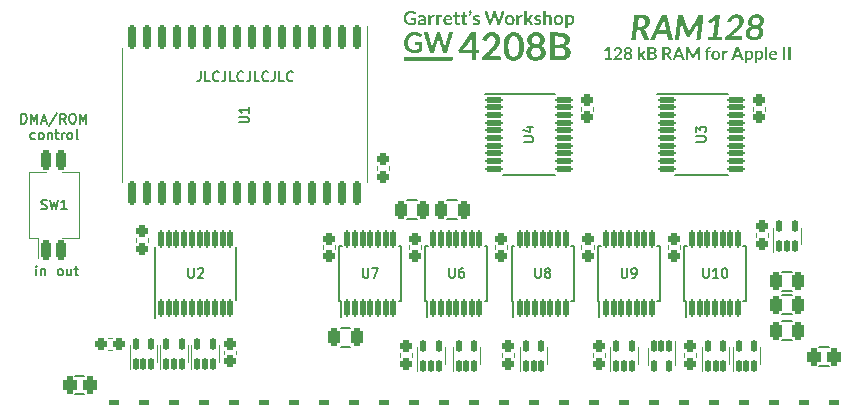
<source format=gto>
G04 #@! TF.GenerationSoftware,KiCad,Pcbnew,7.0.10*
G04 #@! TF.CreationDate,2024-03-03T18:48:53-05:00*
G04 #@! TF.ProjectId,RAM128,52414d31-3238-42e6-9b69-6361645f7063,1.2*
G04 #@! TF.SameCoordinates,Original*
G04 #@! TF.FileFunction,Legend,Top*
G04 #@! TF.FilePolarity,Positive*
%FSLAX46Y46*%
G04 Gerber Fmt 4.6, Leading zero omitted, Abs format (unit mm)*
G04 Created by KiCad (PCBNEW 7.0.10) date 2024-03-03 18:48:53*
%MOMM*%
%LPD*%
G01*
G04 APERTURE LIST*
G04 Aperture macros list*
%AMRoundRect*
0 Rectangle with rounded corners*
0 $1 Rounding radius*
0 $2 $3 $4 $5 $6 $7 $8 $9 X,Y pos of 4 corners*
0 Add a 4 corners polygon primitive as box body*
4,1,4,$2,$3,$4,$5,$6,$7,$8,$9,$2,$3,0*
0 Add four circle primitives for the rounded corners*
1,1,$1+$1,$2,$3*
1,1,$1+$1,$4,$5*
1,1,$1+$1,$6,$7*
1,1,$1+$1,$8,$9*
0 Add four rect primitives between the rounded corners*
20,1,$1+$1,$2,$3,$4,$5,0*
20,1,$1+$1,$4,$5,$6,$7,0*
20,1,$1+$1,$6,$7,$8,$9,0*
20,1,$1+$1,$8,$9,$2,$3,0*%
G04 Aperture macros list end*
%ADD10C,0.203200*%
%ADD11C,0.152400*%
%ADD12C,0.120000*%
%ADD13C,0.150000*%
%ADD14C,0.000000*%
%ADD15RoundRect,0.419100X0.419100X3.327100X-0.419100X3.327100X-0.419100X-3.327100X0.419100X-3.327100X0*%
%ADD16RoundRect,0.287500X0.287500X0.462500X-0.287500X0.462500X-0.287500X-0.462500X0.287500X-0.462500X0*%
%ADD17C,2.000000*%
%ADD18C,1.448000*%
%ADD19RoundRect,0.237500X-0.287500X0.237500X-0.287500X-0.237500X0.287500X-0.237500X0.287500X0.237500X0*%
%ADD20RoundRect,0.237500X0.237500X0.512500X-0.237500X0.512500X-0.237500X-0.512500X0.237500X-0.512500X0*%
%ADD21RoundRect,0.120000X-0.120000X0.420000X-0.120000X-0.420000X0.120000X-0.420000X0.120000X0.420000X0*%
%ADD22RoundRect,0.124500X-0.624500X-0.124500X0.624500X-0.124500X0.624500X0.124500X-0.624500X0.124500X0*%
%ADD23RoundRect,0.120000X0.120000X-0.420000X0.120000X0.420000X-0.120000X0.420000X-0.120000X-0.420000X0*%
%ADD24RoundRect,0.237500X0.237500X0.287500X-0.237500X0.287500X-0.237500X-0.287500X0.237500X-0.287500X0*%
%ADD25RoundRect,0.124500X0.124500X-0.624500X0.124500X0.624500X-0.124500X0.624500X-0.124500X-0.624500X0*%
%ADD26RoundRect,0.175000X-0.175000X0.827500X-0.175000X-0.827500X0.175000X-0.827500X0.175000X0.827500X0*%
%ADD27RoundRect,0.237500X-0.237500X-0.512500X0.237500X-0.512500X0.237500X0.512500X-0.237500X0.512500X0*%
%ADD28RoundRect,0.215000X0.215000X-0.597000X0.215000X0.597000X-0.215000X0.597000X-0.215000X-0.597000X0*%
%ADD29RoundRect,0.237500X0.287500X-0.237500X0.287500X0.237500X-0.287500X0.237500X-0.287500X-0.237500X0*%
G04 APERTURE END LIST*
D10*
X69609304Y-121015449D02*
X69609304Y-120473583D01*
X69609304Y-120202649D02*
X69570600Y-120241354D01*
X69570600Y-120241354D02*
X69609304Y-120280059D01*
X69609304Y-120280059D02*
X69648009Y-120241354D01*
X69648009Y-120241354D02*
X69609304Y-120202649D01*
X69609304Y-120202649D02*
X69609304Y-120280059D01*
X69996352Y-120473583D02*
X69996352Y-121015449D01*
X69996352Y-120550992D02*
X70035057Y-120512287D01*
X70035057Y-120512287D02*
X70112467Y-120473583D01*
X70112467Y-120473583D02*
X70228581Y-120473583D01*
X70228581Y-120473583D02*
X70305990Y-120512287D01*
X70305990Y-120512287D02*
X70344695Y-120589697D01*
X70344695Y-120589697D02*
X70344695Y-121015449D01*
X71605020Y-121015449D02*
X71527610Y-120976745D01*
X71527610Y-120976745D02*
X71488905Y-120938040D01*
X71488905Y-120938040D02*
X71450201Y-120860630D01*
X71450201Y-120860630D02*
X71450201Y-120628402D01*
X71450201Y-120628402D02*
X71488905Y-120550992D01*
X71488905Y-120550992D02*
X71527610Y-120512287D01*
X71527610Y-120512287D02*
X71605020Y-120473583D01*
X71605020Y-120473583D02*
X71721134Y-120473583D01*
X71721134Y-120473583D02*
X71798543Y-120512287D01*
X71798543Y-120512287D02*
X71837248Y-120550992D01*
X71837248Y-120550992D02*
X71875953Y-120628402D01*
X71875953Y-120628402D02*
X71875953Y-120860630D01*
X71875953Y-120860630D02*
X71837248Y-120938040D01*
X71837248Y-120938040D02*
X71798543Y-120976745D01*
X71798543Y-120976745D02*
X71721134Y-121015449D01*
X71721134Y-121015449D02*
X71605020Y-121015449D01*
X72572638Y-120473583D02*
X72572638Y-121015449D01*
X72224295Y-120473583D02*
X72224295Y-120899335D01*
X72224295Y-120899335D02*
X72263000Y-120976745D01*
X72263000Y-120976745D02*
X72340410Y-121015449D01*
X72340410Y-121015449D02*
X72456524Y-121015449D01*
X72456524Y-121015449D02*
X72533933Y-120976745D01*
X72533933Y-120976745D02*
X72572638Y-120938040D01*
X72843571Y-120473583D02*
X73153209Y-120473583D01*
X72959685Y-120202649D02*
X72959685Y-120899335D01*
X72959685Y-120899335D02*
X72998390Y-120976745D01*
X72998390Y-120976745D02*
X73075800Y-121015449D01*
X73075800Y-121015449D02*
X73153209Y-121015449D01*
X83558138Y-103756149D02*
X83558138Y-104336721D01*
X83558138Y-104336721D02*
X83519433Y-104452835D01*
X83519433Y-104452835D02*
X83442024Y-104530245D01*
X83442024Y-104530245D02*
X83325909Y-104568949D01*
X83325909Y-104568949D02*
X83248500Y-104568949D01*
X84332233Y-104568949D02*
X83945185Y-104568949D01*
X83945185Y-104568949D02*
X83945185Y-103756149D01*
X85067623Y-104491540D02*
X85028919Y-104530245D01*
X85028919Y-104530245D02*
X84912804Y-104568949D01*
X84912804Y-104568949D02*
X84835395Y-104568949D01*
X84835395Y-104568949D02*
X84719281Y-104530245D01*
X84719281Y-104530245D02*
X84641871Y-104452835D01*
X84641871Y-104452835D02*
X84603166Y-104375425D01*
X84603166Y-104375425D02*
X84564462Y-104220606D01*
X84564462Y-104220606D02*
X84564462Y-104104492D01*
X84564462Y-104104492D02*
X84603166Y-103949673D01*
X84603166Y-103949673D02*
X84641871Y-103872264D01*
X84641871Y-103872264D02*
X84719281Y-103794854D01*
X84719281Y-103794854D02*
X84835395Y-103756149D01*
X84835395Y-103756149D02*
X84912804Y-103756149D01*
X84912804Y-103756149D02*
X85028919Y-103794854D01*
X85028919Y-103794854D02*
X85067623Y-103833559D01*
X85648195Y-103756149D02*
X85648195Y-104336721D01*
X85648195Y-104336721D02*
X85609490Y-104452835D01*
X85609490Y-104452835D02*
X85532081Y-104530245D01*
X85532081Y-104530245D02*
X85415966Y-104568949D01*
X85415966Y-104568949D02*
X85338557Y-104568949D01*
X86422290Y-104568949D02*
X86035242Y-104568949D01*
X86035242Y-104568949D02*
X86035242Y-103756149D01*
X87157680Y-104491540D02*
X87118976Y-104530245D01*
X87118976Y-104530245D02*
X87002861Y-104568949D01*
X87002861Y-104568949D02*
X86925452Y-104568949D01*
X86925452Y-104568949D02*
X86809338Y-104530245D01*
X86809338Y-104530245D02*
X86731928Y-104452835D01*
X86731928Y-104452835D02*
X86693223Y-104375425D01*
X86693223Y-104375425D02*
X86654519Y-104220606D01*
X86654519Y-104220606D02*
X86654519Y-104104492D01*
X86654519Y-104104492D02*
X86693223Y-103949673D01*
X86693223Y-103949673D02*
X86731928Y-103872264D01*
X86731928Y-103872264D02*
X86809338Y-103794854D01*
X86809338Y-103794854D02*
X86925452Y-103756149D01*
X86925452Y-103756149D02*
X87002861Y-103756149D01*
X87002861Y-103756149D02*
X87118976Y-103794854D01*
X87118976Y-103794854D02*
X87157680Y-103833559D01*
X87738252Y-103756149D02*
X87738252Y-104336721D01*
X87738252Y-104336721D02*
X87699547Y-104452835D01*
X87699547Y-104452835D02*
X87622138Y-104530245D01*
X87622138Y-104530245D02*
X87506023Y-104568949D01*
X87506023Y-104568949D02*
X87428614Y-104568949D01*
X88512347Y-104568949D02*
X88125299Y-104568949D01*
X88125299Y-104568949D02*
X88125299Y-103756149D01*
X89247737Y-104491540D02*
X89209033Y-104530245D01*
X89209033Y-104530245D02*
X89092918Y-104568949D01*
X89092918Y-104568949D02*
X89015509Y-104568949D01*
X89015509Y-104568949D02*
X88899395Y-104530245D01*
X88899395Y-104530245D02*
X88821985Y-104452835D01*
X88821985Y-104452835D02*
X88783280Y-104375425D01*
X88783280Y-104375425D02*
X88744576Y-104220606D01*
X88744576Y-104220606D02*
X88744576Y-104104492D01*
X88744576Y-104104492D02*
X88783280Y-103949673D01*
X88783280Y-103949673D02*
X88821985Y-103872264D01*
X88821985Y-103872264D02*
X88899395Y-103794854D01*
X88899395Y-103794854D02*
X89015509Y-103756149D01*
X89015509Y-103756149D02*
X89092918Y-103756149D01*
X89092918Y-103756149D02*
X89209033Y-103794854D01*
X89209033Y-103794854D02*
X89247737Y-103833559D01*
X89828309Y-103756149D02*
X89828309Y-104336721D01*
X89828309Y-104336721D02*
X89789604Y-104452835D01*
X89789604Y-104452835D02*
X89712195Y-104530245D01*
X89712195Y-104530245D02*
X89596080Y-104568949D01*
X89596080Y-104568949D02*
X89518671Y-104568949D01*
X90602404Y-104568949D02*
X90215356Y-104568949D01*
X90215356Y-104568949D02*
X90215356Y-103756149D01*
X91337794Y-104491540D02*
X91299090Y-104530245D01*
X91299090Y-104530245D02*
X91182975Y-104568949D01*
X91182975Y-104568949D02*
X91105566Y-104568949D01*
X91105566Y-104568949D02*
X90989452Y-104530245D01*
X90989452Y-104530245D02*
X90912042Y-104452835D01*
X90912042Y-104452835D02*
X90873337Y-104375425D01*
X90873337Y-104375425D02*
X90834633Y-104220606D01*
X90834633Y-104220606D02*
X90834633Y-104104492D01*
X90834633Y-104104492D02*
X90873337Y-103949673D01*
X90873337Y-103949673D02*
X90912042Y-103872264D01*
X90912042Y-103872264D02*
X90989452Y-103794854D01*
X90989452Y-103794854D02*
X91105566Y-103756149D01*
X91105566Y-103756149D02*
X91182975Y-103756149D01*
X91182975Y-103756149D02*
X91299090Y-103794854D01*
X91299090Y-103794854D02*
X91337794Y-103833559D01*
X68371961Y-108167296D02*
X68371961Y-107349096D01*
X68371961Y-107349096D02*
X68565485Y-107349096D01*
X68565485Y-107349096D02*
X68681599Y-107388058D01*
X68681599Y-107388058D02*
X68759009Y-107465982D01*
X68759009Y-107465982D02*
X68797714Y-107543906D01*
X68797714Y-107543906D02*
X68836418Y-107699754D01*
X68836418Y-107699754D02*
X68836418Y-107816639D01*
X68836418Y-107816639D02*
X68797714Y-107972487D01*
X68797714Y-107972487D02*
X68759009Y-108050411D01*
X68759009Y-108050411D02*
X68681599Y-108128335D01*
X68681599Y-108128335D02*
X68565485Y-108167296D01*
X68565485Y-108167296D02*
X68371961Y-108167296D01*
X69184761Y-108167296D02*
X69184761Y-107349096D01*
X69184761Y-107349096D02*
X69455695Y-107933525D01*
X69455695Y-107933525D02*
X69726628Y-107349096D01*
X69726628Y-107349096D02*
X69726628Y-108167296D01*
X70074971Y-107933525D02*
X70462018Y-107933525D01*
X69997561Y-108167296D02*
X70268494Y-107349096D01*
X70268494Y-107349096D02*
X70539428Y-108167296D01*
X71390933Y-107310135D02*
X70694247Y-108362106D01*
X72126323Y-108167296D02*
X71855390Y-107777677D01*
X71661866Y-108167296D02*
X71661866Y-107349096D01*
X71661866Y-107349096D02*
X71971504Y-107349096D01*
X71971504Y-107349096D02*
X72048914Y-107388058D01*
X72048914Y-107388058D02*
X72087619Y-107427020D01*
X72087619Y-107427020D02*
X72126323Y-107504944D01*
X72126323Y-107504944D02*
X72126323Y-107621830D01*
X72126323Y-107621830D02*
X72087619Y-107699754D01*
X72087619Y-107699754D02*
X72048914Y-107738715D01*
X72048914Y-107738715D02*
X71971504Y-107777677D01*
X71971504Y-107777677D02*
X71661866Y-107777677D01*
X72629485Y-107349096D02*
X72784304Y-107349096D01*
X72784304Y-107349096D02*
X72861714Y-107388058D01*
X72861714Y-107388058D02*
X72939123Y-107465982D01*
X72939123Y-107465982D02*
X72977828Y-107621830D01*
X72977828Y-107621830D02*
X72977828Y-107894563D01*
X72977828Y-107894563D02*
X72939123Y-108050411D01*
X72939123Y-108050411D02*
X72861714Y-108128335D01*
X72861714Y-108128335D02*
X72784304Y-108167296D01*
X72784304Y-108167296D02*
X72629485Y-108167296D01*
X72629485Y-108167296D02*
X72552076Y-108128335D01*
X72552076Y-108128335D02*
X72474666Y-108050411D01*
X72474666Y-108050411D02*
X72435962Y-107894563D01*
X72435962Y-107894563D02*
X72435962Y-107621830D01*
X72435962Y-107621830D02*
X72474666Y-107465982D01*
X72474666Y-107465982D02*
X72552076Y-107388058D01*
X72552076Y-107388058D02*
X72629485Y-107349096D01*
X73326171Y-108167296D02*
X73326171Y-107349096D01*
X73326171Y-107349096D02*
X73597105Y-107933525D01*
X73597105Y-107933525D02*
X73868038Y-107349096D01*
X73868038Y-107349096D02*
X73868038Y-108167296D01*
X69513753Y-109445637D02*
X69436344Y-109484598D01*
X69436344Y-109484598D02*
X69281525Y-109484598D01*
X69281525Y-109484598D02*
X69204115Y-109445637D01*
X69204115Y-109445637D02*
X69165410Y-109406675D01*
X69165410Y-109406675D02*
X69126706Y-109328751D01*
X69126706Y-109328751D02*
X69126706Y-109094979D01*
X69126706Y-109094979D02*
X69165410Y-109017056D01*
X69165410Y-109017056D02*
X69204115Y-108978094D01*
X69204115Y-108978094D02*
X69281525Y-108939132D01*
X69281525Y-108939132D02*
X69436344Y-108939132D01*
X69436344Y-108939132D02*
X69513753Y-108978094D01*
X69978211Y-109484598D02*
X69900801Y-109445637D01*
X69900801Y-109445637D02*
X69862096Y-109406675D01*
X69862096Y-109406675D02*
X69823392Y-109328751D01*
X69823392Y-109328751D02*
X69823392Y-109094979D01*
X69823392Y-109094979D02*
X69862096Y-109017056D01*
X69862096Y-109017056D02*
X69900801Y-108978094D01*
X69900801Y-108978094D02*
X69978211Y-108939132D01*
X69978211Y-108939132D02*
X70094325Y-108939132D01*
X70094325Y-108939132D02*
X70171734Y-108978094D01*
X70171734Y-108978094D02*
X70210439Y-109017056D01*
X70210439Y-109017056D02*
X70249144Y-109094979D01*
X70249144Y-109094979D02*
X70249144Y-109328751D01*
X70249144Y-109328751D02*
X70210439Y-109406675D01*
X70210439Y-109406675D02*
X70171734Y-109445637D01*
X70171734Y-109445637D02*
X70094325Y-109484598D01*
X70094325Y-109484598D02*
X69978211Y-109484598D01*
X70597486Y-108939132D02*
X70597486Y-109484598D01*
X70597486Y-109017056D02*
X70636191Y-108978094D01*
X70636191Y-108978094D02*
X70713601Y-108939132D01*
X70713601Y-108939132D02*
X70829715Y-108939132D01*
X70829715Y-108939132D02*
X70907124Y-108978094D01*
X70907124Y-108978094D02*
X70945829Y-109056017D01*
X70945829Y-109056017D02*
X70945829Y-109484598D01*
X71216762Y-108939132D02*
X71526400Y-108939132D01*
X71332876Y-108666398D02*
X71332876Y-109367713D01*
X71332876Y-109367713D02*
X71371581Y-109445637D01*
X71371581Y-109445637D02*
X71448991Y-109484598D01*
X71448991Y-109484598D02*
X71526400Y-109484598D01*
X71797333Y-109484598D02*
X71797333Y-108939132D01*
X71797333Y-109094979D02*
X71836038Y-109017056D01*
X71836038Y-109017056D02*
X71874743Y-108978094D01*
X71874743Y-108978094D02*
X71952152Y-108939132D01*
X71952152Y-108939132D02*
X72029562Y-108939132D01*
X72416610Y-109484598D02*
X72339200Y-109445637D01*
X72339200Y-109445637D02*
X72300495Y-109406675D01*
X72300495Y-109406675D02*
X72261791Y-109328751D01*
X72261791Y-109328751D02*
X72261791Y-109094979D01*
X72261791Y-109094979D02*
X72300495Y-109017056D01*
X72300495Y-109017056D02*
X72339200Y-108978094D01*
X72339200Y-108978094D02*
X72416610Y-108939132D01*
X72416610Y-108939132D02*
X72532724Y-108939132D01*
X72532724Y-108939132D02*
X72610133Y-108978094D01*
X72610133Y-108978094D02*
X72648838Y-109017056D01*
X72648838Y-109017056D02*
X72687543Y-109094979D01*
X72687543Y-109094979D02*
X72687543Y-109328751D01*
X72687543Y-109328751D02*
X72648838Y-109406675D01*
X72648838Y-109406675D02*
X72610133Y-109445637D01*
X72610133Y-109445637D02*
X72532724Y-109484598D01*
X72532724Y-109484598D02*
X72416610Y-109484598D01*
X73152000Y-109484598D02*
X73074590Y-109445637D01*
X73074590Y-109445637D02*
X73035885Y-109367713D01*
X73035885Y-109367713D02*
X73035885Y-108666398D01*
X125502649Y-109694276D02*
X126160630Y-109694276D01*
X126160630Y-109694276D02*
X126238040Y-109655571D01*
X126238040Y-109655571D02*
X126276745Y-109616866D01*
X126276745Y-109616866D02*
X126315449Y-109539457D01*
X126315449Y-109539457D02*
X126315449Y-109384638D01*
X126315449Y-109384638D02*
X126276745Y-109307228D01*
X126276745Y-109307228D02*
X126238040Y-109268523D01*
X126238040Y-109268523D02*
X126160630Y-109229819D01*
X126160630Y-109229819D02*
X125502649Y-109229819D01*
X125502649Y-108920180D02*
X125502649Y-108417018D01*
X125502649Y-108417018D02*
X125812287Y-108687952D01*
X125812287Y-108687952D02*
X125812287Y-108571837D01*
X125812287Y-108571837D02*
X125850992Y-108494428D01*
X125850992Y-108494428D02*
X125889697Y-108455723D01*
X125889697Y-108455723D02*
X125967106Y-108417018D01*
X125967106Y-108417018D02*
X126160630Y-108417018D01*
X126160630Y-108417018D02*
X126238040Y-108455723D01*
X126238040Y-108455723D02*
X126276745Y-108494428D01*
X126276745Y-108494428D02*
X126315449Y-108571837D01*
X126315449Y-108571837D02*
X126315449Y-108804066D01*
X126315449Y-108804066D02*
X126276745Y-108881475D01*
X126276745Y-108881475D02*
X126238040Y-108920180D01*
X97280723Y-120402649D02*
X97280723Y-121060630D01*
X97280723Y-121060630D02*
X97319428Y-121138040D01*
X97319428Y-121138040D02*
X97358133Y-121176745D01*
X97358133Y-121176745D02*
X97435542Y-121215449D01*
X97435542Y-121215449D02*
X97590361Y-121215449D01*
X97590361Y-121215449D02*
X97667771Y-121176745D01*
X97667771Y-121176745D02*
X97706476Y-121138040D01*
X97706476Y-121138040D02*
X97745180Y-121060630D01*
X97745180Y-121060630D02*
X97745180Y-120402649D01*
X98054819Y-120402649D02*
X98596685Y-120402649D01*
X98596685Y-120402649D02*
X98248343Y-121215449D01*
X126093676Y-120402649D02*
X126093676Y-121060630D01*
X126093676Y-121060630D02*
X126132381Y-121138040D01*
X126132381Y-121138040D02*
X126171086Y-121176745D01*
X126171086Y-121176745D02*
X126248495Y-121215449D01*
X126248495Y-121215449D02*
X126403314Y-121215449D01*
X126403314Y-121215449D02*
X126480724Y-121176745D01*
X126480724Y-121176745D02*
X126519429Y-121138040D01*
X126519429Y-121138040D02*
X126558133Y-121060630D01*
X126558133Y-121060630D02*
X126558133Y-120402649D01*
X127370934Y-121215449D02*
X126906477Y-121215449D01*
X127138705Y-121215449D02*
X127138705Y-120402649D01*
X127138705Y-120402649D02*
X127061296Y-120518764D01*
X127061296Y-120518764D02*
X126983886Y-120596173D01*
X126983886Y-120596173D02*
X126906477Y-120634878D01*
X127874095Y-120402649D02*
X127951505Y-120402649D01*
X127951505Y-120402649D02*
X128028914Y-120441354D01*
X128028914Y-120441354D02*
X128067619Y-120480059D01*
X128067619Y-120480059D02*
X128106324Y-120557468D01*
X128106324Y-120557468D02*
X128145029Y-120712287D01*
X128145029Y-120712287D02*
X128145029Y-120905811D01*
X128145029Y-120905811D02*
X128106324Y-121060630D01*
X128106324Y-121060630D02*
X128067619Y-121138040D01*
X128067619Y-121138040D02*
X128028914Y-121176745D01*
X128028914Y-121176745D02*
X127951505Y-121215449D01*
X127951505Y-121215449D02*
X127874095Y-121215449D01*
X127874095Y-121215449D02*
X127796686Y-121176745D01*
X127796686Y-121176745D02*
X127757981Y-121138040D01*
X127757981Y-121138040D02*
X127719276Y-121060630D01*
X127719276Y-121060630D02*
X127680572Y-120905811D01*
X127680572Y-120905811D02*
X127680572Y-120712287D01*
X127680572Y-120712287D02*
X127719276Y-120557468D01*
X127719276Y-120557468D02*
X127757981Y-120480059D01*
X127757981Y-120480059D02*
X127796686Y-120441354D01*
X127796686Y-120441354D02*
X127874095Y-120402649D01*
X119180723Y-120402649D02*
X119180723Y-121060630D01*
X119180723Y-121060630D02*
X119219428Y-121138040D01*
X119219428Y-121138040D02*
X119258133Y-121176745D01*
X119258133Y-121176745D02*
X119335542Y-121215449D01*
X119335542Y-121215449D02*
X119490361Y-121215449D01*
X119490361Y-121215449D02*
X119567771Y-121176745D01*
X119567771Y-121176745D02*
X119606476Y-121138040D01*
X119606476Y-121138040D02*
X119645180Y-121060630D01*
X119645180Y-121060630D02*
X119645180Y-120402649D01*
X120070933Y-121215449D02*
X120225752Y-121215449D01*
X120225752Y-121215449D02*
X120303162Y-121176745D01*
X120303162Y-121176745D02*
X120341866Y-121138040D01*
X120341866Y-121138040D02*
X120419276Y-121021925D01*
X120419276Y-121021925D02*
X120457981Y-120867106D01*
X120457981Y-120867106D02*
X120457981Y-120557468D01*
X120457981Y-120557468D02*
X120419276Y-120480059D01*
X120419276Y-120480059D02*
X120380571Y-120441354D01*
X120380571Y-120441354D02*
X120303162Y-120402649D01*
X120303162Y-120402649D02*
X120148343Y-120402649D01*
X120148343Y-120402649D02*
X120070933Y-120441354D01*
X120070933Y-120441354D02*
X120032228Y-120480059D01*
X120032228Y-120480059D02*
X119993524Y-120557468D01*
X119993524Y-120557468D02*
X119993524Y-120750992D01*
X119993524Y-120750992D02*
X120032228Y-120828402D01*
X120032228Y-120828402D02*
X120070933Y-120867106D01*
X120070933Y-120867106D02*
X120148343Y-120905811D01*
X120148343Y-120905811D02*
X120303162Y-120905811D01*
X120303162Y-120905811D02*
X120380571Y-120867106D01*
X120380571Y-120867106D02*
X120419276Y-120828402D01*
X120419276Y-120828402D02*
X120457981Y-120750992D01*
X111880723Y-120402649D02*
X111880723Y-121060630D01*
X111880723Y-121060630D02*
X111919428Y-121138040D01*
X111919428Y-121138040D02*
X111958133Y-121176745D01*
X111958133Y-121176745D02*
X112035542Y-121215449D01*
X112035542Y-121215449D02*
X112190361Y-121215449D01*
X112190361Y-121215449D02*
X112267771Y-121176745D01*
X112267771Y-121176745D02*
X112306476Y-121138040D01*
X112306476Y-121138040D02*
X112345180Y-121060630D01*
X112345180Y-121060630D02*
X112345180Y-120402649D01*
X112848343Y-120750992D02*
X112770933Y-120712287D01*
X112770933Y-120712287D02*
X112732228Y-120673583D01*
X112732228Y-120673583D02*
X112693524Y-120596173D01*
X112693524Y-120596173D02*
X112693524Y-120557468D01*
X112693524Y-120557468D02*
X112732228Y-120480059D01*
X112732228Y-120480059D02*
X112770933Y-120441354D01*
X112770933Y-120441354D02*
X112848343Y-120402649D01*
X112848343Y-120402649D02*
X113003162Y-120402649D01*
X113003162Y-120402649D02*
X113080571Y-120441354D01*
X113080571Y-120441354D02*
X113119276Y-120480059D01*
X113119276Y-120480059D02*
X113157981Y-120557468D01*
X113157981Y-120557468D02*
X113157981Y-120596173D01*
X113157981Y-120596173D02*
X113119276Y-120673583D01*
X113119276Y-120673583D02*
X113080571Y-120712287D01*
X113080571Y-120712287D02*
X113003162Y-120750992D01*
X113003162Y-120750992D02*
X112848343Y-120750992D01*
X112848343Y-120750992D02*
X112770933Y-120789697D01*
X112770933Y-120789697D02*
X112732228Y-120828402D01*
X112732228Y-120828402D02*
X112693524Y-120905811D01*
X112693524Y-120905811D02*
X112693524Y-121060630D01*
X112693524Y-121060630D02*
X112732228Y-121138040D01*
X112732228Y-121138040D02*
X112770933Y-121176745D01*
X112770933Y-121176745D02*
X112848343Y-121215449D01*
X112848343Y-121215449D02*
X113003162Y-121215449D01*
X113003162Y-121215449D02*
X113080571Y-121176745D01*
X113080571Y-121176745D02*
X113119276Y-121138040D01*
X113119276Y-121138040D02*
X113157981Y-121060630D01*
X113157981Y-121060630D02*
X113157981Y-120905811D01*
X113157981Y-120905811D02*
X113119276Y-120828402D01*
X113119276Y-120828402D02*
X113080571Y-120789697D01*
X113080571Y-120789697D02*
X113003162Y-120750992D01*
X104580723Y-120402649D02*
X104580723Y-121060630D01*
X104580723Y-121060630D02*
X104619428Y-121138040D01*
X104619428Y-121138040D02*
X104658133Y-121176745D01*
X104658133Y-121176745D02*
X104735542Y-121215449D01*
X104735542Y-121215449D02*
X104890361Y-121215449D01*
X104890361Y-121215449D02*
X104967771Y-121176745D01*
X104967771Y-121176745D02*
X105006476Y-121138040D01*
X105006476Y-121138040D02*
X105045180Y-121060630D01*
X105045180Y-121060630D02*
X105045180Y-120402649D01*
X105780571Y-120402649D02*
X105625752Y-120402649D01*
X105625752Y-120402649D02*
X105548343Y-120441354D01*
X105548343Y-120441354D02*
X105509638Y-120480059D01*
X105509638Y-120480059D02*
X105432228Y-120596173D01*
X105432228Y-120596173D02*
X105393524Y-120750992D01*
X105393524Y-120750992D02*
X105393524Y-121060630D01*
X105393524Y-121060630D02*
X105432228Y-121138040D01*
X105432228Y-121138040D02*
X105470933Y-121176745D01*
X105470933Y-121176745D02*
X105548343Y-121215449D01*
X105548343Y-121215449D02*
X105703162Y-121215449D01*
X105703162Y-121215449D02*
X105780571Y-121176745D01*
X105780571Y-121176745D02*
X105819276Y-121138040D01*
X105819276Y-121138040D02*
X105857981Y-121060630D01*
X105857981Y-121060630D02*
X105857981Y-120867106D01*
X105857981Y-120867106D02*
X105819276Y-120789697D01*
X105819276Y-120789697D02*
X105780571Y-120750992D01*
X105780571Y-120750992D02*
X105703162Y-120712287D01*
X105703162Y-120712287D02*
X105548343Y-120712287D01*
X105548343Y-120712287D02*
X105470933Y-120750992D01*
X105470933Y-120750992D02*
X105432228Y-120789697D01*
X105432228Y-120789697D02*
X105393524Y-120867106D01*
X86801649Y-108061276D02*
X87459630Y-108061276D01*
X87459630Y-108061276D02*
X87537040Y-108022571D01*
X87537040Y-108022571D02*
X87575745Y-107983866D01*
X87575745Y-107983866D02*
X87614449Y-107906457D01*
X87614449Y-107906457D02*
X87614449Y-107751638D01*
X87614449Y-107751638D02*
X87575745Y-107674228D01*
X87575745Y-107674228D02*
X87537040Y-107635523D01*
X87537040Y-107635523D02*
X87459630Y-107596819D01*
X87459630Y-107596819D02*
X86801649Y-107596819D01*
X87614449Y-106784018D02*
X87614449Y-107248475D01*
X87614449Y-107016247D02*
X86801649Y-107016247D01*
X86801649Y-107016247D02*
X86917764Y-107093656D01*
X86917764Y-107093656D02*
X86995173Y-107171066D01*
X86995173Y-107171066D02*
X87033878Y-107248475D01*
X110902649Y-109694276D02*
X111560630Y-109694276D01*
X111560630Y-109694276D02*
X111638040Y-109655571D01*
X111638040Y-109655571D02*
X111676745Y-109616866D01*
X111676745Y-109616866D02*
X111715449Y-109539457D01*
X111715449Y-109539457D02*
X111715449Y-109384638D01*
X111715449Y-109384638D02*
X111676745Y-109307228D01*
X111676745Y-109307228D02*
X111638040Y-109268523D01*
X111638040Y-109268523D02*
X111560630Y-109229819D01*
X111560630Y-109229819D02*
X110902649Y-109229819D01*
X111173583Y-108494428D02*
X111715449Y-108494428D01*
X110863945Y-108687952D02*
X111444516Y-108881475D01*
X111444516Y-108881475D02*
X111444516Y-108378314D01*
X82505723Y-120402649D02*
X82505723Y-121060630D01*
X82505723Y-121060630D02*
X82544428Y-121138040D01*
X82544428Y-121138040D02*
X82583133Y-121176745D01*
X82583133Y-121176745D02*
X82660542Y-121215449D01*
X82660542Y-121215449D02*
X82815361Y-121215449D01*
X82815361Y-121215449D02*
X82892771Y-121176745D01*
X82892771Y-121176745D02*
X82931476Y-121138040D01*
X82931476Y-121138040D02*
X82970180Y-121060630D01*
X82970180Y-121060630D02*
X82970180Y-120402649D01*
X83318524Y-120480059D02*
X83357228Y-120441354D01*
X83357228Y-120441354D02*
X83434638Y-120402649D01*
X83434638Y-120402649D02*
X83628162Y-120402649D01*
X83628162Y-120402649D02*
X83705571Y-120441354D01*
X83705571Y-120441354D02*
X83744276Y-120480059D01*
X83744276Y-120480059D02*
X83782981Y-120557468D01*
X83782981Y-120557468D02*
X83782981Y-120634878D01*
X83782981Y-120634878D02*
X83744276Y-120750992D01*
X83744276Y-120750992D02*
X83279819Y-121215449D01*
X83279819Y-121215449D02*
X83782981Y-121215449D01*
X70036267Y-115388745D02*
X70152381Y-115427449D01*
X70152381Y-115427449D02*
X70345905Y-115427449D01*
X70345905Y-115427449D02*
X70423314Y-115388745D01*
X70423314Y-115388745D02*
X70462019Y-115350040D01*
X70462019Y-115350040D02*
X70500724Y-115272630D01*
X70500724Y-115272630D02*
X70500724Y-115195221D01*
X70500724Y-115195221D02*
X70462019Y-115117811D01*
X70462019Y-115117811D02*
X70423314Y-115079106D01*
X70423314Y-115079106D02*
X70345905Y-115040402D01*
X70345905Y-115040402D02*
X70191086Y-115001697D01*
X70191086Y-115001697D02*
X70113676Y-114962992D01*
X70113676Y-114962992D02*
X70074971Y-114924287D01*
X70074971Y-114924287D02*
X70036267Y-114846878D01*
X70036267Y-114846878D02*
X70036267Y-114769468D01*
X70036267Y-114769468D02*
X70074971Y-114692059D01*
X70074971Y-114692059D02*
X70113676Y-114653354D01*
X70113676Y-114653354D02*
X70191086Y-114614649D01*
X70191086Y-114614649D02*
X70384609Y-114614649D01*
X70384609Y-114614649D02*
X70500724Y-114653354D01*
X70771657Y-114614649D02*
X70965181Y-115427449D01*
X70965181Y-115427449D02*
X71120000Y-114846878D01*
X71120000Y-114846878D02*
X71274819Y-115427449D01*
X71274819Y-115427449D02*
X71468343Y-114614649D01*
X72203733Y-115427449D02*
X71739276Y-115427449D01*
X71971504Y-115427449D02*
X71971504Y-114614649D01*
X71971504Y-114614649D02*
X71894095Y-114730764D01*
X71894095Y-114730764D02*
X71816685Y-114808173D01*
X71816685Y-114808173D02*
X71739276Y-114846878D01*
D11*
X136716400Y-128689000D02*
X135903600Y-128689000D01*
X136716400Y-127089000D02*
X135903600Y-127089000D01*
D12*
X110110000Y-127587221D02*
X110110000Y-127912779D01*
X109090000Y-127587221D02*
X109090000Y-127912779D01*
D11*
X133606400Y-124300000D02*
X132793600Y-124300000D01*
X133606400Y-122700000D02*
X132793600Y-122700000D01*
D12*
X123710000Y-128580000D02*
X123710000Y-126550000D01*
X121390000Y-127170000D02*
X121390000Y-128580000D01*
D13*
X122200000Y-105625000D02*
X128175000Y-105625000D01*
X123725000Y-112525000D02*
X128175000Y-112525000D01*
D12*
X125990000Y-127120000D02*
X125990000Y-129150000D01*
X128310000Y-128530000D02*
X128310000Y-127120000D01*
X77540000Y-126920000D02*
X77540000Y-128950000D01*
X79860000Y-128330000D02*
X79860000Y-126920000D01*
X117760000Y-127587221D02*
X117760000Y-127912779D01*
X116740000Y-127587221D02*
X116740000Y-127912779D01*
X110590000Y-127120000D02*
X110590000Y-129150000D01*
X112910000Y-128530000D02*
X112910000Y-127120000D01*
X118240000Y-127120000D02*
X118240000Y-129150000D01*
X120560000Y-128530000D02*
X120560000Y-127120000D01*
X76062779Y-127310000D02*
X75737221Y-127310000D01*
X76062779Y-126290000D02*
X75737221Y-126290000D01*
X128590000Y-127120000D02*
X128590000Y-129150000D01*
X130910000Y-128530000D02*
X130910000Y-127120000D01*
D13*
X95275000Y-118525000D02*
X95500000Y-118525000D01*
X95275000Y-123175000D02*
X95275000Y-118525000D01*
X95275000Y-123175000D02*
X95400000Y-123175000D01*
X95400000Y-123175000D02*
X95400000Y-124525000D01*
X100525000Y-118525000D02*
X100300000Y-118525000D01*
X100525000Y-123175000D02*
X100300000Y-123175000D01*
X100525000Y-123175000D02*
X100525000Y-118525000D01*
X124475000Y-118525000D02*
X124700000Y-118525000D01*
X124475000Y-123175000D02*
X124475000Y-118525000D01*
X124475000Y-123175000D02*
X124600000Y-123175000D01*
X124600000Y-123175000D02*
X124600000Y-124525000D01*
X129725000Y-118525000D02*
X129500000Y-118525000D01*
X129725000Y-123175000D02*
X129500000Y-123175000D01*
X129725000Y-123175000D02*
X129725000Y-118525000D01*
D12*
X116810000Y-118487221D02*
X116810000Y-118812779D01*
X115790000Y-118487221D02*
X115790000Y-118812779D01*
D13*
X117175000Y-118525000D02*
X117400000Y-118525000D01*
X117175000Y-123175000D02*
X117175000Y-118525000D01*
X117175000Y-123175000D02*
X117300000Y-123175000D01*
X117300000Y-123175000D02*
X117300000Y-124525000D01*
X122425000Y-118525000D02*
X122200000Y-118525000D01*
X122425000Y-123175000D02*
X122200000Y-123175000D01*
X122425000Y-123175000D02*
X122425000Y-118525000D01*
D12*
X94910000Y-118487221D02*
X94910000Y-118812779D01*
X93890000Y-118487221D02*
X93890000Y-118812779D01*
D13*
X109875000Y-118525000D02*
X110100000Y-118525000D01*
X109875000Y-123175000D02*
X109875000Y-118525000D01*
X109875000Y-123175000D02*
X110000000Y-123175000D01*
X110000000Y-123175000D02*
X110000000Y-124525000D01*
X115125000Y-118525000D02*
X114900000Y-118525000D01*
X115125000Y-123175000D02*
X114900000Y-123175000D01*
X115125000Y-123175000D02*
X115125000Y-118525000D01*
D12*
X102210000Y-118487221D02*
X102210000Y-118812779D01*
X101190000Y-118487221D02*
X101190000Y-118812779D01*
D13*
X102575000Y-118525000D02*
X102800000Y-118525000D01*
X102575000Y-123175000D02*
X102575000Y-118525000D01*
X102575000Y-123175000D02*
X102700000Y-123175000D01*
X102700000Y-123175000D02*
X102700000Y-124525000D01*
X107825000Y-118525000D02*
X107600000Y-118525000D01*
X107825000Y-123175000D02*
X107600000Y-123175000D01*
X107825000Y-123175000D02*
X107825000Y-118525000D01*
D12*
X124110000Y-118487221D02*
X124110000Y-118812779D01*
X123090000Y-118487221D02*
X123090000Y-118812779D01*
X109510000Y-118487221D02*
X109510000Y-118812779D01*
X108490000Y-118487221D02*
X108490000Y-118812779D01*
X125510000Y-127587221D02*
X125510000Y-127912779D01*
X124490000Y-127587221D02*
X124490000Y-127912779D01*
X97606500Y-107442000D02*
X97606500Y-113094500D01*
X97606500Y-107442000D02*
X97606500Y-99867000D01*
X76891500Y-107442000D02*
X76891500Y-113094500D01*
X76891500Y-107442000D02*
X76891500Y-101789500D01*
D11*
X101043600Y-114650000D02*
X101856400Y-114650000D01*
X101043600Y-116250000D02*
X101856400Y-116250000D01*
D13*
X107600000Y-105625000D02*
X113575000Y-105625000D01*
X109125000Y-112525000D02*
X113575000Y-112525000D01*
D12*
X116760000Y-106737221D02*
X116760000Y-107062779D01*
X115740000Y-106737221D02*
X115740000Y-107062779D01*
X131360000Y-106737221D02*
X131360000Y-107062779D01*
X130340000Y-106737221D02*
X130340000Y-107062779D01*
D13*
X79675000Y-124600000D02*
X79675000Y-118625000D01*
X86575000Y-123075000D02*
X86575000Y-118625000D01*
D11*
X73706400Y-131100000D02*
X72893600Y-131100000D01*
X73706400Y-129500000D02*
X72893600Y-129500000D01*
D12*
X80140000Y-126920000D02*
X80140000Y-128950000D01*
X82460000Y-128330000D02*
X82460000Y-126920000D01*
X82740000Y-126920000D02*
X82740000Y-128950000D01*
X85060000Y-128330000D02*
X85060000Y-126920000D01*
X86560000Y-127387221D02*
X86560000Y-127712779D01*
X85540000Y-127387221D02*
X85540000Y-127712779D01*
X79110000Y-117887221D02*
X79110000Y-118212779D01*
X78090000Y-117887221D02*
X78090000Y-118212779D01*
X132040000Y-116970000D02*
X132040000Y-119000000D01*
X134360000Y-118380000D02*
X134360000Y-116970000D01*
X131560000Y-117437221D02*
X131560000Y-117762779D01*
X130540000Y-117437221D02*
X130540000Y-117762779D01*
D11*
X133606400Y-126500000D02*
X132793600Y-126500000D01*
X133606400Y-124900000D02*
X132793600Y-124900000D01*
X105256400Y-116250000D02*
X104443600Y-116250000D01*
X105256400Y-114650000D02*
X104443600Y-114650000D01*
X132793600Y-120700000D02*
X133606400Y-120700000D01*
X132793600Y-122300000D02*
X133606400Y-122300000D01*
D12*
X68989000Y-112302000D02*
X70424000Y-112302000D01*
X68989000Y-117822000D02*
X68989000Y-112302000D01*
X68989000Y-117822000D02*
X69805000Y-117822000D01*
X69805000Y-119508000D02*
X69805000Y-117822000D01*
X71815000Y-112302000D02*
X73250000Y-112302000D01*
X71815000Y-117822000D02*
X73250000Y-117822000D01*
X73250000Y-117822000D02*
X73250000Y-112302000D01*
G36*
X106428617Y-98561455D02*
G01*
X106434106Y-98568143D01*
X106441713Y-98581702D01*
X106450446Y-98599983D01*
X106459315Y-98620833D01*
X106467330Y-98642101D01*
X106471318Y-98654176D01*
X106479635Y-98692947D01*
X106482771Y-98736173D01*
X106480768Y-98780320D01*
X106473668Y-98821857D01*
X106469161Y-98837720D01*
X106450018Y-98883518D01*
X106422781Y-98929368D01*
X106388691Y-98973338D01*
X106367489Y-98996002D01*
X106351648Y-99011549D01*
X106338155Y-99024240D01*
X106328470Y-99032742D01*
X106324096Y-99035722D01*
X106318526Y-99033410D01*
X106307096Y-99027316D01*
X106292076Y-99018660D01*
X106288965Y-99016805D01*
X106272903Y-99006686D01*
X106259618Y-98997447D01*
X106251695Y-98990897D01*
X106251189Y-98990332D01*
X106245405Y-98978378D01*
X106246549Y-98963879D01*
X106254906Y-98945781D01*
X106268485Y-98925997D01*
X106294729Y-98885555D01*
X106311551Y-98845505D01*
X106319019Y-98805227D01*
X106317202Y-98764104D01*
X106306167Y-98721515D01*
X106294162Y-98692917D01*
X106282838Y-98667176D01*
X106276865Y-98647851D01*
X106276061Y-98633582D01*
X106280244Y-98623009D01*
X106284208Y-98618630D01*
X106291780Y-98613944D01*
X106305808Y-98607116D01*
X106324428Y-98598885D01*
X106345777Y-98589987D01*
X106367993Y-98581161D01*
X106389211Y-98573145D01*
X106407568Y-98566675D01*
X106421202Y-98562490D01*
X106428248Y-98561327D01*
X106428617Y-98561455D01*
G37*
G36*
X103273284Y-98956264D02*
G01*
X103307122Y-98962426D01*
X103333601Y-98974146D01*
X103341730Y-98980098D01*
X103354003Y-98990416D01*
X103340840Y-99061992D01*
X103335992Y-99087828D01*
X103331456Y-99111041D01*
X103327628Y-99129672D01*
X103324904Y-99141762D01*
X103324134Y-99144578D01*
X103318653Y-99154225D01*
X103308914Y-99159806D01*
X103293620Y-99161541D01*
X103271479Y-99159652D01*
X103253198Y-99156657D01*
X103229499Y-99152778D01*
X103211259Y-99151194D01*
X103194703Y-99151785D01*
X103177031Y-99154265D01*
X103137950Y-99165097D01*
X103103331Y-99183659D01*
X103072558Y-99210407D01*
X103045013Y-99245797D01*
X103037773Y-99257353D01*
X103020787Y-99285703D01*
X103020787Y-99808770D01*
X102815602Y-99808770D01*
X102815602Y-98973715D01*
X102889878Y-98973715D01*
X102917043Y-98974025D01*
X102940794Y-98974884D01*
X102959349Y-98976188D01*
X102970924Y-98977831D01*
X102973334Y-98978628D01*
X102982468Y-98986228D01*
X102989687Y-98998917D01*
X102995436Y-99017964D01*
X103000161Y-99044642D01*
X103002275Y-99061204D01*
X103004916Y-99081895D01*
X103007491Y-99098535D01*
X103009669Y-99109184D01*
X103010910Y-99112087D01*
X103014717Y-99108378D01*
X103021694Y-99098815D01*
X103027826Y-99089421D01*
X103047690Y-99062508D01*
X103073174Y-99035021D01*
X103101642Y-99009385D01*
X103130456Y-98988029D01*
X103150786Y-98976241D01*
X103170053Y-98967221D01*
X103185864Y-98961534D01*
X103202051Y-98958217D01*
X103222446Y-98956309D01*
X103232431Y-98955735D01*
X103273284Y-98956264D01*
G37*
G36*
X103936556Y-98956264D02*
G01*
X103970394Y-98962426D01*
X103996874Y-98974146D01*
X104005003Y-98980098D01*
X104017275Y-98990416D01*
X104004113Y-99061992D01*
X103999264Y-99087828D01*
X103994728Y-99111041D01*
X103990900Y-99129672D01*
X103988176Y-99141762D01*
X103987407Y-99144578D01*
X103981926Y-99154225D01*
X103972186Y-99159806D01*
X103956893Y-99161541D01*
X103934751Y-99159652D01*
X103916471Y-99156657D01*
X103892772Y-99152778D01*
X103874532Y-99151194D01*
X103857976Y-99151785D01*
X103840303Y-99154265D01*
X103801223Y-99165097D01*
X103766604Y-99183659D01*
X103735830Y-99210407D01*
X103708286Y-99245797D01*
X103701046Y-99257353D01*
X103684060Y-99285703D01*
X103684060Y-99808770D01*
X103478875Y-99808770D01*
X103478875Y-98973715D01*
X103553151Y-98973715D01*
X103580316Y-98974025D01*
X103604067Y-98974884D01*
X103622622Y-98976188D01*
X103634197Y-98977831D01*
X103636607Y-98978628D01*
X103645741Y-98986228D01*
X103652959Y-98998917D01*
X103658708Y-99017964D01*
X103663434Y-99044642D01*
X103665547Y-99061204D01*
X103668189Y-99081895D01*
X103670763Y-99098535D01*
X103672941Y-99109184D01*
X103674183Y-99112087D01*
X103677989Y-99108378D01*
X103684967Y-99098815D01*
X103691098Y-99089421D01*
X103710963Y-99062508D01*
X103736447Y-99035021D01*
X103764914Y-99009385D01*
X103793729Y-98988029D01*
X103814058Y-98976241D01*
X103833325Y-98967221D01*
X103849136Y-98961534D01*
X103865323Y-98958217D01*
X103885718Y-98956309D01*
X103895703Y-98955735D01*
X103936556Y-98956264D01*
G37*
G36*
X110731522Y-98956264D02*
G01*
X110765359Y-98962426D01*
X110791839Y-98974146D01*
X110799968Y-98980098D01*
X110812241Y-98990416D01*
X110799078Y-99061992D01*
X110794230Y-99087828D01*
X110789693Y-99111041D01*
X110785865Y-99129672D01*
X110783142Y-99141762D01*
X110782372Y-99144578D01*
X110776891Y-99154225D01*
X110767151Y-99159806D01*
X110751858Y-99161541D01*
X110729716Y-99159652D01*
X110711436Y-99156657D01*
X110687737Y-99152778D01*
X110669497Y-99151194D01*
X110652941Y-99151785D01*
X110635269Y-99154265D01*
X110596188Y-99165097D01*
X110561569Y-99183659D01*
X110530796Y-99210407D01*
X110503251Y-99245797D01*
X110496011Y-99257353D01*
X110479025Y-99285703D01*
X110479025Y-99808770D01*
X110273840Y-99808770D01*
X110273840Y-98973715D01*
X110348116Y-98973715D01*
X110375281Y-98974025D01*
X110399032Y-98974884D01*
X110417587Y-98976188D01*
X110429162Y-98977831D01*
X110431572Y-98978628D01*
X110440706Y-98986228D01*
X110447925Y-98998917D01*
X110453674Y-99017964D01*
X110458399Y-99044642D01*
X110460513Y-99061204D01*
X110463154Y-99081895D01*
X110465728Y-99098535D01*
X110467906Y-99109184D01*
X110469148Y-99112087D01*
X110472954Y-99108378D01*
X110479932Y-99098815D01*
X110486064Y-99089421D01*
X110505928Y-99062508D01*
X110531412Y-99035021D01*
X110559880Y-99009385D01*
X110588694Y-98988029D01*
X110609024Y-98976241D01*
X110628291Y-98967221D01*
X110644102Y-98961534D01*
X110660289Y-98958217D01*
X110680683Y-98956309D01*
X110690669Y-98955735D01*
X110731522Y-98956264D01*
G37*
G36*
X112756295Y-98825809D02*
G01*
X112757534Y-99054872D01*
X112790936Y-99029802D01*
X112834306Y-99000814D01*
X112876983Y-98980111D01*
X112921267Y-98966916D01*
X112969461Y-98960452D01*
X112999465Y-98959483D01*
X113035856Y-98960517D01*
X113066265Y-98964228D01*
X113094043Y-98971306D01*
X113122544Y-98982443D01*
X113132116Y-98986859D01*
X113171169Y-99010615D01*
X113205391Y-99042244D01*
X113234306Y-99081129D01*
X113257439Y-99126652D01*
X113271598Y-99167923D01*
X113273704Y-99175745D01*
X113275511Y-99183481D01*
X113277046Y-99191912D01*
X113278337Y-99201820D01*
X113279411Y-99213985D01*
X113280297Y-99229191D01*
X113281023Y-99248219D01*
X113281616Y-99271850D01*
X113282104Y-99300867D01*
X113282515Y-99336051D01*
X113282877Y-99378183D01*
X113283218Y-99428047D01*
X113283566Y-99486422D01*
X113283683Y-99506957D01*
X113285391Y-99808770D01*
X113079974Y-99808770D01*
X113078439Y-99516501D01*
X113078112Y-99454608D01*
X113077788Y-99401490D01*
X113077404Y-99356377D01*
X113076897Y-99318499D01*
X113076204Y-99287089D01*
X113075262Y-99261377D01*
X113074006Y-99240594D01*
X113072375Y-99223970D01*
X113070305Y-99210737D01*
X113067732Y-99200126D01*
X113064594Y-99191368D01*
X113060828Y-99183693D01*
X113056369Y-99176333D01*
X113051156Y-99168518D01*
X113049674Y-99166324D01*
X113031756Y-99145333D01*
X113009909Y-99130712D01*
X112982612Y-99121748D01*
X112948346Y-99117725D01*
X112946104Y-99117628D01*
X112908155Y-99118922D01*
X112873093Y-99126461D01*
X112839125Y-99140943D01*
X112804458Y-99163068D01*
X112780199Y-99182301D01*
X112755148Y-99203497D01*
X112755148Y-99808770D01*
X112549963Y-99808770D01*
X112549963Y-98596747D01*
X112755056Y-98596747D01*
X112756295Y-98825809D01*
G37*
G36*
X105273051Y-98983258D02*
G01*
X105492551Y-98983258D01*
X105492551Y-99126411D01*
X105272638Y-99126411D01*
X105274037Y-99366191D01*
X105274367Y-99420290D01*
X105274693Y-99465676D01*
X105275052Y-99503182D01*
X105275478Y-99533637D01*
X105276009Y-99557873D01*
X105276678Y-99576722D01*
X105277521Y-99591014D01*
X105278575Y-99601581D01*
X105279874Y-99609253D01*
X105281455Y-99614862D01*
X105283352Y-99619239D01*
X105284981Y-99622173D01*
X105301862Y-99642794D01*
X105322987Y-99655027D01*
X105347867Y-99658775D01*
X105376009Y-99653937D01*
X105397840Y-99645168D01*
X105413200Y-99637917D01*
X105425341Y-99633678D01*
X105435471Y-99633218D01*
X105444797Y-99637307D01*
X105454527Y-99646712D01*
X105465869Y-99662203D01*
X105480031Y-99684549D01*
X105492845Y-99705634D01*
X105518495Y-99748035D01*
X105502888Y-99761064D01*
X105484845Y-99773576D01*
X105460745Y-99786791D01*
X105433803Y-99799151D01*
X105407231Y-99809096D01*
X105398258Y-99811817D01*
X105377255Y-99816058D01*
X105350274Y-99819145D01*
X105319977Y-99821015D01*
X105289026Y-99821606D01*
X105260083Y-99820855D01*
X105235810Y-99818698D01*
X105221758Y-99815979D01*
X105187281Y-99803618D01*
X105158304Y-99786630D01*
X105132351Y-99764110D01*
X105107630Y-99733463D01*
X105088383Y-99697570D01*
X105077699Y-99665085D01*
X105076625Y-99655541D01*
X105075659Y-99637083D01*
X105074812Y-99610338D01*
X105074095Y-99575935D01*
X105073520Y-99534502D01*
X105073097Y-99486667D01*
X105072837Y-99433059D01*
X105072755Y-99385278D01*
X105072638Y-99126411D01*
X105020149Y-99126411D01*
X104996427Y-99126208D01*
X104980281Y-99125401D01*
X104969750Y-99123698D01*
X104962872Y-99120802D01*
X104958382Y-99117133D01*
X104950928Y-99106319D01*
X104946359Y-99090815D01*
X104944399Y-99069063D01*
X104944724Y-99040542D01*
X104946187Y-99004776D01*
X104979589Y-98999116D01*
X105003222Y-98995165D01*
X105029487Y-98990853D01*
X105046793Y-98988060D01*
X105080595Y-98982664D01*
X105100787Y-98869632D01*
X105106691Y-98837208D01*
X105112351Y-98807283D01*
X105117467Y-98781352D01*
X105121741Y-98760908D01*
X105124872Y-98747445D01*
X105126111Y-98743253D01*
X105131824Y-98732771D01*
X105140606Y-98725258D01*
X105153889Y-98720276D01*
X105173105Y-98717391D01*
X105199688Y-98716167D01*
X105215553Y-98716041D01*
X105273051Y-98716041D01*
X105273051Y-98983258D01*
G37*
G36*
X105902922Y-98983258D02*
G01*
X106122422Y-98983258D01*
X106122422Y-99126411D01*
X105902508Y-99126411D01*
X105903908Y-99366191D01*
X105904237Y-99420290D01*
X105904564Y-99465676D01*
X105904922Y-99503182D01*
X105905349Y-99533637D01*
X105905879Y-99557873D01*
X105906548Y-99576722D01*
X105907392Y-99591014D01*
X105908445Y-99601581D01*
X105909745Y-99609253D01*
X105911325Y-99614862D01*
X105913222Y-99619239D01*
X105914851Y-99622173D01*
X105931732Y-99642794D01*
X105952858Y-99655027D01*
X105977737Y-99658775D01*
X106005879Y-99653937D01*
X106027710Y-99645168D01*
X106043070Y-99637917D01*
X106055211Y-99633678D01*
X106065341Y-99633218D01*
X106074667Y-99637307D01*
X106084398Y-99646712D01*
X106095740Y-99662203D01*
X106109901Y-99684549D01*
X106122716Y-99705634D01*
X106148365Y-99748035D01*
X106132758Y-99761064D01*
X106114716Y-99773576D01*
X106090616Y-99786791D01*
X106063673Y-99799151D01*
X106037102Y-99809096D01*
X106028128Y-99811817D01*
X106007126Y-99816058D01*
X105980145Y-99819145D01*
X105949848Y-99821015D01*
X105918896Y-99821606D01*
X105889953Y-99820855D01*
X105865680Y-99818698D01*
X105851629Y-99815979D01*
X105817151Y-99803618D01*
X105788175Y-99786630D01*
X105762222Y-99764110D01*
X105737500Y-99733463D01*
X105718254Y-99697570D01*
X105707569Y-99665085D01*
X105706495Y-99655541D01*
X105705529Y-99637083D01*
X105704682Y-99610338D01*
X105703965Y-99575935D01*
X105703390Y-99534502D01*
X105702967Y-99486667D01*
X105702708Y-99433059D01*
X105702625Y-99385278D01*
X105702508Y-99126411D01*
X105650019Y-99126411D01*
X105626297Y-99126208D01*
X105610152Y-99125401D01*
X105599621Y-99123698D01*
X105592742Y-99120802D01*
X105588253Y-99117133D01*
X105580798Y-99106319D01*
X105576230Y-99090815D01*
X105574269Y-99069063D01*
X105574595Y-99040542D01*
X105576057Y-99004776D01*
X105609459Y-98999116D01*
X105633093Y-98995165D01*
X105659357Y-98990853D01*
X105676664Y-98988060D01*
X105710466Y-98982664D01*
X105730657Y-98869632D01*
X105736561Y-98837208D01*
X105742221Y-98807283D01*
X105747338Y-98781352D01*
X105751611Y-98760908D01*
X105754742Y-98747445D01*
X105755981Y-98743253D01*
X105761695Y-98732771D01*
X105770477Y-98725258D01*
X105783759Y-98720276D01*
X105802976Y-98717391D01*
X105829558Y-98716167D01*
X105845424Y-98716041D01*
X105902922Y-98716041D01*
X105902922Y-98983258D01*
G37*
G36*
X111151841Y-99294728D02*
G01*
X111183471Y-99292190D01*
X111192574Y-99291483D01*
X111200401Y-99290527D01*
X111207620Y-99288670D01*
X111214901Y-99285259D01*
X111222913Y-99279641D01*
X111232325Y-99271163D01*
X111243808Y-99259174D01*
X111258029Y-99243021D01*
X111275659Y-99222050D01*
X111297367Y-99195609D01*
X111323822Y-99163047D01*
X111353496Y-99126421D01*
X111378821Y-99095425D01*
X111402909Y-99066425D01*
X111424949Y-99040361D01*
X111444132Y-99018172D01*
X111459648Y-99000795D01*
X111470688Y-98989171D01*
X111475833Y-98984590D01*
X111481441Y-98981072D01*
X111487284Y-98978409D01*
X111494708Y-98976479D01*
X111505057Y-98975167D01*
X111519677Y-98974352D01*
X111539912Y-98973918D01*
X111567107Y-98973745D01*
X111599445Y-98973715D01*
X111634045Y-98973751D01*
X111660174Y-98973920D01*
X111678904Y-98974309D01*
X111691309Y-98975010D01*
X111698459Y-98976110D01*
X111701429Y-98977700D01*
X111701289Y-98979869D01*
X111699673Y-98982065D01*
X111695169Y-98987419D01*
X111685229Y-98999305D01*
X111670522Y-99016919D01*
X111651720Y-99039458D01*
X111629492Y-99066119D01*
X111604507Y-99096098D01*
X111577436Y-99128593D01*
X111561370Y-99147884D01*
X111532860Y-99181976D01*
X111505522Y-99214396D01*
X111480111Y-99244267D01*
X111457380Y-99270715D01*
X111438083Y-99292866D01*
X111422976Y-99309844D01*
X111412810Y-99320775D01*
X111409812Y-99323704D01*
X111389387Y-99342056D01*
X111406302Y-99359492D01*
X111412189Y-99366675D01*
X111422914Y-99380935D01*
X111437912Y-99401478D01*
X111456618Y-99427513D01*
X111478468Y-99458247D01*
X111502897Y-99492888D01*
X111529341Y-99530645D01*
X111557236Y-99570724D01*
X111571736Y-99591656D01*
X111720256Y-99806384D01*
X111614509Y-99807670D01*
X111579828Y-99808039D01*
X111553337Y-99808132D01*
X111533682Y-99807855D01*
X111519513Y-99807118D01*
X111509476Y-99805827D01*
X111502219Y-99803892D01*
X111496390Y-99801219D01*
X111493327Y-99799416D01*
X111486677Y-99793281D01*
X111475977Y-99780502D01*
X111461049Y-99760834D01*
X111441714Y-99734030D01*
X111417796Y-99699846D01*
X111389116Y-99658035D01*
X111361662Y-99617503D01*
X111336904Y-99581008D01*
X111313403Y-99546789D01*
X111291768Y-99515704D01*
X111272609Y-99488608D01*
X111256535Y-99466360D01*
X111244156Y-99449816D01*
X111236080Y-99439832D01*
X111233513Y-99437320D01*
X111220515Y-99432284D01*
X111200366Y-99428825D01*
X111186718Y-99427749D01*
X111151841Y-99425988D01*
X111151841Y-99808770D01*
X110946656Y-99808770D01*
X110946656Y-98596747D01*
X111151841Y-98596747D01*
X111151841Y-99294728D01*
G37*
G36*
X102108927Y-102500684D02*
G01*
X102255239Y-102500720D01*
X102410555Y-102500780D01*
X102575031Y-102500863D01*
X102748821Y-102500969D01*
X102835471Y-102501028D01*
X104818913Y-102502421D01*
X104839604Y-102516948D01*
X104854658Y-102530190D01*
X104868226Y-102546445D01*
X104872225Y-102552736D01*
X104876157Y-102560041D01*
X104879114Y-102566999D01*
X104881234Y-102575052D01*
X104882657Y-102585642D01*
X104883522Y-102600214D01*
X104883967Y-102620208D01*
X104884131Y-102647069D01*
X104884154Y-102676589D01*
X104883988Y-102707725D01*
X104883524Y-102736305D01*
X104882813Y-102760709D01*
X104881906Y-102779316D01*
X104880855Y-102790504D01*
X104880506Y-102792217D01*
X104872542Y-102808312D01*
X104858632Y-102825432D01*
X104841500Y-102840610D01*
X104828728Y-102848653D01*
X104827112Y-102849418D01*
X104825164Y-102850139D01*
X104822612Y-102850818D01*
X104819185Y-102851456D01*
X104814608Y-102852055D01*
X104808611Y-102852616D01*
X104800919Y-102853139D01*
X104791262Y-102853628D01*
X104779366Y-102854081D01*
X104764959Y-102854502D01*
X104747769Y-102854890D01*
X104727522Y-102855248D01*
X104703948Y-102855577D01*
X104676772Y-102855877D01*
X104645723Y-102856151D01*
X104610529Y-102856399D01*
X104570916Y-102856622D01*
X104526613Y-102856823D01*
X104477347Y-102857001D01*
X104422845Y-102857159D01*
X104362835Y-102857298D01*
X104297045Y-102857419D01*
X104225202Y-102857522D01*
X104147033Y-102857611D01*
X104062267Y-102857685D01*
X103970631Y-102857746D01*
X103871852Y-102857795D01*
X103765657Y-102857833D01*
X103651775Y-102857863D01*
X103529933Y-102857884D01*
X103399859Y-102857899D01*
X103261280Y-102857908D01*
X103113923Y-102857913D01*
X102957516Y-102857915D01*
X102823701Y-102857916D01*
X100836829Y-102857916D01*
X100815799Y-102846809D01*
X100793746Y-102829908D01*
X100780453Y-102812606D01*
X100766138Y-102789511D01*
X100764674Y-102686730D01*
X100764280Y-102651126D01*
X100764288Y-102623654D01*
X100764771Y-102602909D01*
X100765799Y-102587485D01*
X100767443Y-102575977D01*
X100769776Y-102566979D01*
X100770917Y-102563769D01*
X100782798Y-102543106D01*
X100800657Y-102524201D01*
X100821384Y-102509962D01*
X100833839Y-102504888D01*
X100838496Y-102504418D01*
X100849216Y-102503977D01*
X100866151Y-102503566D01*
X100889458Y-102503183D01*
X100919290Y-102502828D01*
X100955804Y-102502502D01*
X100999153Y-102502204D01*
X101049493Y-102501933D01*
X101106979Y-102501689D01*
X101171766Y-102501472D01*
X101244007Y-102501282D01*
X101323860Y-102501118D01*
X101411477Y-102500981D01*
X101507015Y-102500868D01*
X101610628Y-102500782D01*
X101722470Y-102500720D01*
X101842698Y-102500684D01*
X101971465Y-102500672D01*
X102108927Y-102500684D01*
G37*
G36*
X114900647Y-98956332D02*
G01*
X114942559Y-98962217D01*
X114979952Y-98974261D01*
X115014710Y-98993179D01*
X115048720Y-99019686D01*
X115067606Y-99037576D01*
X115087296Y-99058124D01*
X115101976Y-99075984D01*
X115114045Y-99094485D01*
X115125900Y-99116955D01*
X115128178Y-99121639D01*
X115148463Y-99169992D01*
X115163313Y-99220290D01*
X115173010Y-99274140D01*
X115177834Y-99333150D01*
X115178067Y-99398929D01*
X115177861Y-99405558D01*
X115174593Y-99458624D01*
X115168298Y-99504936D01*
X115158457Y-99546947D01*
X115144550Y-99587114D01*
X115134408Y-99610548D01*
X115105872Y-99662111D01*
X115070996Y-99707660D01*
X115030555Y-99746517D01*
X114985323Y-99778006D01*
X114936074Y-99801449D01*
X114904819Y-99811397D01*
X114881462Y-99815594D01*
X114851943Y-99818115D01*
X114819352Y-99818960D01*
X114786781Y-99818133D01*
X114757321Y-99815633D01*
X114734062Y-99811464D01*
X114733425Y-99811295D01*
X114699780Y-99799339D01*
X114665909Y-99782243D01*
X114636211Y-99762300D01*
X114630662Y-99757746D01*
X114611357Y-99741222D01*
X114611357Y-100080760D01*
X114406172Y-100080760D01*
X114406172Y-99590906D01*
X114611357Y-99590906D01*
X114632792Y-99611445D01*
X114648191Y-99624673D01*
X114664723Y-99636592D01*
X114674014Y-99642078D01*
X114710245Y-99655703D01*
X114750381Y-99662486D01*
X114791520Y-99662275D01*
X114830757Y-99654914D01*
X114842436Y-99651024D01*
X114875202Y-99633722D01*
X114903678Y-99608086D01*
X114927622Y-99574424D01*
X114946789Y-99533044D01*
X114954921Y-99508116D01*
X114961035Y-99479584D01*
X114965428Y-99444414D01*
X114968004Y-99405373D01*
X114968665Y-99365228D01*
X114967316Y-99326745D01*
X114963860Y-99292693D01*
X114962689Y-99285387D01*
X114952262Y-99238878D01*
X114938442Y-99200776D01*
X114920713Y-99170390D01*
X114898561Y-99147027D01*
X114871473Y-99129996D01*
X114838933Y-99118605D01*
X114838623Y-99118528D01*
X114819250Y-99114371D01*
X114803090Y-99112907D01*
X114785524Y-99113977D01*
X114769841Y-99116161D01*
X114736793Y-99123217D01*
X114708385Y-99134059D01*
X114681801Y-99150137D01*
X114654226Y-99172900D01*
X114647709Y-99178984D01*
X114611357Y-99213515D01*
X114611357Y-99590906D01*
X114406172Y-99590906D01*
X114406172Y-98968943D01*
X114477985Y-98968943D01*
X114510749Y-98969216D01*
X114535359Y-98970363D01*
X114553197Y-98972875D01*
X114565644Y-98977245D01*
X114574083Y-98983964D01*
X114579895Y-98993526D01*
X114584463Y-99006422D01*
X114584608Y-99006910D01*
X114589632Y-99026134D01*
X114593848Y-99046121D01*
X114594869Y-99052209D01*
X114597188Y-99065060D01*
X114599351Y-99072849D01*
X114600134Y-99073922D01*
X114604390Y-99071029D01*
X114614197Y-99063251D01*
X114627878Y-99051936D01*
X114637149Y-99044098D01*
X114675884Y-99013514D01*
X114712241Y-98990433D01*
X114748386Y-98973966D01*
X114786486Y-98963224D01*
X114828709Y-98957319D01*
X114852330Y-98955892D01*
X114900647Y-98956332D01*
G37*
G36*
X109773669Y-98966667D02*
G01*
X109832922Y-98977073D01*
X109886841Y-98994801D01*
X109936116Y-99020123D01*
X109981439Y-99053311D01*
X110012767Y-99083015D01*
X110032863Y-99105353D01*
X110048719Y-99126560D01*
X110062987Y-99150467D01*
X110073043Y-99170029D01*
X110089736Y-99206447D01*
X110102021Y-99240017D01*
X110110582Y-99273607D01*
X110116106Y-99310083D01*
X110119279Y-99352314D01*
X110119842Y-99365633D01*
X110120486Y-99414565D01*
X110118298Y-99457130D01*
X110112940Y-99496172D01*
X110104074Y-99534535D01*
X110096980Y-99558254D01*
X110074068Y-99615143D01*
X110043945Y-99665834D01*
X110006836Y-99710105D01*
X109962972Y-99747735D01*
X109912578Y-99778502D01*
X109855885Y-99802186D01*
X109841079Y-99806877D01*
X109823073Y-99811890D01*
X109806478Y-99815478D01*
X109788890Y-99817927D01*
X109767909Y-99819523D01*
X109741132Y-99820553D01*
X109722704Y-99820989D01*
X109694486Y-99821262D01*
X109667622Y-99820965D01*
X109644465Y-99820164D01*
X109627363Y-99818923D01*
X109621985Y-99818189D01*
X109560936Y-99802734D01*
X109505079Y-99779413D01*
X109454800Y-99748605D01*
X109410484Y-99710690D01*
X109372514Y-99666046D01*
X109341276Y-99615052D01*
X109317154Y-99558087D01*
X109302116Y-99503304D01*
X109297253Y-99471664D01*
X109294305Y-99433749D01*
X109293299Y-99393629D01*
X109504025Y-99393629D01*
X109506595Y-99453533D01*
X109514389Y-99505618D01*
X109527536Y-99550133D01*
X109546164Y-99587327D01*
X109570402Y-99617451D01*
X109600379Y-99640753D01*
X109636221Y-99657482D01*
X109640563Y-99658944D01*
X109660403Y-99662892D01*
X109686466Y-99664613D01*
X109715732Y-99664245D01*
X109745179Y-99661926D01*
X109771783Y-99657793D01*
X109792380Y-99652039D01*
X109819289Y-99637361D01*
X109844853Y-99615882D01*
X109866251Y-99590230D01*
X109875654Y-99574454D01*
X109887620Y-99548294D01*
X109896502Y-99522258D01*
X109902675Y-99494306D01*
X109906510Y-99462398D01*
X109908381Y-99424495D01*
X109908722Y-99393629D01*
X109908571Y-99361589D01*
X109907997Y-99337025D01*
X109906814Y-99317870D01*
X109904839Y-99302058D01*
X109901887Y-99287525D01*
X109897944Y-99272793D01*
X109883825Y-99231442D01*
X109867398Y-99198341D01*
X109847828Y-99172310D01*
X109824279Y-99152168D01*
X109804468Y-99140687D01*
X109766668Y-99126480D01*
X109726930Y-99119416D01*
X109686953Y-99119275D01*
X109648433Y-99125836D01*
X109613070Y-99138877D01*
X109582560Y-99158178D01*
X109568432Y-99171417D01*
X109545236Y-99201938D01*
X109527427Y-99237681D01*
X109514782Y-99279420D01*
X109507074Y-99327929D01*
X109504082Y-99383981D01*
X109504025Y-99393629D01*
X109293299Y-99393629D01*
X109293274Y-99392631D01*
X109294160Y-99351386D01*
X109296965Y-99313085D01*
X109301689Y-99280804D01*
X109302038Y-99279107D01*
X109318256Y-99221843D01*
X109341891Y-99167836D01*
X109372069Y-99118776D01*
X109405383Y-99078928D01*
X109448466Y-99040701D01*
X109495792Y-99010340D01*
X109547844Y-98987660D01*
X109605108Y-98972475D01*
X109668069Y-98964601D01*
X109708388Y-98963309D01*
X109773669Y-98966667D01*
G37*
G36*
X113906000Y-98966667D02*
G01*
X113965254Y-98977073D01*
X114019172Y-98994801D01*
X114068447Y-99020123D01*
X114113771Y-99053311D01*
X114145098Y-99083015D01*
X114165195Y-99105353D01*
X114181051Y-99126560D01*
X114195319Y-99150467D01*
X114205374Y-99170029D01*
X114222068Y-99206447D01*
X114234352Y-99240017D01*
X114242913Y-99273607D01*
X114248437Y-99310083D01*
X114251610Y-99352314D01*
X114252173Y-99365633D01*
X114252818Y-99414565D01*
X114250629Y-99457130D01*
X114245271Y-99496172D01*
X114236405Y-99534535D01*
X114229312Y-99558254D01*
X114206400Y-99615143D01*
X114176276Y-99665834D01*
X114139168Y-99710105D01*
X114095303Y-99747735D01*
X114044910Y-99778502D01*
X113988216Y-99802186D01*
X113973410Y-99806877D01*
X113955405Y-99811890D01*
X113938809Y-99815478D01*
X113921221Y-99817927D01*
X113900240Y-99819523D01*
X113873463Y-99820553D01*
X113855035Y-99820989D01*
X113826817Y-99821262D01*
X113799954Y-99820965D01*
X113776796Y-99820164D01*
X113759694Y-99818923D01*
X113754316Y-99818189D01*
X113693267Y-99802734D01*
X113637411Y-99779413D01*
X113587132Y-99748605D01*
X113542815Y-99710690D01*
X113504845Y-99666046D01*
X113473607Y-99615052D01*
X113449485Y-99558087D01*
X113434447Y-99503304D01*
X113429584Y-99471664D01*
X113426637Y-99433749D01*
X113425631Y-99393629D01*
X113636357Y-99393629D01*
X113638926Y-99453533D01*
X113646720Y-99505618D01*
X113659867Y-99550133D01*
X113678496Y-99587327D01*
X113702734Y-99617451D01*
X113732710Y-99640753D01*
X113768553Y-99657482D01*
X113772894Y-99658944D01*
X113792734Y-99662892D01*
X113818798Y-99664613D01*
X113848064Y-99664245D01*
X113877510Y-99661926D01*
X113904115Y-99657793D01*
X113924712Y-99652039D01*
X113951621Y-99637361D01*
X113977184Y-99615882D01*
X113998583Y-99590230D01*
X114007985Y-99574454D01*
X114019951Y-99548294D01*
X114028834Y-99522258D01*
X114035006Y-99494306D01*
X114038841Y-99462398D01*
X114040712Y-99424495D01*
X114041053Y-99393629D01*
X114040903Y-99361589D01*
X114040328Y-99337025D01*
X114039145Y-99317870D01*
X114037170Y-99302058D01*
X114034218Y-99287525D01*
X114030276Y-99272793D01*
X114016157Y-99231442D01*
X113999730Y-99198341D01*
X113980159Y-99172310D01*
X113956611Y-99152168D01*
X113936799Y-99140687D01*
X113898999Y-99126480D01*
X113859262Y-99119416D01*
X113819284Y-99119275D01*
X113780764Y-99125836D01*
X113745401Y-99138877D01*
X113714891Y-99158178D01*
X113700763Y-99171417D01*
X113677567Y-99201938D01*
X113659759Y-99237681D01*
X113647113Y-99279420D01*
X113639406Y-99327929D01*
X113636413Y-99383981D01*
X113636357Y-99393629D01*
X113425631Y-99393629D01*
X113425606Y-99392631D01*
X113426492Y-99351386D01*
X113429296Y-99313085D01*
X113434020Y-99280804D01*
X113434369Y-99279107D01*
X113450588Y-99221843D01*
X113474222Y-99167836D01*
X113504401Y-99118776D01*
X113537714Y-99078928D01*
X113580798Y-99040701D01*
X113628123Y-99010340D01*
X113680176Y-98987660D01*
X113737440Y-98972475D01*
X113800400Y-98964601D01*
X113840720Y-98963309D01*
X113906000Y-98966667D01*
G37*
G36*
X106857271Y-101917882D02*
G01*
X107153544Y-101917882D01*
X107152138Y-102051151D01*
X107151692Y-102090434D01*
X107151216Y-102121327D01*
X107150623Y-102144981D01*
X107149823Y-102162549D01*
X107148726Y-102175183D01*
X107147242Y-102184036D01*
X107145284Y-102190261D01*
X107142760Y-102195010D01*
X107140751Y-102197882D01*
X107129742Y-102209906D01*
X107116273Y-102221189D01*
X107114993Y-102222081D01*
X107109830Y-102225374D01*
X107104391Y-102227914D01*
X107097432Y-102229799D01*
X107087712Y-102231127D01*
X107073988Y-102231994D01*
X107055017Y-102232500D01*
X107029557Y-102232740D01*
X106996365Y-102232813D01*
X106978244Y-102232817D01*
X106857271Y-102232817D01*
X106857271Y-102810198D01*
X106504161Y-102810198D01*
X106504161Y-102232817D01*
X105992392Y-102232712D01*
X105911300Y-102232690D01*
X105839200Y-102232652D01*
X105775541Y-102232589D01*
X105719771Y-102232492D01*
X105671339Y-102232351D01*
X105629694Y-102232157D01*
X105594284Y-102231901D01*
X105564557Y-102231574D01*
X105539962Y-102231165D01*
X105519948Y-102230667D01*
X105503964Y-102230069D01*
X105491457Y-102229362D01*
X105481878Y-102228537D01*
X105474673Y-102227585D01*
X105469292Y-102226496D01*
X105465184Y-102225262D01*
X105461796Y-102223872D01*
X105461535Y-102223751D01*
X105438973Y-102209277D01*
X105419197Y-102189293D01*
X105405462Y-102167121D01*
X105404991Y-102166013D01*
X105401867Y-102156078D01*
X105397529Y-102138992D01*
X105392316Y-102116443D01*
X105386570Y-102090117D01*
X105380631Y-102061702D01*
X105374840Y-102032884D01*
X105369539Y-102005352D01*
X105365066Y-101980792D01*
X105361764Y-101960891D01*
X105359972Y-101947337D01*
X105359827Y-101942335D01*
X105362796Y-101937703D01*
X105371212Y-101925806D01*
X105376942Y-101917882D01*
X105788935Y-101917882D01*
X106504161Y-101917882D01*
X106504161Y-101488685D01*
X106504224Y-101408234D01*
X106504407Y-101333527D01*
X106504708Y-101265006D01*
X106505120Y-101203108D01*
X106505641Y-101148276D01*
X106506264Y-101100949D01*
X106506985Y-101061568D01*
X106507800Y-101030572D01*
X106508704Y-101008401D01*
X106509316Y-100999168D01*
X106511142Y-100976334D01*
X106512431Y-100957255D01*
X106513076Y-100943767D01*
X106512969Y-100937708D01*
X106512895Y-100937562D01*
X106509928Y-100941170D01*
X106501646Y-100952014D01*
X106488386Y-100969641D01*
X106470485Y-100993596D01*
X106448279Y-101023426D01*
X106422105Y-101058675D01*
X106392299Y-101098891D01*
X106359198Y-101143619D01*
X106323138Y-101192404D01*
X106284456Y-101244794D01*
X106243487Y-101300333D01*
X106200570Y-101358568D01*
X106156040Y-101419044D01*
X106150127Y-101427078D01*
X105788935Y-101917882D01*
X105376942Y-101917882D01*
X105384799Y-101907016D01*
X105403282Y-101881707D01*
X105426384Y-101850249D01*
X105453829Y-101813015D01*
X105485342Y-101770378D01*
X105520646Y-101722709D01*
X105559467Y-101670381D01*
X105601526Y-101613766D01*
X105646550Y-101553236D01*
X105694261Y-101489163D01*
X105744384Y-101421920D01*
X105796642Y-101351879D01*
X105850761Y-101279412D01*
X105906463Y-101204892D01*
X105916879Y-101190965D01*
X106472430Y-100448184D01*
X106857271Y-100448184D01*
X106857271Y-101917882D01*
G37*
G36*
X102378271Y-98964263D02*
G01*
X102418157Y-98973226D01*
X102436119Y-98979719D01*
X102483678Y-99004096D01*
X102523854Y-99034180D01*
X102557153Y-99070521D01*
X102584084Y-99113670D01*
X102604483Y-99162199D01*
X102617544Y-99200373D01*
X102618950Y-99506957D01*
X102620356Y-99813542D01*
X102573634Y-99813334D01*
X102538872Y-99812392D01*
X102512376Y-99809770D01*
X102492981Y-99805250D01*
X102479523Y-99798615D01*
X102475102Y-99794889D01*
X102468603Y-99785433D01*
X102460957Y-99769969D01*
X102453699Y-99751649D01*
X102452950Y-99749474D01*
X102441020Y-99714262D01*
X102401226Y-99744264D01*
X102358623Y-99772848D01*
X102314900Y-99795606D01*
X102272298Y-99811443D01*
X102254541Y-99815924D01*
X102233116Y-99819108D01*
X102205766Y-99821239D01*
X102175542Y-99822272D01*
X102145495Y-99822163D01*
X102118675Y-99820868D01*
X102098135Y-99818342D01*
X102097455Y-99818209D01*
X102053350Y-99805012D01*
X102014371Y-99784502D01*
X101981299Y-99757353D01*
X101954919Y-99724242D01*
X101936011Y-99685843D01*
X101932722Y-99676076D01*
X101926606Y-99647786D01*
X101923626Y-99615068D01*
X101923791Y-99589658D01*
X102117670Y-99589658D01*
X102121498Y-99619518D01*
X102132578Y-99643432D01*
X102151210Y-99661751D01*
X102177690Y-99674824D01*
X102194008Y-99679513D01*
X102213608Y-99683072D01*
X102233023Y-99683908D01*
X102255900Y-99682032D01*
X102271623Y-99679796D01*
X102306496Y-99670699D01*
X102342684Y-99654806D01*
X102376960Y-99633716D01*
X102396882Y-99617801D01*
X102424319Y-99593278D01*
X102424319Y-99526706D01*
X102424155Y-99499491D01*
X102423565Y-99480397D01*
X102422402Y-99468007D01*
X102420517Y-99460904D01*
X102417764Y-99457669D01*
X102417109Y-99457366D01*
X102408395Y-99456414D01*
X102392252Y-99456745D01*
X102370675Y-99458154D01*
X102345661Y-99460438D01*
X102319206Y-99463392D01*
X102293307Y-99466812D01*
X102269961Y-99470492D01*
X102251163Y-99474228D01*
X102250129Y-99474472D01*
X102213675Y-99484536D01*
X102184961Y-99495684D01*
X102162186Y-99508703D01*
X102150402Y-99517932D01*
X102131858Y-99537809D01*
X102121401Y-99558929D01*
X102117714Y-99584175D01*
X102117670Y-99589658D01*
X101923791Y-99589658D01*
X101923843Y-99581711D01*
X101927320Y-99551502D01*
X101930486Y-99538128D01*
X101943450Y-99507507D01*
X101963351Y-99476806D01*
X101988070Y-99448959D01*
X102005849Y-99433679D01*
X102053660Y-99403076D01*
X102109154Y-99377837D01*
X102172070Y-99358038D01*
X102242147Y-99343753D01*
X102319124Y-99335058D01*
X102353936Y-99333071D01*
X102424319Y-99330147D01*
X102424225Y-99303434D01*
X102423422Y-99283861D01*
X102421442Y-99260699D01*
X102419376Y-99243834D01*
X102410719Y-99204588D01*
X102396982Y-99173291D01*
X102377720Y-99149550D01*
X102352484Y-99132968D01*
X102320829Y-99123153D01*
X102282307Y-99119709D01*
X102278781Y-99119698D01*
X102255119Y-99120435D01*
X102233974Y-99122943D01*
X102213272Y-99127858D01*
X102190939Y-99135814D01*
X102164902Y-99147448D01*
X102133087Y-99163396D01*
X102128599Y-99165725D01*
X102105300Y-99177638D01*
X102088394Y-99185572D01*
X102075937Y-99190198D01*
X102065989Y-99192188D01*
X102056607Y-99192210D01*
X102052898Y-99191855D01*
X102036391Y-99188451D01*
X102022421Y-99181439D01*
X102009386Y-99169420D01*
X101995683Y-99150999D01*
X101983647Y-99131540D01*
X101960503Y-99092256D01*
X101971718Y-99080255D01*
X101984079Y-99069275D01*
X102002675Y-99055470D01*
X102025224Y-99040316D01*
X102049441Y-99025289D01*
X102073042Y-99011865D01*
X102093157Y-99001784D01*
X102136552Y-98985277D01*
X102184151Y-98972707D01*
X102234037Y-98964198D01*
X102284296Y-98959872D01*
X102333012Y-98959852D01*
X102378271Y-98964263D01*
G37*
G36*
X101433683Y-98624558D02*
G01*
X101485256Y-98631519D01*
X101533714Y-98642762D01*
X101581016Y-98658657D01*
X101629125Y-98679572D01*
X101635159Y-98682492D01*
X101657709Y-98694248D01*
X101681546Y-98707913D01*
X101705211Y-98722506D01*
X101727249Y-98737043D01*
X101746202Y-98750543D01*
X101760613Y-98762022D01*
X101769026Y-98770498D01*
X101770590Y-98773826D01*
X101768002Y-98780315D01*
X101761037Y-98792731D01*
X101750895Y-98809256D01*
X101738773Y-98828071D01*
X101725873Y-98847360D01*
X101713393Y-98865304D01*
X101702531Y-98880085D01*
X101694488Y-98889885D01*
X101693105Y-98891299D01*
X101680406Y-98900757D01*
X101666496Y-98904942D01*
X101649981Y-98903662D01*
X101629469Y-98896725D01*
X101603570Y-98883939D01*
X101591650Y-98877292D01*
X101542898Y-98851838D01*
X101496598Y-98833070D01*
X101449536Y-98819997D01*
X101398495Y-98811626D01*
X101369764Y-98808838D01*
X101318575Y-98808302D01*
X101265943Y-98814121D01*
X101214490Y-98825731D01*
X101166838Y-98842570D01*
X101132519Y-98859836D01*
X101110802Y-98874997D01*
X101086519Y-98895679D01*
X101062089Y-98919469D01*
X101039931Y-98943953D01*
X101022462Y-98966719D01*
X101017348Y-98974770D01*
X100992357Y-99025015D01*
X100971882Y-99082955D01*
X100968004Y-99096625D01*
X100962912Y-99122329D01*
X100959318Y-99154933D01*
X100957246Y-99191910D01*
X100956718Y-99230731D01*
X100957756Y-99268868D01*
X100960383Y-99303793D01*
X100964621Y-99332977D01*
X100965858Y-99338753D01*
X100984488Y-99401728D01*
X101009524Y-99457679D01*
X101040923Y-99506560D01*
X101078641Y-99548325D01*
X101122634Y-99582929D01*
X101172859Y-99610324D01*
X101229272Y-99630466D01*
X101248084Y-99635247D01*
X101271697Y-99639706D01*
X101297550Y-99642385D01*
X101328419Y-99643505D01*
X101350677Y-99643521D01*
X101398325Y-99641716D01*
X101440436Y-99636792D01*
X101480688Y-99628108D01*
X101522758Y-99615027D01*
X101530279Y-99612348D01*
X101570177Y-99597911D01*
X101570177Y-99384085D01*
X101486454Y-99384085D01*
X101456317Y-99384044D01*
X101434219Y-99383800D01*
X101418658Y-99383166D01*
X101408129Y-99381960D01*
X101401130Y-99379995D01*
X101396156Y-99377088D01*
X101391704Y-99373055D01*
X101391020Y-99372373D01*
X101386452Y-99367410D01*
X101383259Y-99362061D01*
X101381193Y-99354627D01*
X101380011Y-99343408D01*
X101379466Y-99326703D01*
X101379313Y-99302814D01*
X101379307Y-99291253D01*
X101379307Y-99221846D01*
X101775362Y-99221846D01*
X101775362Y-99696778D01*
X101734937Y-99722239D01*
X101676884Y-99754565D01*
X101615190Y-99780419D01*
X101548143Y-99800441D01*
X101496215Y-99811493D01*
X101471630Y-99814897D01*
X101440250Y-99817631D01*
X101404166Y-99819662D01*
X101365471Y-99820958D01*
X101326257Y-99821485D01*
X101288616Y-99821212D01*
X101254640Y-99820106D01*
X101226422Y-99818134D01*
X101209610Y-99815949D01*
X101136128Y-99798425D01*
X101067284Y-99772765D01*
X101003501Y-99739397D01*
X100945204Y-99698747D01*
X100892816Y-99651242D01*
X100846761Y-99597309D01*
X100807462Y-99537375D01*
X100775345Y-99471867D01*
X100750831Y-99401213D01*
X100736641Y-99339401D01*
X100732442Y-99307341D01*
X100729850Y-99268812D01*
X100728859Y-99226752D01*
X100729464Y-99184097D01*
X100731660Y-99143786D01*
X100735440Y-99108756D01*
X100737100Y-99098489D01*
X100754715Y-99025054D01*
X100780128Y-98956246D01*
X100812980Y-98892562D01*
X100852909Y-98834498D01*
X100899556Y-98782551D01*
X100952560Y-98737219D01*
X101011561Y-98698998D01*
X101036345Y-98686015D01*
X101081950Y-98665294D01*
X101125609Y-98649296D01*
X101169682Y-98637473D01*
X101216530Y-98629282D01*
X101268511Y-98624176D01*
X101313344Y-98622010D01*
X101377032Y-98621511D01*
X101433683Y-98624558D01*
G37*
G36*
X106957725Y-98962259D02*
G01*
X106989606Y-98964403D01*
X107016173Y-98967819D01*
X107029053Y-98970619D01*
X107055585Y-98979391D01*
X107084008Y-98991330D01*
X107112446Y-99005381D01*
X107139026Y-99020491D01*
X107161872Y-99035606D01*
X107179110Y-99049671D01*
X107187901Y-99059932D01*
X107188926Y-99066314D01*
X107185496Y-99076597D01*
X107177021Y-99092287D01*
X107172039Y-99100492D01*
X107156793Y-99124282D01*
X107144618Y-99140853D01*
X107134156Y-99151439D01*
X107124048Y-99157273D01*
X107112937Y-99159589D01*
X107106736Y-99159813D01*
X107084749Y-99156422D01*
X107061104Y-99147196D01*
X107013100Y-99126422D01*
X106967074Y-99113590D01*
X106923821Y-99108843D01*
X106884137Y-99112322D01*
X106876337Y-99114110D01*
X106844401Y-99125034D01*
X106820956Y-99139523D01*
X106805448Y-99158096D01*
X106797324Y-99181270D01*
X106796252Y-99189114D01*
X106795793Y-99207238D01*
X106798689Y-99223009D01*
X106805724Y-99237022D01*
X106817685Y-99249867D01*
X106835357Y-99262137D01*
X106859527Y-99274425D01*
X106890979Y-99287322D01*
X106930500Y-99301421D01*
X106956941Y-99310223D01*
X107009574Y-99328443D01*
X107053667Y-99346095D01*
X107090151Y-99363774D01*
X107119958Y-99382076D01*
X107144019Y-99401598D01*
X107163266Y-99422935D01*
X107178631Y-99446685D01*
X107182827Y-99454784D01*
X107189115Y-99467912D01*
X107193432Y-99478727D01*
X107196141Y-99489495D01*
X107197603Y-99502481D01*
X107198181Y-99519949D01*
X107198237Y-99544167D01*
X107198214Y-99551039D01*
X107197899Y-99578801D01*
X107197004Y-99599329D01*
X107195251Y-99614929D01*
X107192364Y-99627907D01*
X107188064Y-99640566D01*
X107187161Y-99642883D01*
X107164484Y-99688020D01*
X107134744Y-99726891D01*
X107098200Y-99759350D01*
X107055111Y-99785253D01*
X107005737Y-99804454D01*
X106950336Y-99816809D01*
X106889167Y-99822171D01*
X106866814Y-99822373D01*
X106842803Y-99821983D01*
X106821336Y-99821352D01*
X106804733Y-99820567D01*
X106795316Y-99819714D01*
X106795238Y-99819701D01*
X106758111Y-99811377D01*
X106719200Y-99799438D01*
X106680797Y-99784834D01*
X106645194Y-99768515D01*
X106614683Y-99751432D01*
X106593159Y-99735923D01*
X106574792Y-99720285D01*
X106602371Y-99674385D01*
X106614941Y-99654699D01*
X106627139Y-99637750D01*
X106637418Y-99625577D01*
X106642947Y-99620806D01*
X106661117Y-99613798D01*
X106681309Y-99613693D01*
X106704828Y-99620691D01*
X106732122Y-99634496D01*
X106764384Y-99652013D01*
X106792372Y-99664145D01*
X106819017Y-99671768D01*
X106847251Y-99675755D01*
X106874452Y-99676936D01*
X106896870Y-99677037D01*
X106912779Y-99676260D01*
X106925207Y-99674003D01*
X106937186Y-99669662D01*
X106951744Y-99662633D01*
X106955243Y-99660846D01*
X106980845Y-99644820D01*
X106997784Y-99626779D01*
X107006921Y-99605323D01*
X107009116Y-99579053D01*
X107008841Y-99573709D01*
X107006398Y-99557024D01*
X107000936Y-99542491D01*
X106991570Y-99529508D01*
X106977421Y-99517470D01*
X106957605Y-99505775D01*
X106931242Y-99493820D01*
X106897448Y-99481002D01*
X106855342Y-99466717D01*
X106849681Y-99464874D01*
X106820536Y-99455039D01*
X106791095Y-99444454D01*
X106764082Y-99434139D01*
X106742222Y-99425119D01*
X106734657Y-99421690D01*
X106692134Y-99396990D01*
X106657301Y-99367036D01*
X106630419Y-99332223D01*
X106611750Y-99292944D01*
X106601555Y-99249593D01*
X106599596Y-99218692D01*
X106604011Y-99170032D01*
X106617007Y-99125125D01*
X106638208Y-99084423D01*
X106667242Y-99048379D01*
X106703732Y-99017445D01*
X106747306Y-98992074D01*
X106797589Y-98972719D01*
X106804781Y-98970617D01*
X106826302Y-98966401D01*
X106854818Y-98963458D01*
X106887869Y-98961786D01*
X106922992Y-98961387D01*
X106957725Y-98962259D01*
G37*
G36*
X112149384Y-98962259D02*
G01*
X112181265Y-98964403D01*
X112207832Y-98967819D01*
X112220712Y-98970619D01*
X112247244Y-98979391D01*
X112275667Y-98991330D01*
X112304105Y-99005381D01*
X112330685Y-99020491D01*
X112353531Y-99035606D01*
X112370768Y-99049671D01*
X112379560Y-99059932D01*
X112380585Y-99066314D01*
X112377155Y-99076597D01*
X112368680Y-99092287D01*
X112363698Y-99100492D01*
X112348452Y-99124282D01*
X112336277Y-99140853D01*
X112325815Y-99151439D01*
X112315707Y-99157273D01*
X112304596Y-99159589D01*
X112298395Y-99159813D01*
X112276408Y-99156422D01*
X112252763Y-99147196D01*
X112204759Y-99126422D01*
X112158732Y-99113590D01*
X112115480Y-99108843D01*
X112075796Y-99112322D01*
X112067996Y-99114110D01*
X112036060Y-99125034D01*
X112012615Y-99139523D01*
X111997107Y-99158096D01*
X111988983Y-99181270D01*
X111987911Y-99189114D01*
X111987452Y-99207238D01*
X111990348Y-99223009D01*
X111997383Y-99237022D01*
X112009344Y-99249867D01*
X112027016Y-99262137D01*
X112051186Y-99274425D01*
X112082638Y-99287322D01*
X112122159Y-99301421D01*
X112148599Y-99310223D01*
X112201233Y-99328443D01*
X112245326Y-99346095D01*
X112281810Y-99363774D01*
X112311616Y-99382076D01*
X112335678Y-99401598D01*
X112354925Y-99422935D01*
X112370290Y-99446685D01*
X112374486Y-99454784D01*
X112380774Y-99467912D01*
X112385091Y-99478727D01*
X112387800Y-99489495D01*
X112389262Y-99502481D01*
X112389840Y-99519949D01*
X112389896Y-99544167D01*
X112389873Y-99551039D01*
X112389558Y-99578801D01*
X112388663Y-99599329D01*
X112386910Y-99614929D01*
X112384023Y-99627907D01*
X112379723Y-99640566D01*
X112378820Y-99642883D01*
X112356143Y-99688020D01*
X112326403Y-99726891D01*
X112289859Y-99759350D01*
X112246770Y-99785253D01*
X112197396Y-99804454D01*
X112141995Y-99816809D01*
X112080826Y-99822171D01*
X112058473Y-99822373D01*
X112034462Y-99821983D01*
X112012994Y-99821352D01*
X111996391Y-99820567D01*
X111986974Y-99819714D01*
X111986897Y-99819701D01*
X111949770Y-99811377D01*
X111910859Y-99799438D01*
X111872456Y-99784834D01*
X111836853Y-99768515D01*
X111806342Y-99751432D01*
X111784818Y-99735923D01*
X111766451Y-99720285D01*
X111794030Y-99674385D01*
X111806600Y-99654699D01*
X111818797Y-99637750D01*
X111829077Y-99625577D01*
X111834606Y-99620806D01*
X111852776Y-99613798D01*
X111872968Y-99613693D01*
X111896486Y-99620691D01*
X111923781Y-99634496D01*
X111956043Y-99652013D01*
X111984030Y-99664145D01*
X112010676Y-99671768D01*
X112038910Y-99675755D01*
X112066111Y-99676936D01*
X112088529Y-99677037D01*
X112104438Y-99676260D01*
X112116866Y-99674003D01*
X112128845Y-99669662D01*
X112143403Y-99662633D01*
X112146902Y-99660846D01*
X112172504Y-99644820D01*
X112189442Y-99626779D01*
X112198579Y-99605323D01*
X112200775Y-99579053D01*
X112200500Y-99573709D01*
X112198057Y-99557024D01*
X112192594Y-99542491D01*
X112183229Y-99529508D01*
X112169080Y-99517470D01*
X112149264Y-99505775D01*
X112122901Y-99493820D01*
X112089107Y-99481002D01*
X112047001Y-99466717D01*
X112041340Y-99464874D01*
X112012195Y-99455039D01*
X111982754Y-99444454D01*
X111955741Y-99434139D01*
X111933881Y-99425119D01*
X111926316Y-99421690D01*
X111883793Y-99396990D01*
X111848960Y-99367036D01*
X111822078Y-99332223D01*
X111803409Y-99292944D01*
X111793214Y-99249593D01*
X111791255Y-99218692D01*
X111795670Y-99170032D01*
X111808666Y-99125125D01*
X111829867Y-99084423D01*
X111858901Y-99048379D01*
X111895391Y-99017445D01*
X111938965Y-98992074D01*
X111989248Y-98972719D01*
X111996440Y-98970617D01*
X112017961Y-98966401D01*
X112046477Y-98963458D01*
X112079528Y-98961786D01*
X112114651Y-98961387D01*
X112149384Y-98962259D01*
G37*
G36*
X104516894Y-98964821D02*
G01*
X104553944Y-98967224D01*
X104584928Y-98971730D01*
X104640241Y-98987591D01*
X104690116Y-99011043D01*
X104734196Y-99041599D01*
X104772123Y-99078771D01*
X104803539Y-99122072D01*
X104828087Y-99171014D01*
X104845410Y-99225110D01*
X104855149Y-99283872D01*
X104857074Y-99342764D01*
X104856283Y-99367001D01*
X104855239Y-99383573D01*
X104853577Y-99394359D01*
X104850928Y-99401238D01*
X104846927Y-99406088D01*
X104844258Y-99408376D01*
X104841509Y-99410323D01*
X104837954Y-99411971D01*
X104832831Y-99413346D01*
X104825375Y-99414471D01*
X104814822Y-99415372D01*
X104800410Y-99416074D01*
X104781373Y-99416601D01*
X104756948Y-99416978D01*
X104726371Y-99417231D01*
X104688879Y-99417383D01*
X104643707Y-99417459D01*
X104590091Y-99417485D01*
X104563626Y-99417487D01*
X104294259Y-99417487D01*
X104297388Y-99440153D01*
X104307194Y-99492443D01*
X104321191Y-99536702D01*
X104339660Y-99573603D01*
X104362879Y-99603820D01*
X104367211Y-99608234D01*
X104395842Y-99632027D01*
X104427160Y-99649016D01*
X104462765Y-99659778D01*
X104504257Y-99664888D01*
X104526463Y-99665501D01*
X104556577Y-99664523D01*
X104583728Y-99660953D01*
X104610425Y-99654104D01*
X104639183Y-99643287D01*
X104672510Y-99627813D01*
X104682840Y-99622635D01*
X104711546Y-99608588D01*
X104733621Y-99599353D01*
X104750588Y-99594784D01*
X104763969Y-99594735D01*
X104775289Y-99599060D01*
X104786069Y-99607611D01*
X104790651Y-99612268D01*
X104802513Y-99625566D01*
X104816937Y-99642714D01*
X104830407Y-99659499D01*
X104853007Y-99688505D01*
X104822243Y-99717283D01*
X104779381Y-99751078D01*
X104729757Y-99778941D01*
X104674456Y-99800374D01*
X104614561Y-99814875D01*
X104608054Y-99815975D01*
X104568513Y-99820554D01*
X104524767Y-99822541D01*
X104480181Y-99821977D01*
X104438121Y-99818903D01*
X104402208Y-99813416D01*
X104354352Y-99799378D01*
X104310953Y-99780460D01*
X104260165Y-99750101D01*
X104215563Y-99712604D01*
X104177385Y-99668300D01*
X104145872Y-99617516D01*
X104121264Y-99560582D01*
X104103801Y-99497826D01*
X104103466Y-99496221D01*
X104098993Y-99467307D01*
X104095998Y-99432584D01*
X104094509Y-99394841D01*
X104094554Y-99356871D01*
X104096160Y-99321464D01*
X104098942Y-99295304D01*
X104299615Y-99295304D01*
X104304217Y-99295938D01*
X104317347Y-99296524D01*
X104337987Y-99297046D01*
X104365120Y-99297489D01*
X104397732Y-99297837D01*
X104434804Y-99298075D01*
X104475321Y-99298187D01*
X104488099Y-99298194D01*
X104535539Y-99298172D01*
X104574304Y-99298080D01*
X104605265Y-99297880D01*
X104629291Y-99297533D01*
X104647251Y-99297001D01*
X104660014Y-99296244D01*
X104668451Y-99295226D01*
X104673430Y-99293906D01*
X104675821Y-99292247D01*
X104676494Y-99290210D01*
X104676500Y-99289843D01*
X104674842Y-99274678D01*
X104670703Y-99254175D01*
X104665004Y-99231912D01*
X104658663Y-99211468D01*
X104652601Y-99196423D01*
X104652410Y-99196049D01*
X104631349Y-99165093D01*
X104603800Y-99140368D01*
X104570924Y-99122399D01*
X104533885Y-99111712D01*
X104493845Y-99108834D01*
X104465792Y-99111558D01*
X104423386Y-99122350D01*
X104387655Y-99139819D01*
X104358187Y-99164255D01*
X104334568Y-99195946D01*
X104328153Y-99207714D01*
X104321400Y-99222931D01*
X104314240Y-99241945D01*
X104307622Y-99261843D01*
X104302494Y-99279715D01*
X104299805Y-99292647D01*
X104299615Y-99295304D01*
X104098942Y-99295304D01*
X104099356Y-99291412D01*
X104101323Y-99280365D01*
X104118586Y-99219391D01*
X104143358Y-99163772D01*
X104175182Y-99113967D01*
X104213605Y-99070434D01*
X104258169Y-99033633D01*
X104308420Y-99004021D01*
X104363902Y-98982057D01*
X104408592Y-98970895D01*
X104440535Y-98966639D01*
X104477864Y-98964620D01*
X104516894Y-98964821D01*
G37*
G36*
X101702874Y-100416034D02*
G01*
X101745158Y-100417336D01*
X101785173Y-100419362D01*
X101820715Y-100422058D01*
X101849582Y-100425371D01*
X101856482Y-100426455D01*
X101946892Y-100446186D01*
X102032193Y-100473764D01*
X102113067Y-100509451D01*
X102190193Y-100553511D01*
X102195111Y-100556682D01*
X102218011Y-100572155D01*
X102240390Y-100588342D01*
X102260927Y-100604168D01*
X102278303Y-100618555D01*
X102291198Y-100630428D01*
X102298289Y-100638710D01*
X102299205Y-100641528D01*
X102295317Y-100649898D01*
X102286860Y-100664416D01*
X102274894Y-100683522D01*
X102260478Y-100705656D01*
X102244669Y-100729258D01*
X102228529Y-100752768D01*
X102213114Y-100774627D01*
X102199485Y-100793275D01*
X102188700Y-100807150D01*
X102181818Y-100814695D01*
X102181431Y-100815007D01*
X102170449Y-100822158D01*
X102159031Y-100825974D01*
X102143518Y-100827411D01*
X102133614Y-100827538D01*
X102121202Y-100827345D01*
X102110884Y-100826278D01*
X102100791Y-100823608D01*
X102089051Y-100818604D01*
X102073794Y-100810536D01*
X102053150Y-100798674D01*
X102040194Y-100791075D01*
X101980242Y-100758275D01*
X101923445Y-100732689D01*
X101867514Y-100713689D01*
X101810163Y-100700650D01*
X101749103Y-100692946D01*
X101682046Y-100689950D01*
X101670384Y-100689865D01*
X101620166Y-100690742D01*
X101576709Y-100693918D01*
X101537423Y-100699776D01*
X101499719Y-100708698D01*
X101462366Y-100720585D01*
X101406429Y-100743308D01*
X101357327Y-100770068D01*
X101312693Y-100802379D01*
X101270159Y-100841753D01*
X101266202Y-100845852D01*
X101223348Y-100896302D01*
X101187491Y-100951076D01*
X101158126Y-101011170D01*
X101134750Y-101077579D01*
X101120668Y-101132930D01*
X101116273Y-101159237D01*
X101112710Y-101192722D01*
X101110055Y-101231047D01*
X101108382Y-101271876D01*
X101107765Y-101312873D01*
X101108280Y-101351701D01*
X101110002Y-101386024D01*
X101111940Y-101405923D01*
X101126075Y-101485791D01*
X101147564Y-101559754D01*
X101176106Y-101627568D01*
X101211400Y-101688988D01*
X101253145Y-101743772D01*
X101301039Y-101791674D01*
X101354782Y-101832452D01*
X101414072Y-101865861D01*
X101478609Y-101891657D01*
X101548090Y-101909597D01*
X101622217Y-101919436D01*
X101700686Y-101920931D01*
X101744346Y-101918220D01*
X101800958Y-101911581D01*
X101853029Y-101901823D01*
X101904260Y-101888069D01*
X101958351Y-101869441D01*
X101972196Y-101864136D01*
X102009177Y-101849729D01*
X102009177Y-101536142D01*
X101889427Y-101536142D01*
X101845886Y-101536176D01*
X101810939Y-101535725D01*
X101783643Y-101533956D01*
X101763056Y-101530038D01*
X101748235Y-101523139D01*
X101738236Y-101512428D01*
X101732118Y-101497073D01*
X101728936Y-101476243D01*
X101727749Y-101449105D01*
X101727613Y-101414828D01*
X101727644Y-101393446D01*
X101727644Y-101292783D01*
X102300254Y-101292783D01*
X102300254Y-101997601D01*
X102266103Y-102020310D01*
X102194827Y-102063128D01*
X102120153Y-102098832D01*
X102040953Y-102127838D01*
X101956101Y-102150564D01*
X101872275Y-102166254D01*
X101845341Y-102169569D01*
X101811547Y-102172466D01*
X101772767Y-102174898D01*
X101730877Y-102176814D01*
X101687750Y-102178166D01*
X101645263Y-102178903D01*
X101605288Y-102178978D01*
X101569702Y-102178340D01*
X101540380Y-102176940D01*
X101524011Y-102175410D01*
X101434906Y-102159723D01*
X101349195Y-102135641D01*
X101267440Y-102103502D01*
X101190200Y-102063643D01*
X101118036Y-102016398D01*
X101051509Y-101962106D01*
X100991179Y-101901103D01*
X100937606Y-101833726D01*
X100925196Y-101815718D01*
X100878788Y-101737783D01*
X100840713Y-101655216D01*
X100810993Y-101568073D01*
X100789651Y-101476411D01*
X100784495Y-101445479D01*
X100780280Y-101408592D01*
X100777492Y-101365009D01*
X100776130Y-101317459D01*
X100776193Y-101268669D01*
X100777683Y-101221365D01*
X100780598Y-101178275D01*
X100784515Y-101144859D01*
X100803004Y-101051536D01*
X100829261Y-100963633D01*
X100863048Y-100881372D01*
X100904127Y-100804978D01*
X100952262Y-100734674D01*
X101007213Y-100670685D01*
X101068744Y-100613235D01*
X101136616Y-100562546D01*
X101210593Y-100518843D01*
X101290436Y-100482350D01*
X101375908Y-100453291D01*
X101466771Y-100431888D01*
X101555125Y-100419133D01*
X101584447Y-100417005D01*
X101620316Y-100415815D01*
X101660526Y-100415509D01*
X101702874Y-100416034D01*
G37*
G36*
X110115659Y-100426040D02*
G01*
X110148011Y-100428740D01*
X110235253Y-100443807D01*
X110317756Y-100467130D01*
X110395423Y-100498623D01*
X110468154Y-100538202D01*
X110535849Y-100585782D01*
X110598408Y-100641277D01*
X110655732Y-100704602D01*
X110707721Y-100775673D01*
X110754277Y-100854404D01*
X110795299Y-100940710D01*
X110819621Y-101002684D01*
X110842815Y-101072259D01*
X110862452Y-101143576D01*
X110878985Y-101218645D01*
X110892866Y-101299474D01*
X110902305Y-101369131D01*
X110905157Y-101399207D01*
X110907476Y-101437139D01*
X110909264Y-101481315D01*
X110910520Y-101530125D01*
X110911244Y-101581959D01*
X110911438Y-101635206D01*
X110911102Y-101688256D01*
X110910236Y-101739499D01*
X110908841Y-101787324D01*
X110906918Y-101830120D01*
X110904466Y-101866277D01*
X110902142Y-101889204D01*
X110887283Y-101991325D01*
X110868934Y-102085501D01*
X110846780Y-102172787D01*
X110820506Y-102254237D01*
X110789794Y-102330907D01*
X110754329Y-102403851D01*
X110740300Y-102429467D01*
X110692312Y-102505625D01*
X110638605Y-102574257D01*
X110579378Y-102635227D01*
X110514829Y-102688397D01*
X110445154Y-102733631D01*
X110370551Y-102770792D01*
X110291217Y-102799742D01*
X110207351Y-102820345D01*
X110167782Y-102826913D01*
X110140732Y-102829752D01*
X110107002Y-102831769D01*
X110069318Y-102832942D01*
X110030407Y-102833248D01*
X109992994Y-102832662D01*
X109959806Y-102831161D01*
X109935046Y-102828914D01*
X109850445Y-102813633D01*
X109770085Y-102789864D01*
X109694140Y-102757752D01*
X109622785Y-102717443D01*
X109556197Y-102669084D01*
X109494549Y-102612819D01*
X109438017Y-102548795D01*
X109386775Y-102477158D01*
X109340999Y-102398052D01*
X109300864Y-102311625D01*
X109294072Y-102294850D01*
X109264179Y-102211712D01*
X109239366Y-102125737D01*
X109219499Y-102036027D01*
X109204444Y-101941681D01*
X109194066Y-101841800D01*
X109188232Y-101735484D01*
X109186884Y-101627964D01*
X109603566Y-101627964D01*
X109603960Y-101684188D01*
X109605415Y-101736006D01*
X109605651Y-101741528D01*
X109609442Y-101812825D01*
X109614237Y-101876282D01*
X109620260Y-101933571D01*
X109627737Y-101986364D01*
X109636895Y-102036332D01*
X109647958Y-102085148D01*
X109656400Y-102117499D01*
X109679926Y-102192727D01*
X109707003Y-102259225D01*
X109737769Y-102317171D01*
X109772359Y-102366746D01*
X109810910Y-102408130D01*
X109853560Y-102441504D01*
X109900445Y-102467049D01*
X109930182Y-102478531D01*
X109979884Y-102492102D01*
X110026823Y-102498330D01*
X110073953Y-102497514D01*
X110094900Y-102495087D01*
X110152831Y-102482453D01*
X110205974Y-102461697D01*
X110254433Y-102432738D01*
X110298314Y-102395496D01*
X110337721Y-102349889D01*
X110372759Y-102295836D01*
X110385999Y-102270991D01*
X110398118Y-102244157D01*
X110411253Y-102210341D01*
X110424629Y-102171936D01*
X110437470Y-102131334D01*
X110449000Y-102090927D01*
X110458446Y-102053107D01*
X110462050Y-102036380D01*
X110475241Y-101959469D01*
X110485413Y-101875342D01*
X110492453Y-101785877D01*
X110496243Y-101692947D01*
X110496669Y-101598431D01*
X110494164Y-101515327D01*
X110489849Y-101439783D01*
X110484264Y-101372152D01*
X110477159Y-101310856D01*
X110468282Y-101254319D01*
X110457383Y-101200964D01*
X110444212Y-101149215D01*
X110428519Y-101097496D01*
X110427099Y-101093165D01*
X110407811Y-101038850D01*
X110388085Y-100992370D01*
X110366955Y-100952030D01*
X110343454Y-100916137D01*
X110316616Y-100882995D01*
X110293341Y-100858553D01*
X110250930Y-100823160D01*
X110203614Y-100795423D01*
X110152482Y-100775568D01*
X110098621Y-100763826D01*
X110043121Y-100760424D01*
X109987069Y-100765590D01*
X109931554Y-100779554D01*
X109925954Y-100781485D01*
X109883728Y-100799060D01*
X109847444Y-100820443D01*
X109813640Y-100847824D01*
X109799404Y-100861585D01*
X109762414Y-100905034D01*
X109728947Y-100957070D01*
X109699125Y-101017361D01*
X109673070Y-101085578D01*
X109650903Y-101161388D01*
X109632745Y-101244463D01*
X109618719Y-101334471D01*
X109615425Y-101361973D01*
X109611409Y-101405419D01*
X109608155Y-101456061D01*
X109605723Y-101511580D01*
X109604174Y-101569654D01*
X109603566Y-101627964D01*
X109186884Y-101627964D01*
X109186807Y-101621834D01*
X109187345Y-101579088D01*
X109190232Y-101487347D01*
X109195432Y-101403404D01*
X109203167Y-101325749D01*
X109213654Y-101252869D01*
X109227113Y-101183253D01*
X109243763Y-101115388D01*
X109263824Y-101047764D01*
X109264826Y-101044655D01*
X109299645Y-100949256D01*
X109339886Y-100861692D01*
X109385541Y-100781972D01*
X109436605Y-100710100D01*
X109493071Y-100646083D01*
X109554933Y-100589929D01*
X109622184Y-100541642D01*
X109694818Y-100501229D01*
X109772829Y-100468696D01*
X109856210Y-100444051D01*
X109880171Y-100438637D01*
X109910917Y-100433547D01*
X109948544Y-100429524D01*
X109990444Y-100426665D01*
X110034004Y-100425068D01*
X110076612Y-100424827D01*
X110115659Y-100426040D01*
G37*
G36*
X113617641Y-100454299D02*
G01*
X113699165Y-100454616D01*
X113771736Y-100454937D01*
X113835942Y-100455272D01*
X113892374Y-100455632D01*
X113941621Y-100456026D01*
X113984273Y-100456466D01*
X114020918Y-100456961D01*
X114052148Y-100457521D01*
X114078551Y-100458158D01*
X114100717Y-100458882D01*
X114119236Y-100459702D01*
X114134698Y-100460630D01*
X114147691Y-100461676D01*
X114158806Y-100462849D01*
X114167214Y-100463954D01*
X114261499Y-100480347D01*
X114347570Y-100501324D01*
X114425639Y-100526985D01*
X114495913Y-100557428D01*
X114558604Y-100592751D01*
X114613920Y-100633053D01*
X114662072Y-100678431D01*
X114687153Y-100707559D01*
X114723720Y-100760043D01*
X114752968Y-100816637D01*
X114775131Y-100878040D01*
X114790444Y-100944952D01*
X114799140Y-101018073D01*
X114800752Y-101047474D01*
X114801543Y-101096842D01*
X114799569Y-101139625D01*
X114794540Y-101178456D01*
X114786164Y-101215968D01*
X114779774Y-101237795D01*
X114755594Y-101298765D01*
X114722826Y-101355989D01*
X114681786Y-101409150D01*
X114632794Y-101457931D01*
X114576165Y-101502016D01*
X114512218Y-101541087D01*
X114442315Y-101574393D01*
X114391406Y-101595683D01*
X114416683Y-101601900D01*
X114496295Y-101625228D01*
X114568642Y-101654209D01*
X114633594Y-101688729D01*
X114691024Y-101728675D01*
X114740802Y-101773933D01*
X114782800Y-101824389D01*
X114816890Y-101879930D01*
X114842943Y-101940442D01*
X114857794Y-101991844D01*
X114862582Y-102020305D01*
X114865755Y-102055745D01*
X114867332Y-102095740D01*
X114867335Y-102137866D01*
X114865782Y-102179699D01*
X114862694Y-102218815D01*
X114858092Y-102252791D01*
X114855515Y-102265832D01*
X114842974Y-102315250D01*
X114828310Y-102359294D01*
X114810042Y-102402110D01*
X114798422Y-102425665D01*
X114760487Y-102489232D01*
X114714682Y-102547811D01*
X114661415Y-102601164D01*
X114601095Y-102649050D01*
X114534129Y-102691230D01*
X114460927Y-102727465D01*
X114381897Y-102757516D01*
X114297447Y-102781143D01*
X114207985Y-102798107D01*
X114151247Y-102805068D01*
X114136559Y-102806005D01*
X114112579Y-102806854D01*
X114079555Y-102807613D01*
X114037739Y-102808279D01*
X113987382Y-102808850D01*
X113928732Y-102809324D01*
X113862041Y-102809698D01*
X113787559Y-102809970D01*
X113705536Y-102810137D01*
X113616222Y-102810198D01*
X113122572Y-102810198D01*
X113122572Y-101778742D01*
X113561573Y-101778742D01*
X113561573Y-102467448D01*
X113829983Y-102465350D01*
X113887776Y-102464883D01*
X113936897Y-102464434D01*
X113978219Y-102463968D01*
X114012613Y-102463452D01*
X114040951Y-102462850D01*
X114064106Y-102462128D01*
X114082948Y-102461252D01*
X114098350Y-102460187D01*
X114111184Y-102458898D01*
X114122321Y-102457351D01*
X114132634Y-102455511D01*
X114142994Y-102453344D01*
X114145171Y-102452863D01*
X114207022Y-102435558D01*
X114261139Y-102412755D01*
X114307695Y-102384299D01*
X114346863Y-102350036D01*
X114378818Y-102309811D01*
X114403732Y-102263467D01*
X114421779Y-102210851D01*
X114423472Y-102204186D01*
X114428553Y-102175427D01*
X114431522Y-102141235D01*
X114432371Y-102104723D01*
X114431097Y-102069001D01*
X114427692Y-102037182D01*
X114423827Y-102018088D01*
X114412673Y-101984661D01*
X114397336Y-101950771D01*
X114379558Y-101919877D01*
X114363248Y-101897879D01*
X114333670Y-101870004D01*
X114296026Y-101844855D01*
X114251555Y-101823033D01*
X114201493Y-101805142D01*
X114147080Y-101791782D01*
X114143726Y-101791141D01*
X114132722Y-101789263D01*
X114120683Y-101787655D01*
X114106749Y-101786289D01*
X114090063Y-101785137D01*
X114069765Y-101784169D01*
X114044997Y-101783358D01*
X114014899Y-101782674D01*
X113978614Y-101782089D01*
X113935282Y-101781574D01*
X113884044Y-101781102D01*
X113829983Y-101780684D01*
X113561573Y-101778742D01*
X113122572Y-101778742D01*
X113122572Y-100790803D01*
X113561573Y-100790803D01*
X113561573Y-101474109D01*
X113751250Y-101474093D01*
X113795517Y-101473958D01*
X113839026Y-101473582D01*
X113880332Y-101472993D01*
X113917992Y-101472223D01*
X113950563Y-101471300D01*
X113976602Y-101470256D01*
X113994666Y-101469119D01*
X113995802Y-101469018D01*
X114066579Y-101459688D01*
X114129322Y-101445410D01*
X114184239Y-101426048D01*
X114231538Y-101401467D01*
X114271425Y-101371531D01*
X114304109Y-101336102D01*
X114329798Y-101295046D01*
X114348698Y-101248227D01*
X114352409Y-101235522D01*
X114357288Y-101209901D01*
X114360315Y-101177622D01*
X114361524Y-101141383D01*
X114360946Y-101103881D01*
X114358615Y-101067814D01*
X114354563Y-101035880D01*
X114349734Y-101013804D01*
X114333646Y-100968548D01*
X114312791Y-100929554D01*
X114286505Y-100896297D01*
X114254122Y-100868256D01*
X114214975Y-100844909D01*
X114168401Y-100825732D01*
X114113732Y-100810204D01*
X114081693Y-100803360D01*
X114070507Y-100801485D01*
X114057229Y-100799879D01*
X114040985Y-100798509D01*
X114020899Y-100797343D01*
X113996098Y-100796351D01*
X113965707Y-100795499D01*
X113928853Y-100794756D01*
X113884659Y-100794091D01*
X113832253Y-100793471D01*
X113801353Y-100793155D01*
X113561573Y-100790803D01*
X113122572Y-100790803D01*
X113122572Y-100452466D01*
X113617641Y-100454299D01*
G37*
G36*
X108298422Y-100434611D02*
G01*
X108363766Y-100442729D01*
X108424440Y-100455329D01*
X108482549Y-100472910D01*
X108540201Y-100495969D01*
X108576392Y-100513111D01*
X108643162Y-100551698D01*
X108704124Y-100597647D01*
X108758776Y-100650389D01*
X108806617Y-100709356D01*
X108847145Y-100773977D01*
X108879860Y-100843684D01*
X108888994Y-100868098D01*
X108907445Y-100933092D01*
X108919371Y-101003119D01*
X108924770Y-101076245D01*
X108923640Y-101150536D01*
X108915980Y-101224060D01*
X108901789Y-101294884D01*
X108889390Y-101337561D01*
X108877749Y-101368870D01*
X108861956Y-101405642D01*
X108843220Y-101445445D01*
X108822754Y-101485847D01*
X108801768Y-101524419D01*
X108781473Y-101558728D01*
X108771436Y-101574316D01*
X108755947Y-101597054D01*
X108739996Y-101619480D01*
X108723106Y-101642126D01*
X108704800Y-101665526D01*
X108684600Y-101690209D01*
X108662031Y-101716709D01*
X108636614Y-101745557D01*
X108607873Y-101777285D01*
X108575331Y-101812425D01*
X108538511Y-101851510D01*
X108496935Y-101895069D01*
X108450127Y-101943637D01*
X108397610Y-101997744D01*
X108338906Y-102057923D01*
X108324632Y-102072523D01*
X108285457Y-102112577D01*
X108245019Y-102153924D01*
X108204411Y-102195446D01*
X108164729Y-102236024D01*
X108127066Y-102274537D01*
X108092518Y-102309867D01*
X108062179Y-102340894D01*
X108037143Y-102366499D01*
X108031813Y-102371950D01*
X108006727Y-102397768D01*
X107984200Y-102421258D01*
X107964997Y-102441600D01*
X107949879Y-102457973D01*
X107939610Y-102469558D01*
X107934952Y-102475534D01*
X107934875Y-102476176D01*
X107942672Y-102474594D01*
X107952778Y-102471255D01*
X107961967Y-102468512D01*
X107978453Y-102464308D01*
X108000190Y-102459137D01*
X108025133Y-102453496D01*
X108035401Y-102451250D01*
X108105082Y-102436166D01*
X108478260Y-102434457D01*
X108558190Y-102434153D01*
X108628713Y-102434015D01*
X108689964Y-102434046D01*
X108742077Y-102434246D01*
X108785188Y-102434617D01*
X108819431Y-102435159D01*
X108844941Y-102435874D01*
X108861853Y-102436764D01*
X108870294Y-102437826D01*
X108901213Y-102450922D01*
X108927645Y-102471679D01*
X108947724Y-102498584D01*
X108949574Y-102502066D01*
X108963996Y-102530341D01*
X108965512Y-102670270D01*
X108967028Y-102810198D01*
X107343989Y-102810198D01*
X107344025Y-102742201D01*
X107344657Y-102700631D01*
X107346705Y-102666566D01*
X107350473Y-102638033D01*
X107356260Y-102613057D01*
X107364369Y-102589667D01*
X107369020Y-102578768D01*
X107371449Y-102573590D01*
X107374253Y-102568322D01*
X107377797Y-102562581D01*
X107382448Y-102555983D01*
X107388573Y-102548143D01*
X107396537Y-102538679D01*
X107406707Y-102527206D01*
X107419450Y-102513340D01*
X107435131Y-102496698D01*
X107454116Y-102476894D01*
X107476773Y-102453547D01*
X107503467Y-102426271D01*
X107534565Y-102394683D01*
X107570433Y-102358399D01*
X107611437Y-102317035D01*
X107657943Y-102270207D01*
X107710319Y-102217532D01*
X107768929Y-102158624D01*
X107792444Y-102134996D01*
X107859652Y-102067426D01*
X107920488Y-102006168D01*
X107975350Y-101950804D01*
X108024636Y-101900920D01*
X108068745Y-101856101D01*
X108108076Y-101815930D01*
X108143025Y-101779993D01*
X108173992Y-101747874D01*
X108201375Y-101719157D01*
X108225572Y-101693428D01*
X108246981Y-101670270D01*
X108266000Y-101649268D01*
X108283029Y-101630007D01*
X108298464Y-101612070D01*
X108312704Y-101595044D01*
X108326148Y-101578512D01*
X108327599Y-101576702D01*
X108376763Y-101509851D01*
X108419006Y-101441111D01*
X108453800Y-101371566D01*
X108480618Y-101302298D01*
X108498933Y-101234390D01*
X108501933Y-101218821D01*
X108506329Y-101185483D01*
X108508818Y-101147717D01*
X108509411Y-101108421D01*
X108508115Y-101070496D01*
X108504940Y-101036841D01*
X108501302Y-101016022D01*
X108486047Y-100966595D01*
X108463960Y-100920758D01*
X108435979Y-100879931D01*
X108403042Y-100845533D01*
X108374414Y-100824016D01*
X108328086Y-100799873D01*
X108277204Y-100782772D01*
X108223250Y-100772632D01*
X108167708Y-100769374D01*
X108112057Y-100772917D01*
X108057780Y-100783182D01*
X108006359Y-100800089D01*
X107959275Y-100823557D01*
X107924080Y-100848348D01*
X107887330Y-100882953D01*
X107856261Y-100921942D01*
X107829885Y-100966808D01*
X107807214Y-101019045D01*
X107802338Y-101032492D01*
X107791802Y-101060748D01*
X107782110Y-101082035D01*
X107771908Y-101098671D01*
X107759845Y-101112972D01*
X107749680Y-101122734D01*
X107735626Y-101133911D01*
X107720442Y-101142489D01*
X107703128Y-101148501D01*
X107682680Y-101151981D01*
X107658099Y-101152962D01*
X107628384Y-101151480D01*
X107592532Y-101147566D01*
X107549543Y-101141256D01*
X107498416Y-101132583D01*
X107491913Y-101131425D01*
X107389320Y-101113092D01*
X107390665Y-101091995D01*
X107393188Y-101071920D01*
X107398306Y-101045335D01*
X107405401Y-101014715D01*
X107413855Y-100982537D01*
X107423053Y-100951277D01*
X107432375Y-100923412D01*
X107433408Y-100920587D01*
X107463873Y-100848035D01*
X107499360Y-100782430D01*
X107540985Y-100722011D01*
X107589867Y-100665017D01*
X107606137Y-100648300D01*
X107666805Y-100593807D01*
X107731972Y-100547261D01*
X107801855Y-100508583D01*
X107876670Y-100477700D01*
X107956634Y-100454534D01*
X108041962Y-100439010D01*
X108132871Y-100431052D01*
X108226302Y-100430480D01*
X108298422Y-100434611D01*
G37*
G36*
X109207423Y-98629916D02*
G01*
X109230391Y-98630695D01*
X109248895Y-98631934D01*
X109261313Y-98633639D01*
X109266021Y-98635815D01*
X109265989Y-98636114D01*
X109264348Y-98641330D01*
X109260049Y-98655114D01*
X109253263Y-98676920D01*
X109244158Y-98706201D01*
X109232906Y-98742410D01*
X109219675Y-98785001D01*
X109204635Y-98833427D01*
X109187957Y-98887140D01*
X109169809Y-98945595D01*
X109150362Y-99008245D01*
X109129786Y-99074543D01*
X109108250Y-99143943D01*
X109085924Y-99215897D01*
X109082967Y-99225424D01*
X108901980Y-99808770D01*
X108699573Y-99808770D01*
X108672838Y-99726458D01*
X108667995Y-99711537D01*
X108660696Y-99689034D01*
X108651220Y-99659813D01*
X108639848Y-99624735D01*
X108626858Y-99584663D01*
X108612529Y-99540460D01*
X108597143Y-99492988D01*
X108580977Y-99443109D01*
X108564312Y-99391687D01*
X108547426Y-99339582D01*
X108530600Y-99287659D01*
X108514113Y-99236778D01*
X108498244Y-99187803D01*
X108483273Y-99141597D01*
X108469479Y-99099021D01*
X108457142Y-99060938D01*
X108446542Y-99028211D01*
X108437957Y-99001701D01*
X108431667Y-98982272D01*
X108427953Y-98970786D01*
X108427358Y-98968943D01*
X108424021Y-98961614D01*
X108421383Y-98963343D01*
X108421077Y-98964171D01*
X108419118Y-98970119D01*
X108414525Y-98984156D01*
X108407620Y-99005301D01*
X108398723Y-99032568D01*
X108388156Y-99064974D01*
X108376240Y-99101535D01*
X108363295Y-99141266D01*
X108356477Y-99162199D01*
X108341301Y-99208753D01*
X108323844Y-99262231D01*
X108304808Y-99320489D01*
X108284892Y-99381386D01*
X108264798Y-99442779D01*
X108245226Y-99502525D01*
X108226878Y-99558482D01*
X108219515Y-99580920D01*
X108144716Y-99808770D01*
X107942396Y-99808770D01*
X107761803Y-99227810D01*
X107739381Y-99155671D01*
X107717726Y-99085982D01*
X107697008Y-99019295D01*
X107677399Y-98956160D01*
X107659069Y-98897128D01*
X107642190Y-98842749D01*
X107626931Y-98793574D01*
X107613465Y-98750154D01*
X107601961Y-98713040D01*
X107592591Y-98682781D01*
X107585526Y-98659929D01*
X107580936Y-98645035D01*
X107578992Y-98638648D01*
X107578951Y-98638500D01*
X107578793Y-98635793D01*
X107580732Y-98633743D01*
X107585892Y-98632258D01*
X107595402Y-98631249D01*
X107610387Y-98630626D01*
X107631976Y-98630299D01*
X107661295Y-98630178D01*
X107683419Y-98630167D01*
X107718441Y-98630235D01*
X107745261Y-98630493D01*
X107765219Y-98631044D01*
X107779656Y-98631991D01*
X107789912Y-98633435D01*
X107797330Y-98635479D01*
X107803248Y-98638226D01*
X107805396Y-98639483D01*
X107817823Y-98648870D01*
X107827389Y-98659101D01*
X107827864Y-98659798D01*
X107830402Y-98666254D01*
X107835245Y-98681075D01*
X107842157Y-98703430D01*
X107850901Y-98732485D01*
X107861241Y-98767408D01*
X107872941Y-98807367D01*
X107885764Y-98851528D01*
X107899474Y-98899059D01*
X107913834Y-98949127D01*
X107928608Y-99000899D01*
X107943559Y-99053543D01*
X107958452Y-99106225D01*
X107973050Y-99158114D01*
X107987116Y-99208376D01*
X108000415Y-99256179D01*
X108012709Y-99300689D01*
X108023763Y-99341075D01*
X108033339Y-99376504D01*
X108041202Y-99406142D01*
X108047115Y-99429157D01*
X108050843Y-99444716D01*
X108051373Y-99447187D01*
X108061949Y-99498360D01*
X108072170Y-99456731D01*
X108075514Y-99444620D01*
X108081457Y-99424750D01*
X108089732Y-99397945D01*
X108100068Y-99365028D01*
X108112195Y-99326823D01*
X108125844Y-99284152D01*
X108140746Y-99237841D01*
X108156631Y-99188711D01*
X108173229Y-99137587D01*
X108190271Y-99085293D01*
X108207488Y-99032650D01*
X108224609Y-98980484D01*
X108241366Y-98929618D01*
X108257488Y-98880874D01*
X108272707Y-98835078D01*
X108286752Y-98793051D01*
X108299354Y-98755618D01*
X108310244Y-98723602D01*
X108319152Y-98697827D01*
X108325808Y-98679116D01*
X108329944Y-98668292D01*
X108330921Y-98666195D01*
X108340833Y-98653575D01*
X108353806Y-98641996D01*
X108355369Y-98640902D01*
X108363153Y-98636263D01*
X108371527Y-98633179D01*
X108382595Y-98631341D01*
X108398462Y-98630437D01*
X108421231Y-98630158D01*
X108428352Y-98630149D01*
X108459861Y-98630824D01*
X108483508Y-98633179D01*
X108500905Y-98637710D01*
X108513660Y-98644912D01*
X108523382Y-98655281D01*
X108526814Y-98660481D01*
X108529554Y-98667079D01*
X108534933Y-98681954D01*
X108542685Y-98704292D01*
X108552547Y-98733279D01*
X108564252Y-98768101D01*
X108577536Y-98807944D01*
X108592134Y-98851995D01*
X108607780Y-98899439D01*
X108624209Y-98949462D01*
X108641157Y-99001251D01*
X108658357Y-99053992D01*
X108675545Y-99106870D01*
X108692456Y-99159072D01*
X108708824Y-99209784D01*
X108724385Y-99258191D01*
X108738874Y-99303481D01*
X108752024Y-99344838D01*
X108763571Y-99381450D01*
X108773251Y-99412502D01*
X108780797Y-99437180D01*
X108785944Y-99454671D01*
X108787990Y-99462248D01*
X108796072Y-99495080D01*
X108806979Y-99443161D01*
X108810025Y-99430279D01*
X108815468Y-99409050D01*
X108823081Y-99380306D01*
X108832636Y-99344875D01*
X108843905Y-99303587D01*
X108856660Y-99257273D01*
X108870675Y-99206761D01*
X108885720Y-99152881D01*
X108901569Y-99096463D01*
X108917993Y-99038336D01*
X108920629Y-99029042D01*
X108939776Y-98961559D01*
X108956529Y-98902647D01*
X108971101Y-98851694D01*
X108983706Y-98808093D01*
X108994558Y-98771231D01*
X109003870Y-98740500D01*
X109011856Y-98715290D01*
X109018729Y-98694990D01*
X109024704Y-98678990D01*
X109029994Y-98666681D01*
X109034812Y-98657453D01*
X109039372Y-98650695D01*
X109043888Y-98645798D01*
X109048574Y-98642152D01*
X109053642Y-98639146D01*
X109058001Y-98636854D01*
X109066769Y-98634575D01*
X109082435Y-98632716D01*
X109103376Y-98631282D01*
X109127968Y-98630280D01*
X109154589Y-98629714D01*
X109181615Y-98629591D01*
X109207423Y-98629916D01*
G37*
G36*
X111984095Y-100425306D02*
G01*
X112027907Y-100427366D01*
X112065613Y-100430873D01*
X112068667Y-100431269D01*
X112152744Y-100446550D01*
X112232245Y-100469208D01*
X112306745Y-100498901D01*
X112375820Y-100535287D01*
X112439046Y-100578023D01*
X112495998Y-100626767D01*
X112546252Y-100681176D01*
X112589384Y-100740908D01*
X112624968Y-100805622D01*
X112652582Y-100874974D01*
X112663142Y-100910802D01*
X112669496Y-100942151D01*
X112674287Y-100980220D01*
X112677393Y-101022297D01*
X112678692Y-101065670D01*
X112678063Y-101107625D01*
X112675385Y-101145449D01*
X112674115Y-101155949D01*
X112659986Y-101227255D01*
X112637684Y-101293670D01*
X112607321Y-101355041D01*
X112569012Y-101411211D01*
X112522868Y-101462025D01*
X112469002Y-101507328D01*
X112407529Y-101546964D01*
X112378524Y-101562356D01*
X112343081Y-101580062D01*
X112394673Y-101600801D01*
X112465144Y-101633248D01*
X112527653Y-101670804D01*
X112582415Y-101713653D01*
X112629645Y-101761982D01*
X112669557Y-101815979D01*
X112695561Y-101861778D01*
X112716773Y-101907855D01*
X112732954Y-101952492D01*
X112744581Y-101997900D01*
X112752129Y-102046292D01*
X112756075Y-102099877D01*
X112756958Y-102146926D01*
X112755097Y-102210754D01*
X112749175Y-102268016D01*
X112738688Y-102321003D01*
X112723128Y-102372005D01*
X112701990Y-102423315D01*
X112690754Y-102446654D01*
X112654063Y-102511253D01*
X112612213Y-102568389D01*
X112564409Y-102619088D01*
X112540631Y-102640169D01*
X112478495Y-102687439D01*
X112412833Y-102727628D01*
X112342652Y-102761172D01*
X112266960Y-102788512D01*
X112184764Y-102810084D01*
X112132435Y-102820350D01*
X112109749Y-102823914D01*
X112086546Y-102826662D01*
X112060968Y-102828714D01*
X112031158Y-102830195D01*
X111995256Y-102831227D01*
X111958266Y-102831847D01*
X111923225Y-102832090D01*
X111889028Y-102831938D01*
X111857589Y-102831427D01*
X111830826Y-102830597D01*
X111810654Y-102829484D01*
X111803185Y-102828781D01*
X111725454Y-102816457D01*
X111648940Y-102798582D01*
X111576059Y-102775831D01*
X111509224Y-102748878D01*
X111497487Y-102743376D01*
X111428973Y-102705678D01*
X111365649Y-102661173D01*
X111308292Y-102610623D01*
X111257680Y-102554793D01*
X111214590Y-102494446D01*
X111180561Y-102431989D01*
X111154278Y-102365272D01*
X111135088Y-102293972D01*
X111123403Y-102220320D01*
X111119633Y-102146546D01*
X111120117Y-102132610D01*
X111540806Y-102132610D01*
X111540925Y-102164530D01*
X111541467Y-102188989D01*
X111542616Y-102208065D01*
X111544561Y-102223838D01*
X111547487Y-102238388D01*
X111551581Y-102253792D01*
X111551724Y-102254290D01*
X111572399Y-102310467D01*
X111600185Y-102360308D01*
X111634914Y-102403648D01*
X111676419Y-102440323D01*
X111724532Y-102470167D01*
X111779083Y-102493016D01*
X111802437Y-102500097D01*
X111860965Y-102511953D01*
X111923142Y-102517077D01*
X111985882Y-102515437D01*
X112046097Y-102507006D01*
X112065488Y-102502576D01*
X112124486Y-102483257D01*
X112177219Y-102456845D01*
X112223572Y-102423409D01*
X112255519Y-102392165D01*
X112284812Y-102352633D01*
X112308162Y-102306873D01*
X112325442Y-102256219D01*
X112336529Y-102202008D01*
X112341298Y-102145576D01*
X112339623Y-102088257D01*
X112331380Y-102031389D01*
X112316443Y-101976306D01*
X112298539Y-101932197D01*
X112278667Y-101898951D01*
X112251665Y-101866014D01*
X112219762Y-101835571D01*
X112185184Y-101809807D01*
X112158251Y-101794587D01*
X112098315Y-101770887D01*
X112034207Y-101755253D01*
X111967162Y-101747885D01*
X111898415Y-101748985D01*
X111885497Y-101750144D01*
X111834448Y-101757186D01*
X111789414Y-101767706D01*
X111747234Y-101782560D01*
X111719679Y-101795027D01*
X111683404Y-101816732D01*
X111648468Y-101844953D01*
X111617123Y-101877468D01*
X111591621Y-101912055D01*
X111580187Y-101932618D01*
X111566241Y-101963660D01*
X111555856Y-101992654D01*
X111548577Y-102021921D01*
X111543946Y-102053779D01*
X111541508Y-102090546D01*
X111540806Y-102132610D01*
X111120117Y-102132610D01*
X111120946Y-102108752D01*
X111129871Y-102029620D01*
X111145880Y-101956835D01*
X111169121Y-101890188D01*
X111199742Y-101829472D01*
X111237891Y-101774478D01*
X111283715Y-101724999D01*
X111337363Y-101680828D01*
X111398981Y-101641755D01*
X111468717Y-101607574D01*
X111480559Y-101602577D01*
X111535169Y-101580008D01*
X111499780Y-101562329D01*
X111435292Y-101525374D01*
X111378242Y-101482726D01*
X111328796Y-101434580D01*
X111287124Y-101381128D01*
X111253394Y-101322562D01*
X111227774Y-101259076D01*
X111223744Y-101246161D01*
X111212892Y-101200737D01*
X111205140Y-101149392D01*
X111200670Y-101095210D01*
X111200125Y-101066025D01*
X111596347Y-101066025D01*
X111596948Y-101089489D01*
X111600277Y-101137972D01*
X111606540Y-101179632D01*
X111616263Y-101216883D01*
X111629975Y-101252137D01*
X111634727Y-101262238D01*
X111661287Y-101306127D01*
X111694993Y-101343981D01*
X111735319Y-101375447D01*
X111781741Y-101400168D01*
X111833735Y-101417791D01*
X111877147Y-101426287D01*
X111905692Y-101428612D01*
X111939916Y-101428871D01*
X111976219Y-101427226D01*
X112010998Y-101423841D01*
X112040649Y-101418881D01*
X112062135Y-101412873D01*
X112087041Y-101404010D01*
X112110443Y-101394068D01*
X112113348Y-101392676D01*
X112158173Y-101365806D01*
X112196238Y-101332240D01*
X112227500Y-101292060D01*
X112251917Y-101245350D01*
X112269444Y-101192193D01*
X112280040Y-101132672D01*
X112283661Y-101066870D01*
X112283659Y-101063739D01*
X112279384Y-101004176D01*
X112267090Y-100949420D01*
X112247044Y-100899827D01*
X112219510Y-100855753D01*
X112184754Y-100817555D01*
X112143040Y-100785587D01*
X112094635Y-100760207D01*
X112044805Y-100743085D01*
X112014731Y-100737254D01*
X111978489Y-100733755D01*
X111939162Y-100732590D01*
X111899837Y-100733757D01*
X111863599Y-100737258D01*
X111833554Y-100743085D01*
X111781944Y-100761279D01*
X111735190Y-100786398D01*
X111694173Y-100817709D01*
X111659773Y-100854479D01*
X111632869Y-100895976D01*
X111622158Y-100919119D01*
X111609887Y-100953836D01*
X111601767Y-100988055D01*
X111597389Y-101024533D01*
X111596347Y-101066025D01*
X111200125Y-101066025D01*
X111199663Y-101041275D01*
X111202302Y-100990670D01*
X111206675Y-100957377D01*
X111224030Y-100884719D01*
X111249830Y-100815927D01*
X111283636Y-100751386D01*
X111325007Y-100691482D01*
X111373505Y-100636597D01*
X111428688Y-100587116D01*
X111490118Y-100543423D01*
X111557354Y-100505902D01*
X111629956Y-100474938D01*
X111707486Y-100450915D01*
X111789502Y-100434216D01*
X111808727Y-100431482D01*
X111846494Y-100427781D01*
X111890341Y-100425516D01*
X111937224Y-100424690D01*
X111984095Y-100425306D01*
G37*
G36*
X102632160Y-100433937D02*
G01*
X102667247Y-100434174D01*
X102694892Y-100434623D01*
X102716146Y-100435333D01*
X102732060Y-100436349D01*
X102743683Y-100437717D01*
X102752065Y-100439484D01*
X102757302Y-100441280D01*
X102779432Y-100454247D01*
X102798574Y-100472240D01*
X102808729Y-100487039D01*
X102811331Y-100494142D01*
X102816271Y-100509753D01*
X102823357Y-100533180D01*
X102832393Y-100563730D01*
X102843185Y-100600712D01*
X102855539Y-100643432D01*
X102869260Y-100691199D01*
X102884154Y-100743319D01*
X102900026Y-100799100D01*
X102916683Y-100857851D01*
X102933930Y-100918877D01*
X102951573Y-100981487D01*
X102969417Y-101044988D01*
X102987268Y-101108687D01*
X103004932Y-101171893D01*
X103022213Y-101233913D01*
X103038919Y-101294054D01*
X103054855Y-101351624D01*
X103069825Y-101405930D01*
X103083637Y-101456279D01*
X103096095Y-101501980D01*
X103107006Y-101542340D01*
X103116174Y-101576666D01*
X103123407Y-101604265D01*
X103128508Y-101624446D01*
X103131209Y-101636144D01*
X103136215Y-101660463D01*
X103140594Y-101681187D01*
X103143986Y-101696646D01*
X103146028Y-101705171D01*
X103146412Y-101706303D01*
X103147864Y-101702407D01*
X103150982Y-101690921D01*
X103155323Y-101673565D01*
X103160445Y-101652057D01*
X103161032Y-101649537D01*
X103164638Y-101635850D01*
X103170894Y-101614267D01*
X103179579Y-101585464D01*
X103190473Y-101550115D01*
X103203355Y-101508894D01*
X103218005Y-101462478D01*
X103234201Y-101411539D01*
X103251724Y-101356754D01*
X103270352Y-101298796D01*
X103289866Y-101238341D01*
X103310045Y-101176062D01*
X103330668Y-101112636D01*
X103351514Y-101048737D01*
X103372364Y-100985039D01*
X103392996Y-100922217D01*
X103413190Y-100860946D01*
X103432726Y-100801900D01*
X103451382Y-100745755D01*
X103468939Y-100693185D01*
X103485175Y-100644865D01*
X103499871Y-100601469D01*
X103512805Y-100563672D01*
X103523758Y-100532150D01*
X103532508Y-100507576D01*
X103538835Y-100490626D01*
X103542519Y-100481974D01*
X103542876Y-100481362D01*
X103554986Y-100466764D01*
X103570239Y-100452974D01*
X103575174Y-100449418D01*
X103582755Y-100444609D01*
X103589875Y-100441108D01*
X103598210Y-100438674D01*
X103609435Y-100437061D01*
X103625225Y-100436026D01*
X103647256Y-100435326D01*
X103676187Y-100434737D01*
X103712245Y-100434396D01*
X103740341Y-100435147D01*
X103762030Y-100437373D01*
X103778869Y-100441457D01*
X103792412Y-100447785D01*
X103804215Y-100456740D01*
X103815832Y-100468705D01*
X103816394Y-100469341D01*
X103819170Y-100472724D01*
X103822006Y-100476831D01*
X103825069Y-100482149D01*
X103828525Y-100489163D01*
X103832540Y-100498360D01*
X103837282Y-100510226D01*
X103842917Y-100525248D01*
X103849611Y-100543911D01*
X103857531Y-100566702D01*
X103866844Y-100594107D01*
X103877716Y-100626612D01*
X103890313Y-100664704D01*
X103904803Y-100708868D01*
X103921352Y-100759592D01*
X103940126Y-100817360D01*
X103961293Y-100882660D01*
X103985018Y-100955978D01*
X104011468Y-101037800D01*
X104016933Y-101054712D01*
X104040067Y-101126394D01*
X104062502Y-101196081D01*
X104084046Y-101263177D01*
X104104513Y-101327085D01*
X104123710Y-101387206D01*
X104141451Y-101442944D01*
X104157544Y-101493702D01*
X104171801Y-101538882D01*
X104184033Y-101577888D01*
X104194049Y-101610121D01*
X104201660Y-101634986D01*
X104206678Y-101651885D01*
X104208775Y-101659595D01*
X104213187Y-101677871D01*
X104216961Y-101692244D01*
X104219488Y-101700445D01*
X104220000Y-101701477D01*
X104221699Y-101698429D01*
X104223853Y-101688505D01*
X104224970Y-101681266D01*
X104226659Y-101670249D01*
X104228995Y-101657454D01*
X104232109Y-101642386D01*
X104236134Y-101624547D01*
X104241204Y-101603444D01*
X104247451Y-101578581D01*
X104255008Y-101549463D01*
X104264007Y-101515593D01*
X104274582Y-101476478D01*
X104286864Y-101431620D01*
X104300988Y-101380526D01*
X104317086Y-101322699D01*
X104335289Y-101257644D01*
X104355733Y-101184865D01*
X104378548Y-101103868D01*
X104401993Y-101020798D01*
X104425685Y-100936989D01*
X104446960Y-100861918D01*
X104465953Y-100795127D01*
X104482801Y-100736158D01*
X104497640Y-100684553D01*
X104510605Y-100639853D01*
X104521834Y-100601603D01*
X104531461Y-100569343D01*
X104539624Y-100542615D01*
X104546458Y-100520963D01*
X104552100Y-100503927D01*
X104556685Y-100491051D01*
X104560350Y-100481876D01*
X104563231Y-100475944D01*
X104564675Y-100473706D01*
X104576889Y-100461600D01*
X104593333Y-100450001D01*
X104602063Y-100445331D01*
X104609352Y-100442060D01*
X104616353Y-100439484D01*
X104624269Y-100437521D01*
X104634301Y-100436087D01*
X104647652Y-100435098D01*
X104665525Y-100434470D01*
X104689121Y-100434120D01*
X104719644Y-100433964D01*
X104758296Y-100433918D01*
X104766053Y-100433916D01*
X104801457Y-100434021D01*
X104833570Y-100434342D01*
X104861210Y-100434849D01*
X104883191Y-100435512D01*
X104898332Y-100436300D01*
X104905447Y-100437184D01*
X104905841Y-100437448D01*
X104904473Y-100442301D01*
X104900419Y-100455824D01*
X104893814Y-100477569D01*
X104884798Y-100507090D01*
X104873507Y-100543941D01*
X104860079Y-100587673D01*
X104844652Y-100637841D01*
X104827363Y-100693999D01*
X104808350Y-100755699D01*
X104787751Y-100822494D01*
X104765702Y-100893939D01*
X104742342Y-100969586D01*
X104717808Y-101048988D01*
X104692237Y-101131700D01*
X104665768Y-101217273D01*
X104639816Y-101301136D01*
X104373577Y-102161245D01*
X104078511Y-102158855D01*
X103881324Y-101550704D01*
X103857401Y-101476871D01*
X103834265Y-101405374D01*
X103812091Y-101336755D01*
X103791053Y-101271558D01*
X103771325Y-101210325D01*
X103753082Y-101153600D01*
X103736497Y-101101926D01*
X103721745Y-101055845D01*
X103709001Y-101015901D01*
X103698438Y-100982638D01*
X103690231Y-100956598D01*
X103684553Y-100938323D01*
X103681579Y-100928359D01*
X103681182Y-100926798D01*
X103677644Y-100914614D01*
X103673706Y-100911911D01*
X103669860Y-100918700D01*
X103667947Y-100926552D01*
X103666124Y-100932901D01*
X103661504Y-100947778D01*
X103654264Y-100970641D01*
X103644579Y-101000949D01*
X103632623Y-101038160D01*
X103618573Y-101081733D01*
X103602603Y-101131125D01*
X103584888Y-101185796D01*
X103565604Y-101245204D01*
X103544925Y-101308807D01*
X103523027Y-101376064D01*
X103500086Y-101446434D01*
X103476276Y-101519374D01*
X103465744Y-101551606D01*
X103266532Y-102161152D01*
X103119651Y-102161196D01*
X103076111Y-102161122D01*
X103041316Y-102160847D01*
X103014469Y-102160341D01*
X102994774Y-102159572D01*
X102981434Y-102158508D01*
X102973652Y-102157118D01*
X102970632Y-102155370D01*
X102970592Y-102155276D01*
X102968871Y-102149882D01*
X102964497Y-102135919D01*
X102957640Y-102113937D01*
X102948471Y-102084484D01*
X102937159Y-102048107D01*
X102923874Y-102005355D01*
X102908787Y-101956777D01*
X102892067Y-101902921D01*
X102873884Y-101844335D01*
X102854408Y-101781568D01*
X102833809Y-101715168D01*
X102812257Y-101645684D01*
X102789923Y-101573663D01*
X102766975Y-101499654D01*
X102743584Y-101424206D01*
X102719920Y-101347867D01*
X102696153Y-101271184D01*
X102672453Y-101194708D01*
X102648989Y-101118985D01*
X102625932Y-101044565D01*
X102603452Y-100971995D01*
X102581718Y-100901824D01*
X102560901Y-100834601D01*
X102541171Y-100770873D01*
X102522697Y-100711190D01*
X102505649Y-100656098D01*
X102490198Y-100606148D01*
X102476513Y-100561887D01*
X102464765Y-100523863D01*
X102455123Y-100492626D01*
X102447757Y-100468722D01*
X102442837Y-100452701D01*
X102440534Y-100445111D01*
X102440389Y-100444605D01*
X102437600Y-100433869D01*
X102588580Y-100433869D01*
X102632160Y-100433937D01*
G37*
X101410000Y-127587221D02*
X101410000Y-127912779D01*
X100390000Y-127587221D02*
X100390000Y-127912779D01*
X104890000Y-127120000D02*
X104890000Y-129150000D01*
X107210000Y-128530000D02*
X107210000Y-127120000D01*
X98490000Y-112112779D02*
X98490000Y-111787221D01*
X99510000Y-112112779D02*
X99510000Y-111787221D01*
X101890000Y-127120000D02*
X101890000Y-129150000D01*
X104210000Y-128530000D02*
X104210000Y-127120000D01*
G36*
X131507348Y-102757449D02*
G01*
X131320392Y-102757449D01*
X131320392Y-101652912D01*
X131507348Y-101652912D01*
X131507348Y-102757449D01*
G37*
G36*
X133029087Y-102757449D02*
G01*
X132824740Y-102757449D01*
X132824740Y-101683352D01*
X133029087Y-101683352D01*
X133029087Y-102757449D01*
G37*
G36*
X133498653Y-102757449D02*
G01*
X133294305Y-102757449D01*
X133294305Y-101683352D01*
X133498653Y-101683352D01*
X133498653Y-102757449D01*
G37*
G36*
X118103000Y-101680162D02*
G01*
X118179087Y-101681177D01*
X118180194Y-102149736D01*
X118181300Y-102618294D01*
X118372566Y-102618294D01*
X118372566Y-102757449D01*
X117776914Y-102757449D01*
X117776914Y-102618294D01*
X117994305Y-102618294D01*
X117994305Y-101922217D01*
X117917056Y-101986904D01*
X117894521Y-102005654D01*
X117873748Y-102022713D01*
X117855814Y-102037215D01*
X117841796Y-102048291D01*
X117832771Y-102055077D01*
X117830386Y-102056634D01*
X117816667Y-102060601D01*
X117799127Y-102061391D01*
X117782033Y-102059017D01*
X117774601Y-102056475D01*
X117767731Y-102051046D01*
X117757300Y-102040027D01*
X117744691Y-102024984D01*
X117731282Y-102007485D01*
X117730383Y-102006254D01*
X117697582Y-101961237D01*
X117716352Y-101945141D01*
X117723592Y-101938936D01*
X117736654Y-101927745D01*
X117754753Y-101912242D01*
X117777103Y-101893097D01*
X117802923Y-101870982D01*
X117831426Y-101846569D01*
X117861829Y-101820529D01*
X117881017Y-101804096D01*
X118026914Y-101679146D01*
X118103000Y-101680162D01*
G37*
G36*
X126668034Y-101663088D02*
G01*
X126694037Y-101665303D01*
X126707348Y-101667464D01*
X126731261Y-101672480D01*
X126732485Y-101720760D01*
X126732634Y-101748072D01*
X126731295Y-101768002D01*
X126728170Y-101781781D01*
X126722965Y-101790642D01*
X126715385Y-101795818D01*
X126714401Y-101796213D01*
X126705718Y-101798296D01*
X126690770Y-101800697D01*
X126671963Y-101803060D01*
X126658888Y-101804401D01*
X126628141Y-101808213D01*
X126604368Y-101813580D01*
X126585898Y-101821136D01*
X126571060Y-101831514D01*
X126561499Y-101841309D01*
X126549933Y-101857657D01*
X126541417Y-101876822D01*
X126535501Y-101900396D01*
X126531734Y-101929975D01*
X126530289Y-101951876D01*
X126527875Y-102000797D01*
X126729087Y-102000797D01*
X126729087Y-102131254D01*
X126537841Y-102131254D01*
X126535609Y-102755274D01*
X126350827Y-102757622D01*
X126350827Y-102141352D01*
X126312783Y-102135763D01*
X126285541Y-102131134D01*
X126265795Y-102125560D01*
X126252354Y-102117677D01*
X126244028Y-102106121D01*
X126239628Y-102089530D01*
X126237964Y-102066541D01*
X126237783Y-102049838D01*
X126237783Y-102000797D01*
X126350827Y-102000797D01*
X126350902Y-101949702D01*
X126352332Y-101908852D01*
X126356847Y-101873695D01*
X126364985Y-101841606D01*
X126377282Y-101809963D01*
X126381238Y-101801461D01*
X126404093Y-101763632D01*
X126433625Y-101730858D01*
X126469045Y-101703736D01*
X126509562Y-101682865D01*
X126554388Y-101668841D01*
X126557348Y-101668198D01*
X126580027Y-101664854D01*
X126608032Y-101662878D01*
X126638367Y-101662285D01*
X126668034Y-101663088D01*
G37*
G36*
X128098282Y-101980545D02*
G01*
X128129114Y-101986161D01*
X128153242Y-101996842D01*
X128160648Y-102002266D01*
X128171830Y-102011669D01*
X128159837Y-102076897D01*
X128155420Y-102100442D01*
X128151286Y-102121596D01*
X128147798Y-102138575D01*
X128145317Y-102149593D01*
X128144615Y-102152159D01*
X128139622Y-102160951D01*
X128130747Y-102166037D01*
X128116812Y-102167618D01*
X128096638Y-102165896D01*
X128079981Y-102163167D01*
X128058388Y-102159632D01*
X128041768Y-102158188D01*
X128026683Y-102158727D01*
X128010581Y-102160987D01*
X127974972Y-102170858D01*
X127943429Y-102187774D01*
X127915389Y-102212150D01*
X127890291Y-102244401D01*
X127883695Y-102254933D01*
X127868218Y-102280768D01*
X127868218Y-102757449D01*
X127681261Y-102757449D01*
X127681261Y-101996449D01*
X127748938Y-101996449D01*
X127773690Y-101996731D01*
X127795331Y-101997514D01*
X127812238Y-101998702D01*
X127822784Y-102000200D01*
X127824980Y-102000926D01*
X127833303Y-102007852D01*
X127839880Y-102019415D01*
X127845118Y-102036774D01*
X127849424Y-102061086D01*
X127851350Y-102076179D01*
X127853757Y-102095035D01*
X127856102Y-102110199D01*
X127858087Y-102119904D01*
X127859218Y-102122549D01*
X127862686Y-102119170D01*
X127869044Y-102110454D01*
X127874631Y-102101894D01*
X127892731Y-102077367D01*
X127915951Y-102052318D01*
X127941889Y-102028956D01*
X127968144Y-102009493D01*
X127986667Y-101998751D01*
X128004223Y-101990530D01*
X128018629Y-101985348D01*
X128033378Y-101982325D01*
X128051961Y-101980586D01*
X128061059Y-101980064D01*
X128098282Y-101980545D01*
G37*
G36*
X120737783Y-102288994D02*
G01*
X120766603Y-102286680D01*
X120774898Y-102286036D01*
X120782029Y-102285165D01*
X120788607Y-102283472D01*
X120795241Y-102280364D01*
X120802541Y-102275244D01*
X120811117Y-102267518D01*
X120821579Y-102256593D01*
X120834537Y-102241872D01*
X120850601Y-102222761D01*
X120870380Y-102198665D01*
X120894485Y-102168990D01*
X120921523Y-102135612D01*
X120944598Y-102107365D01*
X120966546Y-102080937D01*
X120986628Y-102057185D01*
X121004107Y-102036963D01*
X121018244Y-102021128D01*
X121028303Y-102010534D01*
X121032991Y-102006359D01*
X121038101Y-102003154D01*
X121043425Y-102000726D01*
X121050190Y-101998968D01*
X121059619Y-101997772D01*
X121072940Y-101997030D01*
X121091378Y-101996634D01*
X121116157Y-101996476D01*
X121145622Y-101996449D01*
X121177148Y-101996482D01*
X121200956Y-101996635D01*
X121218022Y-101996990D01*
X121229324Y-101997629D01*
X121235840Y-101998632D01*
X121238545Y-102000081D01*
X121238418Y-102002057D01*
X121236946Y-102004059D01*
X121232842Y-102008938D01*
X121223785Y-102019769D01*
X121210385Y-102035821D01*
X121193253Y-102056361D01*
X121172999Y-102080658D01*
X121150234Y-102107979D01*
X121125568Y-102137592D01*
X121110930Y-102155172D01*
X121084952Y-102186241D01*
X121060043Y-102215785D01*
X121036889Y-102243007D01*
X121016178Y-102267110D01*
X120998596Y-102287296D01*
X120984830Y-102302768D01*
X120975568Y-102312730D01*
X120972836Y-102315399D01*
X120954225Y-102332124D01*
X120969637Y-102348013D01*
X120975002Y-102354560D01*
X120984774Y-102367555D01*
X120998439Y-102386276D01*
X121015483Y-102410002D01*
X121035392Y-102438011D01*
X121057651Y-102469580D01*
X121081746Y-102503988D01*
X121107163Y-102540513D01*
X121120375Y-102559589D01*
X121255700Y-102755274D01*
X121159348Y-102756446D01*
X121127748Y-102756782D01*
X121103610Y-102756866D01*
X121085702Y-102756615D01*
X121072791Y-102755943D01*
X121063645Y-102754767D01*
X121057033Y-102753003D01*
X121051722Y-102750567D01*
X121048931Y-102748924D01*
X121042872Y-102743333D01*
X121033123Y-102731687D01*
X121019521Y-102713763D01*
X121001904Y-102689336D01*
X120980110Y-102658184D01*
X120953978Y-102620081D01*
X120928964Y-102583143D01*
X120906405Y-102549885D01*
X120884992Y-102518701D01*
X120865279Y-102490372D01*
X120847822Y-102465680D01*
X120833176Y-102445405D01*
X120821896Y-102430327D01*
X120814538Y-102421229D01*
X120812199Y-102418940D01*
X120800356Y-102414350D01*
X120781997Y-102411198D01*
X120769561Y-102410217D01*
X120737783Y-102408612D01*
X120737783Y-102757449D01*
X120550827Y-102757449D01*
X120550827Y-101652912D01*
X120737783Y-101652912D01*
X120737783Y-102288994D01*
G37*
G36*
X130079633Y-101980608D02*
G01*
X130117822Y-101985971D01*
X130151893Y-101996946D01*
X130183564Y-102014186D01*
X130214552Y-102038343D01*
X130231760Y-102054647D01*
X130249701Y-102073372D01*
X130263077Y-102089648D01*
X130274074Y-102106508D01*
X130284876Y-102126986D01*
X130286951Y-102131254D01*
X130305434Y-102175319D01*
X130318965Y-102221156D01*
X130327800Y-102270231D01*
X130332196Y-102324008D01*
X130332408Y-102383953D01*
X130332221Y-102389994D01*
X130329242Y-102438354D01*
X130323507Y-102480559D01*
X130314540Y-102518845D01*
X130301869Y-102555449D01*
X130292627Y-102576805D01*
X130266626Y-102623795D01*
X130234849Y-102665305D01*
X130198001Y-102700716D01*
X130156788Y-102729412D01*
X130111914Y-102750776D01*
X130083435Y-102759842D01*
X130062154Y-102763667D01*
X130035257Y-102765964D01*
X130005561Y-102766735D01*
X129975884Y-102765981D01*
X129949040Y-102763703D01*
X129927848Y-102759904D01*
X129927268Y-102759750D01*
X129896612Y-102748853D01*
X129865750Y-102733273D01*
X129838690Y-102715099D01*
X129833634Y-102710950D01*
X129816044Y-102695891D01*
X129816044Y-103005317D01*
X129629087Y-103005317D01*
X129629087Y-102558905D01*
X129816044Y-102558905D01*
X129835575Y-102577623D01*
X129849606Y-102589677D01*
X129864670Y-102600540D01*
X129873135Y-102605539D01*
X129906147Y-102617955D01*
X129942718Y-102624137D01*
X129980201Y-102623945D01*
X130015952Y-102617237D01*
X130026594Y-102613692D01*
X130056449Y-102597924D01*
X130082396Y-102574562D01*
X130104212Y-102543885D01*
X130121677Y-102506175D01*
X130129086Y-102483458D01*
X130134657Y-102457455D01*
X130138660Y-102425404D01*
X130141007Y-102389826D01*
X130141609Y-102353241D01*
X130140380Y-102318171D01*
X130137231Y-102287138D01*
X130136164Y-102280481D01*
X130126664Y-102238097D01*
X130114071Y-102203374D01*
X130097917Y-102175682D01*
X130077734Y-102154391D01*
X130053051Y-102138870D01*
X130023402Y-102128490D01*
X130023120Y-102128420D01*
X130005468Y-102124631D01*
X129990743Y-102123297D01*
X129974738Y-102124272D01*
X129960448Y-102126262D01*
X129930337Y-102132692D01*
X129904452Y-102142573D01*
X129880230Y-102157225D01*
X129855105Y-102177969D01*
X129849167Y-102183514D01*
X129816044Y-102214983D01*
X129816044Y-102558905D01*
X129629087Y-102558905D01*
X129629087Y-101992100D01*
X129694521Y-101992100D01*
X129724374Y-101992349D01*
X129746798Y-101993394D01*
X129763051Y-101995683D01*
X129774393Y-101999665D01*
X129782082Y-102005789D01*
X129787378Y-102014503D01*
X129791539Y-102026255D01*
X129791672Y-102026700D01*
X129796249Y-102044219D01*
X129800091Y-102062433D01*
X129801021Y-102067982D01*
X129803134Y-102079693D01*
X129805105Y-102086791D01*
X129805819Y-102087769D01*
X129809697Y-102085133D01*
X129818632Y-102078044D01*
X129831098Y-102067733D01*
X129839545Y-102060590D01*
X129874839Y-102032719D01*
X129907966Y-102011684D01*
X129940899Y-101996677D01*
X129975615Y-101986888D01*
X130014087Y-101981507D01*
X130035609Y-101980206D01*
X130079633Y-101980608D01*
G37*
G36*
X130918764Y-101980608D02*
G01*
X130956953Y-101985971D01*
X130991024Y-101996946D01*
X131022694Y-102014186D01*
X131053683Y-102038343D01*
X131070890Y-102054647D01*
X131088832Y-102073372D01*
X131102208Y-102089648D01*
X131113204Y-102106508D01*
X131124006Y-102126986D01*
X131126081Y-102131254D01*
X131144565Y-102175319D01*
X131158096Y-102221156D01*
X131166931Y-102270231D01*
X131171326Y-102324008D01*
X131171538Y-102383953D01*
X131171351Y-102389994D01*
X131168373Y-102438354D01*
X131162637Y-102480559D01*
X131153671Y-102518845D01*
X131140999Y-102555449D01*
X131131758Y-102576805D01*
X131105757Y-102623795D01*
X131073980Y-102665305D01*
X131037132Y-102700716D01*
X130995918Y-102729412D01*
X130951044Y-102750776D01*
X130922566Y-102759842D01*
X130901284Y-102763667D01*
X130874387Y-102765964D01*
X130844692Y-102766735D01*
X130815014Y-102765981D01*
X130788171Y-102763703D01*
X130766978Y-102759904D01*
X130766398Y-102759750D01*
X130735742Y-102748853D01*
X130704880Y-102733273D01*
X130677821Y-102715099D01*
X130672764Y-102710950D01*
X130655174Y-102695891D01*
X130655174Y-103005317D01*
X130468218Y-103005317D01*
X130468218Y-102558905D01*
X130655174Y-102558905D01*
X130674706Y-102577623D01*
X130688737Y-102589677D01*
X130703800Y-102600540D01*
X130712265Y-102605539D01*
X130745277Y-102617955D01*
X130781848Y-102624137D01*
X130819332Y-102623945D01*
X130855083Y-102617237D01*
X130865725Y-102613692D01*
X130895580Y-102597924D01*
X130921526Y-102574562D01*
X130943342Y-102543885D01*
X130960807Y-102506175D01*
X130968217Y-102483458D01*
X130973788Y-102457455D01*
X130977790Y-102425404D01*
X130980137Y-102389826D01*
X130980740Y-102353241D01*
X130979510Y-102318171D01*
X130976361Y-102287138D01*
X130975294Y-102280481D01*
X130965794Y-102238097D01*
X130953202Y-102203374D01*
X130937048Y-102175682D01*
X130916864Y-102154391D01*
X130892182Y-102138870D01*
X130862533Y-102128490D01*
X130862250Y-102128420D01*
X130844598Y-102124631D01*
X130829874Y-102123297D01*
X130813869Y-102124272D01*
X130799579Y-102126262D01*
X130769467Y-102132692D01*
X130743583Y-102142573D01*
X130719361Y-102157225D01*
X130694235Y-102177969D01*
X130688297Y-102183514D01*
X130655174Y-102214983D01*
X130655174Y-102558905D01*
X130468218Y-102558905D01*
X130468218Y-101992100D01*
X130533651Y-101992100D01*
X130563504Y-101992349D01*
X130585928Y-101993394D01*
X130602181Y-101995683D01*
X130613523Y-101999665D01*
X130621212Y-102005789D01*
X130626508Y-102014503D01*
X130630670Y-102026255D01*
X130630802Y-102026700D01*
X130635380Y-102044219D01*
X130639222Y-102062433D01*
X130640152Y-102067982D01*
X130642265Y-102079693D01*
X130644235Y-102086791D01*
X130644949Y-102087769D01*
X130648827Y-102085133D01*
X130657762Y-102078044D01*
X130670228Y-102067733D01*
X130678675Y-102060590D01*
X130713970Y-102032719D01*
X130747096Y-102011684D01*
X130780030Y-101996677D01*
X130814745Y-101986888D01*
X130853217Y-101981507D01*
X130874740Y-101980206D01*
X130918764Y-101980608D01*
G37*
G36*
X127221177Y-101990026D02*
G01*
X127275167Y-101999509D01*
X127324295Y-102015665D01*
X127369192Y-102038741D01*
X127410489Y-102068986D01*
X127439034Y-102096056D01*
X127457345Y-102116412D01*
X127471792Y-102135739D01*
X127484793Y-102157525D01*
X127493955Y-102175353D01*
X127509165Y-102208541D01*
X127520358Y-102239134D01*
X127528159Y-102269745D01*
X127533192Y-102302987D01*
X127536083Y-102341473D01*
X127536596Y-102353611D01*
X127537183Y-102398203D01*
X127535190Y-102436993D01*
X127530307Y-102472572D01*
X127522229Y-102507533D01*
X127515766Y-102529149D01*
X127494889Y-102580993D01*
X127467442Y-102627188D01*
X127433630Y-102667533D01*
X127393662Y-102701826D01*
X127347746Y-102729865D01*
X127296089Y-102751448D01*
X127282598Y-102755723D01*
X127266192Y-102760292D01*
X127251071Y-102763561D01*
X127235046Y-102765793D01*
X127215929Y-102767248D01*
X127191531Y-102768186D01*
X127174740Y-102768584D01*
X127149028Y-102768832D01*
X127124552Y-102768562D01*
X127103451Y-102767831D01*
X127087869Y-102766701D01*
X127082968Y-102766032D01*
X127027343Y-102751947D01*
X126976449Y-102730694D01*
X126930637Y-102702619D01*
X126890257Y-102668067D01*
X126855661Y-102627382D01*
X126827198Y-102580910D01*
X126805219Y-102528996D01*
X126791517Y-102479072D01*
X126787086Y-102450238D01*
X126784400Y-102415685D01*
X126783483Y-102379123D01*
X126975489Y-102379123D01*
X126977830Y-102433715D01*
X126984931Y-102481181D01*
X126996911Y-102521748D01*
X127013884Y-102555644D01*
X127035969Y-102583096D01*
X127063282Y-102604331D01*
X127095940Y-102619577D01*
X127099896Y-102620909D01*
X127117973Y-102624507D01*
X127141722Y-102626076D01*
X127168388Y-102625741D01*
X127195218Y-102623627D01*
X127219459Y-102619860D01*
X127238226Y-102614617D01*
X127262744Y-102601240D01*
X127286037Y-102581666D01*
X127305535Y-102558289D01*
X127314101Y-102543912D01*
X127325005Y-102520072D01*
X127333098Y-102496345D01*
X127338722Y-102470872D01*
X127342217Y-102441794D01*
X127343921Y-102407252D01*
X127344232Y-102379123D01*
X127344095Y-102349925D01*
X127343571Y-102327539D01*
X127342494Y-102310083D01*
X127340694Y-102295673D01*
X127338004Y-102282429D01*
X127334412Y-102269003D01*
X127321547Y-102231320D01*
X127306580Y-102201154D01*
X127288748Y-102177431D01*
X127267291Y-102159076D01*
X127249240Y-102148613D01*
X127214798Y-102135666D01*
X127178591Y-102129228D01*
X127142165Y-102129100D01*
X127107067Y-102135079D01*
X127074845Y-102146964D01*
X127047046Y-102164553D01*
X127034173Y-102176617D01*
X127013038Y-102204432D01*
X126996811Y-102237005D01*
X126985289Y-102275043D01*
X126978267Y-102319250D01*
X126975540Y-102370331D01*
X126975489Y-102379123D01*
X126783483Y-102379123D01*
X126783460Y-102378214D01*
X126784268Y-102340626D01*
X126786823Y-102305723D01*
X126791128Y-102276304D01*
X126791445Y-102274757D01*
X126806223Y-102222572D01*
X126827758Y-102173355D01*
X126855255Y-102128645D01*
X126885609Y-102092331D01*
X126924865Y-102057494D01*
X126967987Y-102029826D01*
X127015415Y-102009157D01*
X127067591Y-101995319D01*
X127124959Y-101988143D01*
X127161696Y-101986966D01*
X127221177Y-101990026D01*
G37*
G36*
X124337981Y-102219238D02*
G01*
X124548752Y-102755274D01*
X124461785Y-102756455D01*
X124424316Y-102756667D01*
X124395508Y-102756168D01*
X124375355Y-102754958D01*
X124363853Y-102753037D01*
X124362802Y-102752657D01*
X124354573Y-102748504D01*
X124347105Y-102742711D01*
X124339928Y-102734390D01*
X124332573Y-102722651D01*
X124324573Y-102706605D01*
X124315457Y-102685362D01*
X124304758Y-102658032D01*
X124292007Y-102623725D01*
X124285609Y-102606146D01*
X124244305Y-102492157D01*
X124022904Y-102493259D01*
X123801503Y-102494360D01*
X123761867Y-102603074D01*
X123748548Y-102639409D01*
X123737668Y-102668484D01*
X123728786Y-102691245D01*
X123721461Y-102708640D01*
X123715253Y-102721614D01*
X123709720Y-102731113D01*
X123704421Y-102738086D01*
X123698917Y-102743476D01*
X123695025Y-102746577D01*
X123690512Y-102749493D01*
X123684958Y-102751711D01*
X123677132Y-102753350D01*
X123665804Y-102754529D01*
X123649741Y-102755367D01*
X123627712Y-102755981D01*
X123598488Y-102756492D01*
X123591044Y-102756601D01*
X123563779Y-102756836D01*
X123539723Y-102756744D01*
X123520136Y-102756354D01*
X123506276Y-102755696D01*
X123499399Y-102754800D01*
X123498876Y-102754427D01*
X123500467Y-102750027D01*
X123505060Y-102738012D01*
X123512470Y-102718858D01*
X123522509Y-102693041D01*
X123534991Y-102661038D01*
X123549730Y-102623325D01*
X123566540Y-102580377D01*
X123585233Y-102532671D01*
X123605624Y-102480682D01*
X123627527Y-102424889D01*
X123650754Y-102365765D01*
X123659701Y-102343006D01*
X123856897Y-102343006D01*
X123858068Y-102344582D01*
X123861540Y-102345837D01*
X123868099Y-102346807D01*
X123878533Y-102347529D01*
X123893629Y-102348038D01*
X123914175Y-102348372D01*
X123940957Y-102348567D01*
X123974763Y-102348658D01*
X124016381Y-102348683D01*
X124022101Y-102348683D01*
X124059342Y-102348629D01*
X124093714Y-102348475D01*
X124124281Y-102348234D01*
X124150104Y-102347917D01*
X124170248Y-102347537D01*
X124183775Y-102347105D01*
X124189749Y-102346633D01*
X124189957Y-102346525D01*
X124188488Y-102342121D01*
X124184290Y-102330426D01*
X124177680Y-102312297D01*
X124168971Y-102288592D01*
X124158479Y-102260166D01*
X124146520Y-102227877D01*
X124133409Y-102192582D01*
X124126368Y-102173670D01*
X124111758Y-102134309D01*
X124097291Y-102095080D01*
X124083438Y-102057270D01*
X124070665Y-102022165D01*
X124059441Y-101991054D01*
X124050233Y-101965223D01*
X124043510Y-101945961D01*
X124042400Y-101942698D01*
X124022019Y-101882425D01*
X124012069Y-101918781D01*
X124009066Y-101928294D01*
X124003373Y-101944943D01*
X123995360Y-101967723D01*
X123985393Y-101995630D01*
X123973843Y-102027658D01*
X123961078Y-102062802D01*
X123947465Y-102100057D01*
X123933374Y-102138417D01*
X123919173Y-102176878D01*
X123905230Y-102214435D01*
X123891915Y-102250082D01*
X123879595Y-102282815D01*
X123868639Y-102311627D01*
X123859416Y-102335515D01*
X123857238Y-102341073D01*
X123856897Y-102343006D01*
X123659701Y-102343006D01*
X123675119Y-102303788D01*
X123700437Y-102239434D01*
X123708784Y-102218226D01*
X123918468Y-101685526D01*
X124022839Y-101684364D01*
X124127210Y-101683201D01*
X124337981Y-102219238D01*
G37*
G36*
X129320590Y-102219238D02*
G01*
X129531361Y-102755274D01*
X129444393Y-102756455D01*
X129406924Y-102756667D01*
X129378116Y-102756168D01*
X129357964Y-102754958D01*
X129346462Y-102753037D01*
X129345411Y-102752657D01*
X129337182Y-102748504D01*
X129329714Y-102742711D01*
X129322536Y-102734390D01*
X129315182Y-102722651D01*
X129307181Y-102706605D01*
X129298066Y-102685362D01*
X129287367Y-102658032D01*
X129274616Y-102623725D01*
X129268218Y-102606146D01*
X129226914Y-102492157D01*
X129005513Y-102493259D01*
X128784112Y-102494360D01*
X128744476Y-102603074D01*
X128731157Y-102639409D01*
X128720277Y-102668484D01*
X128711395Y-102691245D01*
X128704070Y-102708640D01*
X128697861Y-102721614D01*
X128692328Y-102731113D01*
X128687030Y-102738086D01*
X128681526Y-102743476D01*
X128677633Y-102746577D01*
X128673121Y-102749493D01*
X128667567Y-102751711D01*
X128659741Y-102753350D01*
X128648412Y-102754529D01*
X128632349Y-102755367D01*
X128610321Y-102755981D01*
X128581097Y-102756492D01*
X128573653Y-102756601D01*
X128546387Y-102756836D01*
X128522332Y-102756744D01*
X128502745Y-102756354D01*
X128488884Y-102755696D01*
X128482008Y-102754800D01*
X128481485Y-102754427D01*
X128483076Y-102750027D01*
X128487669Y-102738012D01*
X128495079Y-102718858D01*
X128505118Y-102693041D01*
X128517600Y-102661038D01*
X128532339Y-102623325D01*
X128549148Y-102580377D01*
X128567842Y-102532671D01*
X128588233Y-102480682D01*
X128610135Y-102424889D01*
X128633362Y-102365765D01*
X128642310Y-102343006D01*
X128839505Y-102343006D01*
X128840677Y-102344582D01*
X128844149Y-102345837D01*
X128850708Y-102346807D01*
X128861142Y-102347529D01*
X128876238Y-102348038D01*
X128896784Y-102348372D01*
X128923566Y-102348567D01*
X128957372Y-102348658D01*
X128998989Y-102348683D01*
X129004709Y-102348683D01*
X129041951Y-102348629D01*
X129076323Y-102348475D01*
X129106889Y-102348234D01*
X129132713Y-102347917D01*
X129152857Y-102347537D01*
X129166384Y-102347105D01*
X129172358Y-102346633D01*
X129172566Y-102346525D01*
X129171096Y-102342121D01*
X129166899Y-102330426D01*
X129160288Y-102312297D01*
X129151580Y-102288592D01*
X129141088Y-102260166D01*
X129129129Y-102227877D01*
X129116017Y-102192582D01*
X129108977Y-102173670D01*
X129094366Y-102134309D01*
X129079900Y-102095080D01*
X129066046Y-102057270D01*
X129053274Y-102022165D01*
X129042049Y-101991054D01*
X129032842Y-101965223D01*
X129026119Y-101945961D01*
X129025008Y-101942698D01*
X129004628Y-101882425D01*
X128994677Y-101918781D01*
X128991674Y-101928294D01*
X128985982Y-101944943D01*
X128977968Y-101967723D01*
X128968002Y-101995630D01*
X128956452Y-102027658D01*
X128943686Y-102062802D01*
X128930074Y-102100057D01*
X128915983Y-102138417D01*
X128901782Y-102176878D01*
X128887839Y-102214435D01*
X128874524Y-102250082D01*
X128862204Y-102282815D01*
X128851248Y-102311627D01*
X128842025Y-102335515D01*
X128839847Y-102341073D01*
X128839505Y-102343006D01*
X128642310Y-102343006D01*
X128657728Y-102303788D01*
X128683045Y-102239434D01*
X128691392Y-102218226D01*
X128901077Y-101685526D01*
X129005448Y-101684364D01*
X129109818Y-101683201D01*
X129320590Y-102219238D01*
G37*
G36*
X121619305Y-101684500D02*
G01*
X121671868Y-101684893D01*
X121716525Y-101685280D01*
X121754065Y-101685691D01*
X121785276Y-101686155D01*
X121810948Y-101686702D01*
X121831870Y-101687363D01*
X121848830Y-101688167D01*
X121862619Y-101689143D01*
X121874024Y-101690322D01*
X121883836Y-101691734D01*
X121892843Y-101693408D01*
X121900827Y-101695144D01*
X121956481Y-101710840D01*
X122004671Y-101730937D01*
X122045497Y-101755546D01*
X122079057Y-101784774D01*
X122105449Y-101818730D01*
X122124772Y-101857522D01*
X122137125Y-101901260D01*
X122142605Y-101950051D01*
X122142901Y-101961660D01*
X122141590Y-101998998D01*
X122136396Y-102030811D01*
X122126745Y-102059618D01*
X122115553Y-102081974D01*
X122095775Y-102109837D01*
X122069250Y-102136942D01*
X122037890Y-102161730D01*
X122003607Y-102182643D01*
X121977054Y-102194875D01*
X121957628Y-102202534D01*
X121981401Y-102208534D01*
X122006546Y-102216684D01*
X122034633Y-102228669D01*
X122062434Y-102242900D01*
X122086719Y-102257785D01*
X122097325Y-102265608D01*
X122121803Y-102289870D01*
X122143211Y-102319825D01*
X122159585Y-102352541D01*
X122164185Y-102365425D01*
X122171628Y-102400410D01*
X122174024Y-102439785D01*
X122171604Y-102481028D01*
X122164598Y-102521620D01*
X122153237Y-102559037D01*
X122144692Y-102578392D01*
X122119130Y-102619314D01*
X122086353Y-102655754D01*
X122046772Y-102687405D01*
X122000799Y-102713965D01*
X121948844Y-102735128D01*
X121922008Y-102743251D01*
X121879087Y-102754913D01*
X121628000Y-102756438D01*
X121376914Y-102757962D01*
X121376914Y-102286873D01*
X121576914Y-102286873D01*
X121576914Y-102601760D01*
X121706261Y-102599882D01*
X121743912Y-102599290D01*
X121774012Y-102598674D01*
X121797707Y-102597952D01*
X121816143Y-102597044D01*
X121830463Y-102595868D01*
X121841814Y-102594343D01*
X121851340Y-102592387D01*
X121860188Y-102589919D01*
X121864054Y-102588685D01*
X121899968Y-102573390D01*
X121928619Y-102553333D01*
X121950129Y-102528353D01*
X121964616Y-102498286D01*
X121972198Y-102462972D01*
X121973482Y-102439560D01*
X121970488Y-102402886D01*
X121960980Y-102371701D01*
X121944687Y-102345660D01*
X121921338Y-102324413D01*
X121890660Y-102307614D01*
X121862757Y-102297748D01*
X121853384Y-102295645D01*
X121840419Y-102293898D01*
X121822951Y-102292457D01*
X121800072Y-102291268D01*
X121770869Y-102290281D01*
X121734433Y-102289443D01*
X121708435Y-102288986D01*
X121576914Y-102286873D01*
X121376914Y-102286873D01*
X121376914Y-101838976D01*
X121576914Y-101838976D01*
X121576914Y-102144300D01*
X121684914Y-102144300D01*
X121719881Y-102144220D01*
X121747536Y-102143922D01*
X121769261Y-102143322D01*
X121786439Y-102142336D01*
X121800451Y-102140878D01*
X121812679Y-102138864D01*
X121824507Y-102136210D01*
X121826930Y-102135599D01*
X121863312Y-102123451D01*
X121892190Y-102107270D01*
X121914018Y-102086534D01*
X121929247Y-102060722D01*
X121938330Y-102029313D01*
X121941268Y-102003795D01*
X121940418Y-101965628D01*
X121933240Y-101932239D01*
X121919965Y-101904159D01*
X121900826Y-101881918D01*
X121882774Y-101869396D01*
X121868522Y-101862073D01*
X121854792Y-101856211D01*
X121840358Y-101851625D01*
X121823991Y-101848133D01*
X121804463Y-101845550D01*
X121780545Y-101843693D01*
X121751011Y-101842376D01*
X121714630Y-101841417D01*
X121693218Y-101841009D01*
X121576914Y-101838976D01*
X121376914Y-101838976D01*
X121376914Y-101682765D01*
X121619305Y-101684500D01*
G37*
G36*
X122838870Y-101679029D02*
G01*
X122897468Y-101679152D01*
X122948248Y-101679579D01*
X122992088Y-101680420D01*
X123029863Y-101681786D01*
X123062450Y-101683788D01*
X123090726Y-101686535D01*
X123115566Y-101690138D01*
X123137846Y-101694708D01*
X123158445Y-101700355D01*
X123178236Y-101707189D01*
X123198098Y-101715322D01*
X123218906Y-101724863D01*
X123224740Y-101727665D01*
X123247733Y-101739356D01*
X123265574Y-101750112D01*
X123281259Y-101762034D01*
X123297784Y-101777222D01*
X123303496Y-101782871D01*
X123331740Y-101815125D01*
X123353122Y-101849065D01*
X123368142Y-101886007D01*
X123377299Y-101927266D01*
X123381092Y-101974156D01*
X123381261Y-101987752D01*
X123377596Y-102042411D01*
X123366573Y-102092472D01*
X123348154Y-102137994D01*
X123322299Y-102179038D01*
X123288970Y-102215662D01*
X123248129Y-102247927D01*
X123199734Y-102275892D01*
X123189978Y-102280586D01*
X123150160Y-102299204D01*
X123167747Y-102311393D01*
X123172399Y-102314640D01*
X123176674Y-102317852D01*
X123180977Y-102321586D01*
X123185714Y-102326401D01*
X123191291Y-102332852D01*
X123198114Y-102341497D01*
X123206589Y-102352892D01*
X123217121Y-102367596D01*
X123230118Y-102386165D01*
X123245983Y-102409156D01*
X123265124Y-102437126D01*
X123287947Y-102470632D01*
X123314856Y-102510232D01*
X123345374Y-102555178D01*
X123481226Y-102755274D01*
X123385281Y-102756445D01*
X123348897Y-102756721D01*
X123320036Y-102756457D01*
X123297534Y-102755502D01*
X123280227Y-102753703D01*
X123266952Y-102750909D01*
X123256543Y-102746969D01*
X123247838Y-102741730D01*
X123242925Y-102737881D01*
X123238069Y-102732192D01*
X123228992Y-102719961D01*
X123216212Y-102701937D01*
X123200243Y-102678874D01*
X123181600Y-102651523D01*
X123160800Y-102620635D01*
X123138358Y-102586962D01*
X123114790Y-102551255D01*
X123112328Y-102547506D01*
X123088660Y-102511583D01*
X123066069Y-102477566D01*
X123045071Y-102446215D01*
X123026183Y-102418286D01*
X123009922Y-102394540D01*
X122996802Y-102375734D01*
X122987341Y-102362628D01*
X122982055Y-102355979D01*
X122981782Y-102355704D01*
X122971576Y-102347777D01*
X122959105Y-102342152D01*
X122942817Y-102338496D01*
X122921159Y-102336475D01*
X122892580Y-102335755D01*
X122888912Y-102335741D01*
X122842214Y-102335637D01*
X122841086Y-102545456D01*
X122839957Y-102755274D01*
X122741848Y-102756441D01*
X122713474Y-102756650D01*
X122688054Y-102756594D01*
X122666864Y-102756294D01*
X122651179Y-102755774D01*
X122642274Y-102755056D01*
X122640761Y-102754629D01*
X122640386Y-102749987D01*
X122640024Y-102737177D01*
X122639679Y-102716725D01*
X122639354Y-102689161D01*
X122639051Y-102655012D01*
X122638773Y-102614806D01*
X122638524Y-102569072D01*
X122638305Y-102518338D01*
X122638121Y-102463132D01*
X122637974Y-102403981D01*
X122637867Y-102341415D01*
X122637802Y-102275961D01*
X122637783Y-102215327D01*
X122637783Y-101835552D01*
X122842131Y-101835552D01*
X122842131Y-102193215D01*
X122932348Y-102191098D01*
X122963472Y-102190288D01*
X122987506Y-102189395D01*
X123006054Y-102188246D01*
X123020722Y-102186667D01*
X123033115Y-102184486D01*
X123044837Y-102181528D01*
X123057495Y-102177621D01*
X123057641Y-102177574D01*
X123096275Y-102161357D01*
X123127846Y-102140082D01*
X123152441Y-102113648D01*
X123170142Y-102081954D01*
X123181033Y-102044899D01*
X123183838Y-102025458D01*
X123184056Y-101987555D01*
X123177083Y-101952045D01*
X123163376Y-101920110D01*
X123143391Y-101892932D01*
X123126914Y-101878120D01*
X123107381Y-101865374D01*
X123085391Y-101855213D01*
X123059875Y-101847423D01*
X123029766Y-101841792D01*
X122993997Y-101838104D01*
X122951498Y-101836146D01*
X122914957Y-101835686D01*
X122842131Y-101835552D01*
X122637783Y-101835552D01*
X122637783Y-101679003D01*
X122838870Y-101679029D01*
G37*
G36*
X124863361Y-101695310D02*
G01*
X124867298Y-101700906D01*
X124874915Y-101713511D01*
X124885840Y-101732434D01*
X124899703Y-101756988D01*
X124916134Y-101786485D01*
X124934763Y-101820234D01*
X124955219Y-101857549D01*
X124977132Y-101897740D01*
X125000131Y-101940120D01*
X125023846Y-101983998D01*
X125047907Y-102028687D01*
X125071942Y-102073498D01*
X125095583Y-102117743D01*
X125118457Y-102160732D01*
X125140196Y-102201778D01*
X125160428Y-102240192D01*
X125178783Y-102275285D01*
X125194890Y-102306368D01*
X125208380Y-102332754D01*
X125218882Y-102353753D01*
X125226025Y-102368677D01*
X125228081Y-102373311D01*
X125235518Y-102390505D01*
X125240509Y-102400652D01*
X125243818Y-102404787D01*
X125246207Y-102403948D01*
X125247991Y-102400337D01*
X125253489Y-102387752D01*
X125262492Y-102368768D01*
X125274639Y-102344066D01*
X125289571Y-102314327D01*
X125306925Y-102280229D01*
X125326343Y-102242453D01*
X125347462Y-102201680D01*
X125369924Y-102158590D01*
X125393366Y-102113862D01*
X125417428Y-102068177D01*
X125441751Y-102022215D01*
X125465973Y-101976656D01*
X125489733Y-101932180D01*
X125512672Y-101889468D01*
X125534429Y-101849199D01*
X125554642Y-101812054D01*
X125572952Y-101778712D01*
X125588998Y-101749855D01*
X125602419Y-101726162D01*
X125612855Y-101708313D01*
X125619945Y-101696988D01*
X125622904Y-101693136D01*
X125626809Y-101689940D01*
X125631161Y-101687528D01*
X125637161Y-101685790D01*
X125646007Y-101684616D01*
X125658900Y-101683896D01*
X125677041Y-101683518D01*
X125701628Y-101683374D01*
X125729330Y-101683352D01*
X125824740Y-101683352D01*
X125824740Y-102757449D01*
X125646043Y-102757449D01*
X125647348Y-102372815D01*
X125647512Y-102315889D01*
X125647614Y-102261574D01*
X125647655Y-102210482D01*
X125647636Y-102163225D01*
X125647561Y-102120417D01*
X125647431Y-102082669D01*
X125647248Y-102050594D01*
X125647015Y-102024804D01*
X125646733Y-102005913D01*
X125646404Y-101994532D01*
X125646056Y-101991228D01*
X125643651Y-101995467D01*
X125637493Y-102006793D01*
X125627901Y-102024611D01*
X125615193Y-102048324D01*
X125599688Y-102077335D01*
X125581704Y-102111046D01*
X125561560Y-102148862D01*
X125539575Y-102190186D01*
X125516067Y-102234421D01*
X125491354Y-102280970D01*
X125487729Y-102287803D01*
X125462651Y-102334998D01*
X125438548Y-102380220D01*
X125415758Y-102422841D01*
X125394622Y-102462234D01*
X125375478Y-102497768D01*
X125358666Y-102528816D01*
X125344525Y-102554749D01*
X125333396Y-102574938D01*
X125325618Y-102588755D01*
X125321529Y-102595571D01*
X125321343Y-102595835D01*
X125309381Y-102609799D01*
X125296498Y-102619017D01*
X125280561Y-102624351D01*
X125259435Y-102626663D01*
X125244305Y-102626959D01*
X125219320Y-102625986D01*
X125200721Y-102622490D01*
X125186355Y-102615603D01*
X125174071Y-102604455D01*
X125167156Y-102595835D01*
X125163418Y-102589754D01*
X125155918Y-102576625D01*
X125144996Y-102557069D01*
X125130990Y-102531706D01*
X125114241Y-102501158D01*
X125095087Y-102466045D01*
X125073869Y-102426988D01*
X125050924Y-102384608D01*
X125026593Y-102339527D01*
X125001214Y-102292364D01*
X124996429Y-102283454D01*
X124971164Y-102236409D01*
X124947117Y-102191631D01*
X124924601Y-102149706D01*
X124903929Y-102111216D01*
X124885414Y-102076745D01*
X124869370Y-102046877D01*
X124856111Y-102022195D01*
X124845950Y-102003283D01*
X124839200Y-101990725D01*
X124836175Y-101985103D01*
X124836038Y-101984850D01*
X124835989Y-101988987D01*
X124835969Y-102001205D01*
X124835978Y-102020888D01*
X124836013Y-102047420D01*
X124836074Y-102080186D01*
X124836160Y-102118570D01*
X124836268Y-102161956D01*
X124836397Y-102209729D01*
X124836547Y-102261271D01*
X124836715Y-102315968D01*
X124836893Y-102370786D01*
X124838177Y-102757449D01*
X124659522Y-102757449D01*
X124659522Y-101683352D01*
X124850689Y-101683352D01*
X124863361Y-101695310D01*
G37*
G36*
X132048803Y-101988343D02*
G01*
X132082561Y-101990534D01*
X132110792Y-101994640D01*
X132161191Y-102009094D01*
X132206636Y-102030466D01*
X132246800Y-102058312D01*
X132281357Y-102092188D01*
X132309982Y-102131649D01*
X132332350Y-102176251D01*
X132348133Y-102225549D01*
X132357007Y-102279100D01*
X132358761Y-102332769D01*
X132358040Y-102354857D01*
X132357089Y-102369959D01*
X132355575Y-102379789D01*
X132353161Y-102386057D01*
X132349515Y-102390477D01*
X132347084Y-102392562D01*
X132344579Y-102394337D01*
X132341340Y-102395839D01*
X132336672Y-102397091D01*
X132329878Y-102398117D01*
X132320263Y-102398938D01*
X132307131Y-102399578D01*
X132289785Y-102400058D01*
X132267530Y-102400402D01*
X132239670Y-102400632D01*
X132205508Y-102400771D01*
X132164349Y-102400840D01*
X132115497Y-102400864D01*
X132091383Y-102400866D01*
X131845946Y-102400866D01*
X131848797Y-102421521D01*
X131857732Y-102469174D01*
X131870486Y-102509508D01*
X131887314Y-102543137D01*
X131908471Y-102570674D01*
X131912417Y-102574696D01*
X131938505Y-102596379D01*
X131967040Y-102611862D01*
X131999482Y-102621669D01*
X132037288Y-102626326D01*
X132057522Y-102626885D01*
X132084960Y-102625993D01*
X132109699Y-102622740D01*
X132134025Y-102616499D01*
X132160227Y-102606641D01*
X132190594Y-102592539D01*
X132200006Y-102587820D01*
X132226162Y-102575019D01*
X132246275Y-102566603D01*
X132261735Y-102562439D01*
X132273928Y-102562395D01*
X132284241Y-102566336D01*
X132294064Y-102574129D01*
X132298239Y-102578372D01*
X132309047Y-102590492D01*
X132322190Y-102606119D01*
X132334463Y-102621415D01*
X132355055Y-102647848D01*
X132327024Y-102674075D01*
X132287970Y-102704872D01*
X132242755Y-102730265D01*
X132192366Y-102749797D01*
X132137793Y-102763012D01*
X132131863Y-102764014D01*
X132095836Y-102768187D01*
X132055976Y-102769998D01*
X132015351Y-102769484D01*
X131977027Y-102766683D01*
X131944305Y-102761682D01*
X131900701Y-102748889D01*
X131861158Y-102731649D01*
X131814882Y-102703982D01*
X131774241Y-102669811D01*
X131739455Y-102629435D01*
X131710742Y-102583155D01*
X131688320Y-102531270D01*
X131672409Y-102474080D01*
X131672103Y-102472617D01*
X131668027Y-102446268D01*
X131665298Y-102414623D01*
X131663942Y-102380228D01*
X131663983Y-102345625D01*
X131665447Y-102313359D01*
X131667981Y-102289518D01*
X131850827Y-102289518D01*
X131855020Y-102290096D01*
X131866983Y-102290630D01*
X131885789Y-102291106D01*
X131910512Y-102291510D01*
X131940226Y-102291827D01*
X131974005Y-102292044D01*
X132010923Y-102292145D01*
X132022566Y-102292152D01*
X132065791Y-102292131D01*
X132101112Y-102292048D01*
X132129323Y-102291865D01*
X132151214Y-102291549D01*
X132167578Y-102291064D01*
X132179208Y-102290375D01*
X132186895Y-102289447D01*
X132191432Y-102288244D01*
X132193611Y-102286733D01*
X132194224Y-102284876D01*
X132194229Y-102284542D01*
X132192718Y-102270721D01*
X132188947Y-102252036D01*
X132183754Y-102231748D01*
X132177977Y-102213117D01*
X132172453Y-102199407D01*
X132172279Y-102199065D01*
X132153090Y-102170855D01*
X132127988Y-102148322D01*
X132098033Y-102131947D01*
X132064284Y-102122208D01*
X132027802Y-102119585D01*
X132002241Y-102122067D01*
X131963601Y-102131902D01*
X131931045Y-102147822D01*
X131904195Y-102170091D01*
X131882674Y-102198971D01*
X131876829Y-102209696D01*
X131870676Y-102223564D01*
X131864152Y-102240891D01*
X131858122Y-102259025D01*
X131853450Y-102275311D01*
X131851000Y-102287097D01*
X131850827Y-102289518D01*
X131667981Y-102289518D01*
X131668358Y-102285971D01*
X131670151Y-102275904D01*
X131685880Y-102220337D01*
X131708451Y-102169651D01*
X131737448Y-102124263D01*
X131772457Y-102084591D01*
X131813062Y-102051053D01*
X131858849Y-102024067D01*
X131909402Y-102004051D01*
X131950122Y-101993879D01*
X131979228Y-101990000D01*
X132013240Y-101988160D01*
X132048803Y-101988343D01*
G37*
G36*
X118902490Y-101671147D02*
G01*
X118938722Y-101673363D01*
X118971703Y-101677453D01*
X118998534Y-101683257D01*
X119047200Y-101701396D01*
X119091016Y-101726085D01*
X119129403Y-101756721D01*
X119161785Y-101792698D01*
X119187585Y-101833413D01*
X119206224Y-101878259D01*
X119214204Y-101909223D01*
X119218076Y-101933578D01*
X119219795Y-101958611D01*
X119219562Y-101987810D01*
X119219221Y-101996194D01*
X119216073Y-102033937D01*
X119209783Y-102067352D01*
X119199468Y-102099804D01*
X119184240Y-102134661D01*
X119181092Y-102141082D01*
X119172327Y-102158125D01*
X119163153Y-102174514D01*
X119153084Y-102190821D01*
X119141633Y-102207618D01*
X119128315Y-102225478D01*
X119112643Y-102244973D01*
X119094130Y-102266675D01*
X119072290Y-102291158D01*
X119046637Y-102318992D01*
X119016685Y-102350751D01*
X118981947Y-102387006D01*
X118941937Y-102428331D01*
X118903485Y-102467804D01*
X118875952Y-102496062D01*
X118850436Y-102522346D01*
X118827552Y-102546017D01*
X118807912Y-102566437D01*
X118792129Y-102582966D01*
X118780816Y-102594965D01*
X118774587Y-102601797D01*
X118773550Y-102603162D01*
X118778035Y-102602787D01*
X118789070Y-102600936D01*
X118804702Y-102597950D01*
X118813870Y-102596090D01*
X118824849Y-102594002D01*
X118836270Y-102592300D01*
X118849130Y-102590945D01*
X118864428Y-102589898D01*
X118883164Y-102589121D01*
X118906334Y-102588574D01*
X118934937Y-102588220D01*
X118969972Y-102588020D01*
X119012437Y-102587935D01*
X119025184Y-102587927D01*
X119068372Y-102587917D01*
X119103730Y-102587956D01*
X119132125Y-102588090D01*
X119154422Y-102588365D01*
X119171488Y-102588826D01*
X119184188Y-102589520D01*
X119193388Y-102590491D01*
X119199954Y-102591785D01*
X119204753Y-102593448D01*
X119208650Y-102595525D01*
X119212077Y-102597769D01*
X119221305Y-102604691D01*
X119228020Y-102612125D01*
X119232616Y-102621542D01*
X119235488Y-102634414D01*
X119237031Y-102652210D01*
X119237639Y-102676403D01*
X119237719Y-102693307D01*
X119237783Y-102757449D01*
X118497861Y-102757449D01*
X118499398Y-102712876D01*
X118500895Y-102687348D01*
X118503554Y-102668535D01*
X118507685Y-102654500D01*
X118509268Y-102650909D01*
X118514322Y-102643819D01*
X118525474Y-102630819D01*
X118542584Y-102612059D01*
X118565510Y-102587685D01*
X118594112Y-102557847D01*
X118628247Y-102522692D01*
X118667775Y-102482369D01*
X118712555Y-102437025D01*
X118724692Y-102424783D01*
X118760519Y-102388558D01*
X118795055Y-102353419D01*
X118827723Y-102319968D01*
X118857944Y-102288806D01*
X118885143Y-102260534D01*
X118908741Y-102235753D01*
X118928162Y-102215066D01*
X118942827Y-102199071D01*
X118952160Y-102188372D01*
X118954344Y-102185612D01*
X118981058Y-102145284D01*
X119002833Y-102103563D01*
X119018411Y-102062921D01*
X119020640Y-102055259D01*
X119025426Y-102035400D01*
X119027997Y-102017202D01*
X119028711Y-101996980D01*
X119028200Y-101977230D01*
X119025336Y-101944670D01*
X119019249Y-101918476D01*
X119009161Y-101896671D01*
X118994298Y-101877276D01*
X118985591Y-101868570D01*
X118967147Y-101853347D01*
X118948248Y-101842687D01*
X118925998Y-101835257D01*
X118902848Y-101830582D01*
X118863603Y-101828167D01*
X118826510Y-101833783D01*
X118792449Y-101846882D01*
X118762298Y-101866918D01*
X118736935Y-101893344D01*
X118717239Y-101925613D01*
X118706960Y-101952492D01*
X118700096Y-101968193D01*
X118690279Y-101983031D01*
X118687871Y-101985783D01*
X118678029Y-101994418D01*
X118666720Y-102000121D01*
X118652583Y-102003013D01*
X118634256Y-102003212D01*
X118610378Y-102000839D01*
X118579588Y-101996012D01*
X118576877Y-101995540D01*
X118518218Y-101985262D01*
X118519738Y-101970277D01*
X118522674Y-101953528D01*
X118528189Y-101931746D01*
X118535376Y-101907866D01*
X118543331Y-101884825D01*
X118551149Y-101865558D01*
X118553656Y-101860306D01*
X118582262Y-101812756D01*
X118616625Y-101771688D01*
X118656525Y-101737264D01*
X118701745Y-101709646D01*
X118752068Y-101688996D01*
X118800827Y-101676635D01*
X118830889Y-101672695D01*
X118865661Y-101670895D01*
X118902490Y-101671147D01*
G37*
G36*
X127404237Y-98935067D02*
G01*
X127435999Y-98935136D01*
X127460792Y-98935317D01*
X127479478Y-98935660D01*
X127492921Y-98936219D01*
X127501983Y-98937047D01*
X127507529Y-98938195D01*
X127510421Y-98939716D01*
X127511522Y-98941663D01*
X127511696Y-98944002D01*
X127511170Y-98949116D01*
X127509624Y-98962464D01*
X127507107Y-98983647D01*
X127503668Y-99012266D01*
X127499355Y-99047925D01*
X127494217Y-99090225D01*
X127488303Y-99138768D01*
X127481661Y-99193155D01*
X127474340Y-99252989D01*
X127466389Y-99317872D01*
X127457857Y-99387406D01*
X127448792Y-99461192D01*
X127439243Y-99538833D01*
X127429259Y-99619931D01*
X127418888Y-99704087D01*
X127408179Y-99790903D01*
X127397181Y-99879982D01*
X127396479Y-99885668D01*
X127385473Y-99974772D01*
X127374753Y-100061581D01*
X127364367Y-100145701D01*
X127354364Y-100226738D01*
X127344792Y-100304298D01*
X127335700Y-100377987D01*
X127327137Y-100447409D01*
X127319151Y-100512172D01*
X127311791Y-100571882D01*
X127305105Y-100626143D01*
X127299142Y-100674562D01*
X127293950Y-100716745D01*
X127289578Y-100752297D01*
X127286076Y-100780825D01*
X127283490Y-100801935D01*
X127281870Y-100815231D01*
X127281264Y-100820321D01*
X127281261Y-100820361D01*
X127285465Y-100820767D01*
X127297497Y-100821145D01*
X127316492Y-100821486D01*
X127341582Y-100821782D01*
X127371901Y-100822023D01*
X127406583Y-100822201D01*
X127444760Y-100822307D01*
X127477397Y-100822335D01*
X127673533Y-100822335D01*
X127671184Y-100836468D01*
X127670050Y-100844454D01*
X127668045Y-100859790D01*
X127665332Y-100881191D01*
X127662071Y-100907369D01*
X127658425Y-100937040D01*
X127654554Y-100968917D01*
X127654532Y-100969099D01*
X127640230Y-101087597D01*
X126454410Y-101087597D01*
X126456978Y-101071290D01*
X126458174Y-101062611D01*
X126460127Y-101047206D01*
X126462674Y-101026458D01*
X126465653Y-101001748D01*
X126468903Y-100974459D01*
X126472260Y-100945973D01*
X126475564Y-100917671D01*
X126478651Y-100890936D01*
X126481361Y-100867150D01*
X126483531Y-100847694D01*
X126484999Y-100833951D01*
X126485602Y-100827303D01*
X126485609Y-100827058D01*
X126488756Y-100825884D01*
X126498409Y-100824890D01*
X126514884Y-100824070D01*
X126538499Y-100823417D01*
X126569571Y-100822923D01*
X126608418Y-100822583D01*
X126655356Y-100822390D01*
X126704792Y-100822335D01*
X126923975Y-100822335D01*
X126926511Y-100806028D01*
X126927323Y-100799887D01*
X126929128Y-100785603D01*
X126931866Y-100763668D01*
X126935475Y-100734571D01*
X126939896Y-100698802D01*
X126945068Y-100656854D01*
X126950930Y-100609215D01*
X126957424Y-100556377D01*
X126964488Y-100498829D01*
X126972061Y-100437064D01*
X126980085Y-100371570D01*
X126988497Y-100302840D01*
X126997239Y-100231362D01*
X127006249Y-100157628D01*
X127007317Y-100148884D01*
X127018906Y-100054185D01*
X127029527Y-99967790D01*
X127039224Y-99889361D01*
X127048041Y-99818564D01*
X127056022Y-99755064D01*
X127063212Y-99698525D01*
X127069653Y-99648612D01*
X127075389Y-99604989D01*
X127080466Y-99567321D01*
X127084926Y-99535272D01*
X127088813Y-99508508D01*
X127092172Y-99486692D01*
X127095045Y-99469490D01*
X127097478Y-99456566D01*
X127098642Y-99451169D01*
X127103439Y-99430161D01*
X127107444Y-99412427D01*
X127110296Y-99399569D01*
X127111638Y-99393190D01*
X127111696Y-99392799D01*
X127108335Y-99395054D01*
X127098674Y-99402082D01*
X127083351Y-99413408D01*
X127062999Y-99428558D01*
X127038254Y-99447056D01*
X127009753Y-99468430D01*
X126978130Y-99492203D01*
X126944020Y-99517901D01*
X126926686Y-99530981D01*
X126890860Y-99557912D01*
X126856574Y-99583465D01*
X126824553Y-99607114D01*
X126795526Y-99628331D01*
X126770218Y-99646591D01*
X126749356Y-99661366D01*
X126733667Y-99672130D01*
X126723877Y-99678356D01*
X126721787Y-99679453D01*
X126697143Y-99686232D01*
X126669507Y-99687188D01*
X126642157Y-99682526D01*
X126619411Y-99673071D01*
X126612193Y-99668431D01*
X126605561Y-99662909D01*
X126598717Y-99655421D01*
X126590863Y-99644883D01*
X126581200Y-99630212D01*
X126568931Y-99610324D01*
X126553257Y-99584135D01*
X126550571Y-99579609D01*
X126536397Y-99555649D01*
X126523800Y-99534232D01*
X126513433Y-99516477D01*
X126505948Y-99503503D01*
X126501997Y-99496429D01*
X126501552Y-99495499D01*
X126504811Y-99492517D01*
X126514491Y-99484557D01*
X126530143Y-99471972D01*
X126551318Y-99455116D01*
X126577567Y-99434341D01*
X126608440Y-99410002D01*
X126643490Y-99382452D01*
X126682266Y-99352045D01*
X126724320Y-99319133D01*
X126769203Y-99284071D01*
X126816466Y-99247212D01*
X126859208Y-99213929D01*
X127217590Y-98935055D01*
X127364643Y-98935055D01*
X127404237Y-98935067D01*
G37*
G36*
X119778342Y-101671315D02*
G01*
X119820256Y-101677350D01*
X119859765Y-101688164D01*
X119899632Y-101704361D01*
X119907137Y-101707932D01*
X119943243Y-101729203D01*
X119977112Y-101756266D01*
X120006872Y-101787307D01*
X120030654Y-101820516D01*
X120038841Y-101835552D01*
X120056540Y-101881151D01*
X120066257Y-101928553D01*
X120067986Y-101976570D01*
X120061722Y-102024015D01*
X120047458Y-102069700D01*
X120040056Y-102086115D01*
X120023316Y-102113058D01*
X120000531Y-102139744D01*
X119974086Y-102163773D01*
X119946363Y-102182742D01*
X119941615Y-102185333D01*
X119917226Y-102198100D01*
X119961200Y-102219634D01*
X120002565Y-102243808D01*
X120036584Y-102272342D01*
X120063414Y-102305496D01*
X120083207Y-102343530D01*
X120096120Y-102386705D01*
X120102306Y-102435279D01*
X120102936Y-102457789D01*
X120099110Y-102510466D01*
X120087581Y-102559179D01*
X120068500Y-102603694D01*
X120042018Y-102643779D01*
X120008288Y-102679199D01*
X119967461Y-102709723D01*
X119924045Y-102733148D01*
X119894499Y-102745565D01*
X119866080Y-102754825D01*
X119836624Y-102761355D01*
X119803968Y-102765578D01*
X119765949Y-102767923D01*
X119744305Y-102768523D01*
X119717311Y-102768749D01*
X119691023Y-102768446D01*
X119667671Y-102767676D01*
X119649479Y-102766501D01*
X119642131Y-102765653D01*
X119616263Y-102760307D01*
X119586701Y-102751964D01*
X119556681Y-102741709D01*
X119529437Y-102730630D01*
X119511696Y-102721837D01*
X119468085Y-102692785D01*
X119431194Y-102658484D01*
X119401287Y-102619509D01*
X119378626Y-102576438D01*
X119363476Y-102529848D01*
X119356101Y-102480315D01*
X119356481Y-102450600D01*
X119547248Y-102450600D01*
X119549990Y-102487122D01*
X119558899Y-102522186D01*
X119559845Y-102524768D01*
X119575422Y-102554353D01*
X119597669Y-102579455D01*
X119625548Y-102599616D01*
X119658024Y-102614378D01*
X119694057Y-102623285D01*
X119732612Y-102625879D01*
X119772650Y-102621702D01*
X119777483Y-102620728D01*
X119815618Y-102608827D01*
X119847846Y-102590547D01*
X119874160Y-102565894D01*
X119894553Y-102534873D01*
X119897345Y-102529149D01*
X119902594Y-102517228D01*
X119906071Y-102506727D01*
X119908131Y-102495343D01*
X119909130Y-102480773D01*
X119909424Y-102460712D01*
X119909424Y-102450874D01*
X119908267Y-102417203D01*
X119904502Y-102390125D01*
X119897479Y-102367759D01*
X119886546Y-102348224D01*
X119871053Y-102329640D01*
X119865533Y-102324080D01*
X119844490Y-102306737D01*
X119820633Y-102293767D01*
X119791941Y-102284267D01*
X119763644Y-102278472D01*
X119728388Y-102275916D01*
X119692317Y-102279170D01*
X119657463Y-102287681D01*
X119625860Y-102300900D01*
X119599539Y-102318276D01*
X119592267Y-102324920D01*
X119573181Y-102349782D01*
X119559127Y-102380182D01*
X119550388Y-102414370D01*
X119547248Y-102450600D01*
X119356481Y-102450600D01*
X119356764Y-102428416D01*
X119361639Y-102393638D01*
X119373958Y-102349451D01*
X119393273Y-102310284D01*
X119419722Y-102275958D01*
X119453444Y-102246297D01*
X119494578Y-102221123D01*
X119497726Y-102219530D01*
X119540788Y-102198015D01*
X119517001Y-102185559D01*
X119481238Y-102162023D01*
X119450343Y-102131822D01*
X119425211Y-102096024D01*
X119406735Y-102055701D01*
X119405545Y-102052231D01*
X119394070Y-102004826D01*
X119390923Y-101957272D01*
X119391209Y-101954531D01*
X119573316Y-101954531D01*
X119574249Y-101990663D01*
X119577459Y-102010368D01*
X119588806Y-102046387D01*
X119606198Y-102076177D01*
X119629573Y-102099674D01*
X119658870Y-102116815D01*
X119691130Y-102126945D01*
X119708700Y-102128943D01*
X119731166Y-102129133D01*
X119754951Y-102127682D01*
X119776482Y-102124756D01*
X119786380Y-102122492D01*
X119811938Y-102111246D01*
X119836081Y-102093293D01*
X119856830Y-102070603D01*
X119872205Y-102045146D01*
X119877256Y-102032008D01*
X119879746Y-102020314D01*
X119882107Y-102003029D01*
X119883944Y-101983256D01*
X119884394Y-101976229D01*
X119884033Y-101939770D01*
X119878205Y-101908980D01*
X119866434Y-101882409D01*
X119848244Y-101858604D01*
X119844584Y-101854833D01*
X119822484Y-101836028D01*
X119798920Y-101823190D01*
X119771928Y-101815595D01*
X119739540Y-101812521D01*
X119729087Y-101812372D01*
X119699762Y-101813636D01*
X119675791Y-101818048D01*
X119654128Y-101826524D01*
X119631721Y-101839977D01*
X119627638Y-101842811D01*
X119606171Y-101863076D01*
X119589687Y-101889365D01*
X119578598Y-101920308D01*
X119573316Y-101954531D01*
X119391209Y-101954531D01*
X119395799Y-101910482D01*
X119408395Y-101865365D01*
X119428408Y-101822834D01*
X119455533Y-101783798D01*
X119489467Y-101749168D01*
X119512612Y-101731135D01*
X119552740Y-101706820D01*
X119595325Y-101688872D01*
X119641618Y-101676939D01*
X119692872Y-101670666D01*
X119731261Y-101669453D01*
X119778342Y-101671315D01*
G37*
G36*
X128959733Y-98915693D02*
G01*
X128987620Y-98915972D01*
X129009988Y-98916601D01*
X129028425Y-98917678D01*
X129044518Y-98919300D01*
X129059856Y-98921567D01*
X129076025Y-98924577D01*
X129079190Y-98925214D01*
X129150993Y-98943485D01*
X129217137Y-98967940D01*
X129277431Y-98998447D01*
X129331686Y-99034872D01*
X129379709Y-99077081D01*
X129421311Y-99124941D01*
X129456301Y-99178318D01*
X129465778Y-99195969D01*
X129486494Y-99240604D01*
X129502034Y-99284084D01*
X129513010Y-99328835D01*
X129520035Y-99377283D01*
X129523406Y-99424285D01*
X129523169Y-99498475D01*
X129515584Y-99571036D01*
X129500491Y-99642345D01*
X129477729Y-99712783D01*
X129447139Y-99782726D01*
X129408558Y-99852553D01*
X129361827Y-99922644D01*
X129306784Y-99993377D01*
X129258450Y-100048721D01*
X129245785Y-100062334D01*
X129231293Y-100077409D01*
X129214636Y-100094262D01*
X129195477Y-100113211D01*
X129173478Y-100134572D01*
X129148300Y-100158663D01*
X129119606Y-100185801D01*
X129087058Y-100216302D01*
X129050318Y-100250484D01*
X129009047Y-100288664D01*
X128962909Y-100331158D01*
X128911565Y-100378285D01*
X128854677Y-100430360D01*
X128791907Y-100487701D01*
X128742131Y-100533109D01*
X128700200Y-100571340D01*
X128660091Y-100607908D01*
X128622270Y-100642387D01*
X128587206Y-100674351D01*
X128555366Y-100703373D01*
X128527220Y-100729026D01*
X128503234Y-100750883D01*
X128483876Y-100768519D01*
X128469616Y-100781507D01*
X128460920Y-100789421D01*
X128458258Y-100791834D01*
X128460916Y-100792078D01*
X128470609Y-100790627D01*
X128485898Y-100787736D01*
X128505343Y-100783662D01*
X128510431Y-100782544D01*
X128531102Y-100778016D01*
X128550003Y-100774059D01*
X128567863Y-100770635D01*
X128585408Y-100767706D01*
X128603368Y-100765233D01*
X128622470Y-100763178D01*
X128643444Y-100761502D01*
X128667016Y-100760167D01*
X128693915Y-100759134D01*
X128724869Y-100758365D01*
X128760606Y-100757821D01*
X128801855Y-100757465D01*
X128849343Y-100757256D01*
X128903799Y-100757157D01*
X128965950Y-100757130D01*
X128991267Y-100757130D01*
X129061666Y-100757191D01*
X129123566Y-100757362D01*
X129177162Y-100757647D01*
X129222652Y-100758049D01*
X129260231Y-100758570D01*
X129290095Y-100759213D01*
X129312439Y-100759981D01*
X129327460Y-100760877D01*
X129335354Y-100761903D01*
X129335609Y-100761970D01*
X129353321Y-100770411D01*
X129371035Y-100784716D01*
X129386325Y-100802395D01*
X129396766Y-100820961D01*
X129398689Y-100826691D01*
X129400466Y-100834246D01*
X129401620Y-100842363D01*
X129402083Y-100852065D01*
X129401784Y-100864374D01*
X129400652Y-100880316D01*
X129398617Y-100900911D01*
X129395610Y-100927185D01*
X129391559Y-100960161D01*
X129387119Y-100995190D01*
X129375316Y-101087597D01*
X127907895Y-101087597D01*
X127909858Y-101073465D01*
X127911116Y-101063741D01*
X127913107Y-101047592D01*
X127915561Y-101027232D01*
X127918210Y-101004875D01*
X127918313Y-101003993D01*
X127924615Y-100962361D01*
X127933194Y-100927504D01*
X127944611Y-100897672D01*
X127959430Y-100871113D01*
X127962381Y-100866719D01*
X127967473Y-100860652D01*
X127977163Y-100850619D01*
X127991623Y-100836466D01*
X128011022Y-100818035D01*
X128035531Y-100795172D01*
X128065320Y-100767720D01*
X128100559Y-100735522D01*
X128141419Y-100698424D01*
X128188071Y-100656269D01*
X128240684Y-100608901D01*
X128299428Y-100556165D01*
X128364474Y-100497903D01*
X128389891Y-100475167D01*
X128442623Y-100427945D01*
X128494584Y-100381287D01*
X128545288Y-100335635D01*
X128594252Y-100291430D01*
X128640989Y-100249115D01*
X128685015Y-100209131D01*
X128725844Y-100171921D01*
X128762992Y-100137926D01*
X128795973Y-100107588D01*
X128824301Y-100081349D01*
X128847493Y-100059652D01*
X128865063Y-100042938D01*
X128874783Y-100033413D01*
X128932323Y-99973349D01*
X128982300Y-99916142D01*
X129025107Y-99861139D01*
X129061136Y-99807685D01*
X129090780Y-99755126D01*
X129114431Y-99702808D01*
X129132481Y-99650075D01*
X129145322Y-99596274D01*
X129148753Y-99576476D01*
X129153549Y-99533498D01*
X129154842Y-99490034D01*
X129152722Y-99448368D01*
X129147285Y-99410781D01*
X129140959Y-99386246D01*
X129123000Y-99344140D01*
X129098333Y-99307491D01*
X129067170Y-99276495D01*
X129029727Y-99251346D01*
X128986219Y-99232240D01*
X128964494Y-99225605D01*
X128934155Y-99219774D01*
X128898443Y-99216584D01*
X128860270Y-99216039D01*
X128822547Y-99218138D01*
X128788186Y-99222883D01*
X128775970Y-99225538D01*
X128722106Y-99242281D01*
X128673984Y-99264831D01*
X128630278Y-99293925D01*
X128591816Y-99328121D01*
X128568544Y-99353168D01*
X128548400Y-99378830D01*
X128529897Y-99407303D01*
X128511549Y-99440780D01*
X128500838Y-99462426D01*
X128485226Y-99492978D01*
X128470832Y-99516515D01*
X128456545Y-99534397D01*
X128441255Y-99547988D01*
X128423849Y-99558652D01*
X128421367Y-99559897D01*
X128408713Y-99565664D01*
X128397463Y-99569273D01*
X128384879Y-99571210D01*
X128368225Y-99571963D01*
X128353000Y-99572045D01*
X128336413Y-99571318D01*
X128314999Y-99569338D01*
X128290091Y-99566334D01*
X128263019Y-99562535D01*
X128235115Y-99558171D01*
X128207712Y-99553471D01*
X128182139Y-99548665D01*
X128159729Y-99543982D01*
X128141813Y-99539652D01*
X128129722Y-99535904D01*
X128124788Y-99532967D01*
X128124740Y-99532712D01*
X128126041Y-99526768D01*
X128129573Y-99514450D01*
X128134779Y-99497626D01*
X128140387Y-99480319D01*
X128171564Y-99398391D01*
X128209008Y-99322004D01*
X128252472Y-99251400D01*
X128301707Y-99186822D01*
X128356468Y-99128512D01*
X128416504Y-99076715D01*
X128481570Y-99031672D01*
X128551417Y-98993627D01*
X128625797Y-98962821D01*
X128687783Y-98943715D01*
X128720842Y-98935245D01*
X128749483Y-98928655D01*
X128775657Y-98923714D01*
X128801318Y-98920190D01*
X128828415Y-98917854D01*
X128858902Y-98916474D01*
X128894730Y-98915818D01*
X128924740Y-98915666D01*
X128959733Y-98915693D01*
G37*
G36*
X122959365Y-98940129D02*
G01*
X122978848Y-98940414D01*
X122993371Y-98940893D01*
X123003680Y-98941591D01*
X123010522Y-98942532D01*
X123014645Y-98943741D01*
X123016794Y-98945241D01*
X123017693Y-98946970D01*
X123018954Y-98952049D01*
X123022118Y-98965142D01*
X123027083Y-98985810D01*
X123033742Y-99013617D01*
X123041993Y-99048123D01*
X123051731Y-99088891D01*
X123062852Y-99135483D01*
X123075252Y-99187461D01*
X123088826Y-99244387D01*
X123103471Y-99305824D01*
X123119082Y-99371332D01*
X123135554Y-99440474D01*
X123152784Y-99512813D01*
X123170668Y-99587910D01*
X123189101Y-99665327D01*
X123207979Y-99744627D01*
X123227198Y-99825371D01*
X123246654Y-99907121D01*
X123266242Y-99989440D01*
X123285858Y-100071890D01*
X123305399Y-100154031D01*
X123324759Y-100235428D01*
X123343835Y-100315641D01*
X123362523Y-100394233D01*
X123380718Y-100470765D01*
X123398315Y-100544800D01*
X123415212Y-100615900D01*
X123431304Y-100683627D01*
X123446485Y-100747543D01*
X123460654Y-100807210D01*
X123473704Y-100862189D01*
X123485532Y-100912044D01*
X123496033Y-100956336D01*
X123505104Y-100994626D01*
X123512641Y-101026478D01*
X123518538Y-101051453D01*
X123522692Y-101069113D01*
X123524999Y-101079021D01*
X123525455Y-101081075D01*
X123525626Y-101083271D01*
X123524798Y-101085062D01*
X123522175Y-101086490D01*
X123516959Y-101087596D01*
X123508356Y-101088420D01*
X123495567Y-101089005D01*
X123477796Y-101089391D01*
X123454248Y-101089619D01*
X123424124Y-101089731D01*
X123386629Y-101089768D01*
X123357348Y-101089772D01*
X123314516Y-101089764D01*
X123279477Y-101089707D01*
X123251330Y-101089552D01*
X123229173Y-101089251D01*
X123212103Y-101088755D01*
X123199219Y-101088015D01*
X123189619Y-101086983D01*
X123182400Y-101085609D01*
X123176661Y-101083846D01*
X123171500Y-101081644D01*
X123167104Y-101079496D01*
X123143424Y-101063555D01*
X123125297Y-101042683D01*
X123117983Y-101028892D01*
X123116096Y-101022181D01*
X123112713Y-101007792D01*
X123108015Y-100986580D01*
X123102182Y-100959402D01*
X123095397Y-100927113D01*
X123087839Y-100890568D01*
X123079691Y-100850624D01*
X123071132Y-100808136D01*
X123068321Y-100794069D01*
X123059743Y-100751086D01*
X123051625Y-100710475D01*
X123044136Y-100673078D01*
X123037444Y-100639731D01*
X123031719Y-100611276D01*
X123027128Y-100588549D01*
X123023840Y-100572391D01*
X123022025Y-100563641D01*
X123021774Y-100562508D01*
X123019449Y-100552723D01*
X122621007Y-100552813D01*
X122222566Y-100552903D01*
X122120478Y-100784121D01*
X122098823Y-100833122D01*
X122080328Y-100874828D01*
X122064664Y-100909912D01*
X122051503Y-100939046D01*
X122040515Y-100962901D01*
X122031373Y-100982152D01*
X122023748Y-100997468D01*
X122017310Y-101009524D01*
X122011731Y-101018990D01*
X122006684Y-101026539D01*
X122001838Y-101032843D01*
X121996865Y-101038575D01*
X121995165Y-101040429D01*
X121975957Y-101058436D01*
X121955477Y-101073111D01*
X121947253Y-101077646D01*
X121922566Y-101089772D01*
X121751914Y-101091091D01*
X121714354Y-101091349D01*
X121679658Y-101091525D01*
X121648752Y-101091619D01*
X121622567Y-101091630D01*
X121602030Y-101091560D01*
X121588071Y-101091407D01*
X121581619Y-101091172D01*
X121581284Y-101091091D01*
X121583152Y-101087115D01*
X121588648Y-101075624D01*
X121597620Y-101056936D01*
X121609915Y-101031368D01*
X121625381Y-100999236D01*
X121643863Y-100960857D01*
X121665210Y-100916550D01*
X121689269Y-100866630D01*
X121715886Y-100811415D01*
X121744909Y-100751222D01*
X121776185Y-100686368D01*
X121809561Y-100617170D01*
X121844884Y-100543945D01*
X121882001Y-100467010D01*
X121920760Y-100386683D01*
X121961007Y-100303280D01*
X121975807Y-100272614D01*
X122347621Y-100272614D01*
X122348737Y-100273875D01*
X122351619Y-100274952D01*
X122356856Y-100275858D01*
X122365034Y-100276609D01*
X122376741Y-100277219D01*
X122392564Y-100277702D01*
X122413091Y-100278073D01*
X122438910Y-100278346D01*
X122470608Y-100278537D01*
X122508772Y-100278660D01*
X122553990Y-100278728D01*
X122606850Y-100278758D01*
X122654667Y-100278763D01*
X122705654Y-100278718D01*
X122754019Y-100278586D01*
X122799071Y-100278374D01*
X122840119Y-100278092D01*
X122876475Y-100277745D01*
X122907446Y-100277342D01*
X122932344Y-100276889D01*
X122950478Y-100276395D01*
X122961157Y-100275866D01*
X122963870Y-100275425D01*
X122963034Y-100270721D01*
X122960619Y-100258203D01*
X122956770Y-100238583D01*
X122951627Y-100212571D01*
X122945335Y-100180879D01*
X122938036Y-100144218D01*
X122929872Y-100103300D01*
X122920986Y-100058835D01*
X122911521Y-100011535D01*
X122901620Y-99962111D01*
X122891424Y-99911275D01*
X122881077Y-99859737D01*
X122870722Y-99808209D01*
X122860501Y-99757403D01*
X122850557Y-99708029D01*
X122841031Y-99660799D01*
X122832069Y-99616424D01*
X122823810Y-99575615D01*
X122816400Y-99539084D01*
X122809979Y-99507541D01*
X122804691Y-99481699D01*
X122803612Y-99476452D01*
X122797397Y-99445851D01*
X122791617Y-99416619D01*
X122786568Y-99390309D01*
X122782544Y-99368476D01*
X122779840Y-99352672D01*
X122778978Y-99346754D01*
X122776878Y-99333967D01*
X122774585Y-99326196D01*
X122772887Y-99325012D01*
X122770066Y-99330434D01*
X122764992Y-99341929D01*
X122758549Y-99357458D01*
X122755302Y-99365564D01*
X122748893Y-99381105D01*
X122739663Y-99402631D01*
X122728447Y-99428235D01*
X122716082Y-99456012D01*
X122703402Y-99484055D01*
X122701910Y-99487324D01*
X122686401Y-99521306D01*
X122668963Y-99559592D01*
X122649879Y-99601554D01*
X122629432Y-99646565D01*
X122607907Y-99693997D01*
X122585586Y-99743225D01*
X122562753Y-99793620D01*
X122539692Y-99844557D01*
X122516684Y-99895407D01*
X122494015Y-99945543D01*
X122471967Y-99994339D01*
X122450824Y-100041168D01*
X122430869Y-100085402D01*
X122412386Y-100126414D01*
X122395657Y-100163578D01*
X122380967Y-100196266D01*
X122368598Y-100223851D01*
X122358834Y-100245706D01*
X122351959Y-100261205D01*
X122348255Y-100269719D01*
X122347684Y-100271153D01*
X122347621Y-100272614D01*
X121975807Y-100272614D01*
X122002590Y-100217118D01*
X122045356Y-100128514D01*
X122089151Y-100037786D01*
X122099825Y-100015675D01*
X122618343Y-98941578D01*
X122816887Y-98940447D01*
X122863682Y-98940197D01*
X122902529Y-98940045D01*
X122934174Y-98940014D01*
X122959365Y-98940129D01*
G37*
G36*
X130659103Y-98914611D02*
G01*
X130730358Y-98919329D01*
X130795640Y-98929165D01*
X130856280Y-98944520D01*
X130913612Y-98965793D01*
X130968968Y-98993385D01*
X131014510Y-99021469D01*
X131061568Y-99057604D01*
X131104688Y-99099955D01*
X131142882Y-99147180D01*
X131175162Y-99197935D01*
X131200541Y-99250879D01*
X131215419Y-99294652D01*
X131225787Y-99344007D01*
X131231431Y-99398325D01*
X131232303Y-99455238D01*
X131228356Y-99512377D01*
X131220802Y-99561249D01*
X131203342Y-99627703D01*
X131178434Y-99689749D01*
X131146227Y-99747209D01*
X131106872Y-99799902D01*
X131060519Y-99847649D01*
X131007319Y-99890270D01*
X130947422Y-99927584D01*
X130891346Y-99955001D01*
X130859220Y-99968969D01*
X130888719Y-99980680D01*
X130949241Y-100008813D01*
X131003368Y-100042527D01*
X131050905Y-100081602D01*
X131091660Y-100125821D01*
X131125440Y-100174964D01*
X131152051Y-100228815D01*
X131171301Y-100287153D01*
X131175488Y-100304923D01*
X131179730Y-100332080D01*
X131182453Y-100365521D01*
X131183680Y-100402971D01*
X131183432Y-100442157D01*
X131181734Y-100480803D01*
X131178608Y-100516634D01*
X131174077Y-100547376D01*
X131173002Y-100552723D01*
X131153543Y-100625643D01*
X131127112Y-100693512D01*
X131093476Y-100756777D01*
X131052402Y-100815883D01*
X131010051Y-100864672D01*
X130952407Y-100918727D01*
X130889090Y-100966192D01*
X130820104Y-101007064D01*
X130745455Y-101041342D01*
X130665145Y-101069024D01*
X130579179Y-101090108D01*
X130531261Y-101098616D01*
X130509770Y-101101183D01*
X130481623Y-101103394D01*
X130448632Y-101105210D01*
X130412612Y-101106592D01*
X130375374Y-101107502D01*
X130338732Y-101107900D01*
X130304500Y-101107749D01*
X130274489Y-101107008D01*
X130250513Y-101105640D01*
X130242131Y-101104804D01*
X130162487Y-101091808D01*
X130088102Y-101072746D01*
X130019214Y-101047823D01*
X129956062Y-101017243D01*
X129898888Y-100981212D01*
X129847930Y-100939933D01*
X129803429Y-100893611D01*
X129765623Y-100842450D01*
X129734753Y-100786655D01*
X129711058Y-100726431D01*
X129694779Y-100661982D01*
X129690243Y-100633944D01*
X129686202Y-100585735D01*
X129686168Y-100532637D01*
X129687173Y-100517935D01*
X130059243Y-100517935D01*
X130060417Y-100559304D01*
X130064563Y-100594668D01*
X130072180Y-100626359D01*
X130083769Y-100656711D01*
X130092953Y-100675475D01*
X130118522Y-100715046D01*
X130150510Y-100749133D01*
X130188426Y-100777529D01*
X130231778Y-100800029D01*
X130280073Y-100816424D01*
X130332820Y-100826510D01*
X130389526Y-100830079D01*
X130449699Y-100826926D01*
X130453000Y-100826565D01*
X130516184Y-100815721D01*
X130574040Y-100798146D01*
X130626326Y-100774106D01*
X130672798Y-100743870D01*
X130713214Y-100707705D01*
X130747330Y-100665878D01*
X130774904Y-100618658D01*
X130795690Y-100566312D01*
X130809448Y-100509108D01*
X130815932Y-100447313D01*
X130816431Y-100426615D01*
X130815323Y-100384603D01*
X130811202Y-100348588D01*
X130803606Y-100316249D01*
X130792077Y-100285270D01*
X130785611Y-100271415D01*
X130761627Y-100231617D01*
X130731752Y-100197747D01*
X130695823Y-100169711D01*
X130653675Y-100147417D01*
X130605143Y-100130769D01*
X130550065Y-100119676D01*
X130511696Y-100115478D01*
X130480362Y-100114627D01*
X130444146Y-100116207D01*
X130406415Y-100119905D01*
X130370539Y-100125405D01*
X130344581Y-100131114D01*
X130287624Y-100149897D01*
X130236550Y-100174781D01*
X130191571Y-100205589D01*
X130152898Y-100242141D01*
X130120742Y-100284261D01*
X130095314Y-100331771D01*
X130089369Y-100346166D01*
X130074703Y-100390380D01*
X130065136Y-100435247D01*
X130060197Y-100483463D01*
X130059243Y-100517935D01*
X129687173Y-100517935D01*
X129689946Y-100477377D01*
X129697338Y-100422678D01*
X129708149Y-100371265D01*
X129709589Y-100365735D01*
X129720025Y-100333462D01*
X129734763Y-100297354D01*
X129752454Y-100260185D01*
X129771747Y-100224728D01*
X129791294Y-100193756D01*
X129797495Y-100185093D01*
X129839314Y-100136043D01*
X129888513Y-100091440D01*
X129944936Y-100051392D01*
X130008427Y-100016006D01*
X130078831Y-99985390D01*
X130097463Y-99978505D01*
X130115203Y-99971962D01*
X130128723Y-99966578D01*
X130136680Y-99962915D01*
X130137783Y-99961539D01*
X130130041Y-99958997D01*
X130116922Y-99952366D01*
X130100084Y-99942672D01*
X130081186Y-99930939D01*
X130061884Y-99918191D01*
X130043836Y-99905454D01*
X130030604Y-99895306D01*
X129989914Y-99856904D01*
X129955528Y-99812885D01*
X129927607Y-99763786D01*
X129906312Y-99710143D01*
X129891802Y-99652495D01*
X129884239Y-99591378D01*
X129883810Y-99531128D01*
X130230277Y-99531128D01*
X130231330Y-99587183D01*
X130239253Y-99638005D01*
X130253831Y-99683407D01*
X130274852Y-99723202D01*
X130302101Y-99757203D01*
X130335365Y-99785222D01*
X130374431Y-99807071D01*
X130419084Y-99822563D01*
X130469111Y-99831512D01*
X130524298Y-99833728D01*
X130571650Y-99830570D01*
X130627825Y-99820546D01*
X130678975Y-99803525D01*
X130724878Y-99779763D01*
X130765310Y-99749514D01*
X130800048Y-99713034D01*
X130828869Y-99670576D01*
X130851549Y-99622397D01*
X130867865Y-99568751D01*
X130877594Y-99509893D01*
X130879917Y-99478626D01*
X130880232Y-99435157D01*
X130876585Y-99397280D01*
X130868570Y-99362649D01*
X130855781Y-99328922D01*
X130852917Y-99322717D01*
X130830995Y-99286273D01*
X130802465Y-99254918D01*
X130767964Y-99228930D01*
X130728131Y-99208592D01*
X130683602Y-99194181D01*
X130635017Y-99185980D01*
X130583012Y-99184267D01*
X130544305Y-99187151D01*
X130487892Y-99197375D01*
X130436757Y-99214289D01*
X130390299Y-99238176D01*
X130347917Y-99269318D01*
X130326394Y-99289371D01*
X130293664Y-99327777D01*
X130267902Y-99370295D01*
X130248909Y-99417424D01*
X130236488Y-99469662D01*
X130230440Y-99527506D01*
X130230277Y-99531128D01*
X129883810Y-99531128D01*
X129883783Y-99527329D01*
X129890594Y-99460886D01*
X129894343Y-99439158D01*
X129911583Y-99371129D01*
X129936788Y-99306161D01*
X129969651Y-99244642D01*
X130009863Y-99186960D01*
X130057116Y-99133502D01*
X130111100Y-99084655D01*
X130171508Y-99040808D01*
X130238030Y-99002348D01*
X130244745Y-98998944D01*
X130312201Y-98968737D01*
X130380722Y-98945392D01*
X130451478Y-98928669D01*
X130525644Y-98918331D01*
X130604392Y-98914138D01*
X130659103Y-98914611D01*
G37*
G36*
X120451282Y-98939826D02*
G01*
X120498156Y-98939950D01*
X120552395Y-98940141D01*
X120614535Y-98940390D01*
X120647566Y-98940528D01*
X120714982Y-98940828D01*
X120774301Y-98941131D01*
X120826123Y-98941450D01*
X120871046Y-98941797D01*
X120909669Y-98942186D01*
X120942592Y-98942629D01*
X120970412Y-98943139D01*
X120993729Y-98943729D01*
X121013143Y-98944412D01*
X121029251Y-98945201D01*
X121042653Y-98946109D01*
X121053948Y-98947148D01*
X121063735Y-98948331D01*
X121072566Y-98949664D01*
X121146470Y-98964035D01*
X121212956Y-98981675D01*
X121272789Y-99002919D01*
X121326736Y-99028104D01*
X121375564Y-99057565D01*
X121420040Y-99091636D01*
X121441383Y-99110983D01*
X121481737Y-99155014D01*
X121515055Y-99203300D01*
X121541558Y-99256298D01*
X121561467Y-99314468D01*
X121575002Y-99378268D01*
X121577242Y-99393829D01*
X121580075Y-99426647D01*
X121580983Y-99465323D01*
X121580084Y-99507261D01*
X121577497Y-99549864D01*
X121573339Y-99590536D01*
X121567727Y-99626683D01*
X121566367Y-99633490D01*
X121546307Y-99709587D01*
X121518875Y-99781103D01*
X121483978Y-99848215D01*
X121441523Y-99911102D01*
X121391417Y-99969942D01*
X121387999Y-99973520D01*
X121345992Y-100014269D01*
X121303265Y-100049340D01*
X121256539Y-100081324D01*
X121234610Y-100094649D01*
X121212214Y-100106871D01*
X121184283Y-100120671D01*
X121153514Y-100134827D01*
X121122602Y-100148114D01*
X121094245Y-100159308D01*
X121083973Y-100163012D01*
X121079965Y-100165360D01*
X121081293Y-100168951D01*
X121088812Y-100175271D01*
X121092668Y-100178115D01*
X121111539Y-100193979D01*
X121131806Y-100214491D01*
X121151168Y-100237028D01*
X121167323Y-100258966D01*
X121175382Y-100272357D01*
X121179269Y-100280089D01*
X121186441Y-100294730D01*
X121196597Y-100315645D01*
X121209433Y-100342203D01*
X121224649Y-100373772D01*
X121241940Y-100409719D01*
X121261006Y-100449411D01*
X121281543Y-100492217D01*
X121303251Y-100537504D01*
X121325825Y-100584640D01*
X121348965Y-100632992D01*
X121372368Y-100681929D01*
X121395731Y-100730817D01*
X121418752Y-100779024D01*
X121441129Y-100825919D01*
X121462561Y-100870868D01*
X121482744Y-100913240D01*
X121501376Y-100952402D01*
X121518155Y-100987721D01*
X121532779Y-101018566D01*
X121544945Y-101044303D01*
X121554351Y-101064302D01*
X121560696Y-101077928D01*
X121563676Y-101084551D01*
X121563870Y-101085089D01*
X121559670Y-101085615D01*
X121547658Y-101086104D01*
X121528720Y-101086544D01*
X121503739Y-101086922D01*
X121473600Y-101087228D01*
X121439188Y-101087449D01*
X121401386Y-101087574D01*
X121375529Y-101087597D01*
X121326697Y-101087563D01*
X121285720Y-101087403D01*
X121251755Y-101087028D01*
X121223961Y-101086352D01*
X121201496Y-101085287D01*
X121183518Y-101083744D01*
X121169187Y-101081637D01*
X121157660Y-101078878D01*
X121148097Y-101075379D01*
X121139654Y-101071053D01*
X121131491Y-101065812D01*
X121125520Y-101061571D01*
X121112337Y-101050128D01*
X121100590Y-101036859D01*
X121097340Y-101032176D01*
X121094054Y-101025812D01*
X121087486Y-101012119D01*
X121077912Y-100991701D01*
X121065611Y-100965165D01*
X121050859Y-100933116D01*
X121033933Y-100896159D01*
X121015112Y-100854899D01*
X120994673Y-100809943D01*
X120972892Y-100761895D01*
X120950048Y-100711360D01*
X120931457Y-100670135D01*
X120907950Y-100617979D01*
X120885295Y-100567760D01*
X120863768Y-100520091D01*
X120843649Y-100475586D01*
X120825214Y-100434856D01*
X120808741Y-100398516D01*
X120794508Y-100367177D01*
X120782794Y-100341453D01*
X120773875Y-100321958D01*
X120768030Y-100309303D01*
X120765785Y-100304579D01*
X120751927Y-100283632D01*
X120733490Y-100265086D01*
X120713171Y-100251448D01*
X120704656Y-100247761D01*
X120695455Y-100245555D01*
X120681404Y-100243905D01*
X120661595Y-100242762D01*
X120635118Y-100242080D01*
X120601067Y-100241810D01*
X120592245Y-100241801D01*
X120496708Y-100241801D01*
X120445668Y-100657089D01*
X120438393Y-100716349D01*
X120431424Y-100773237D01*
X120424835Y-100827152D01*
X120418698Y-100877489D01*
X120413087Y-100923645D01*
X120408074Y-100965016D01*
X120403733Y-101000998D01*
X120400138Y-101030989D01*
X120397359Y-101054384D01*
X120395472Y-101070581D01*
X120394549Y-101078975D01*
X120394467Y-101079987D01*
X120393991Y-101081800D01*
X120392150Y-101083301D01*
X120388197Y-101084519D01*
X120381384Y-101085483D01*
X120370966Y-101086223D01*
X120356194Y-101086768D01*
X120336322Y-101087148D01*
X120310603Y-101087392D01*
X120278290Y-101087528D01*
X120238637Y-101087587D01*
X120200444Y-101087597D01*
X120006584Y-101087597D01*
X120009125Y-101071290D01*
X120009993Y-101064792D01*
X120011844Y-101050201D01*
X120014623Y-101027968D01*
X120018275Y-100998546D01*
X120022744Y-100962386D01*
X120027976Y-100919940D01*
X120033915Y-100871660D01*
X120040507Y-100817998D01*
X120047695Y-100759406D01*
X120055426Y-100696336D01*
X120063644Y-100629239D01*
X120072293Y-100558568D01*
X120081319Y-100484774D01*
X120090667Y-100408309D01*
X120100281Y-100329625D01*
X120110107Y-100249174D01*
X120120089Y-100167408D01*
X120130172Y-100084778D01*
X120140301Y-100001737D01*
X120145627Y-99958056D01*
X120533326Y-99958056D01*
X120533884Y-99960315D01*
X120536120Y-99962078D01*
X120540984Y-99963407D01*
X120549426Y-99964363D01*
X120562396Y-99965005D01*
X120580846Y-99965396D01*
X120605726Y-99965595D01*
X120637986Y-99965662D01*
X120652540Y-99965666D01*
X120686753Y-99965494D01*
X120720697Y-99965010D01*
X120752623Y-99964262D01*
X120780785Y-99963298D01*
X120803434Y-99962167D01*
X120816670Y-99961147D01*
X120880399Y-99951138D01*
X120938907Y-99934510D01*
X120991988Y-99911409D01*
X121039433Y-99881983D01*
X121081032Y-99846376D01*
X121116578Y-99804737D01*
X121145862Y-99757210D01*
X121163717Y-99717461D01*
X121177526Y-99674464D01*
X121187576Y-99627849D01*
X121193691Y-99579777D01*
X121195693Y-99532414D01*
X121193403Y-99487921D01*
X121186645Y-99448461D01*
X121186018Y-99446012D01*
X121169762Y-99399165D01*
X121147131Y-99358229D01*
X121118163Y-99323240D01*
X121082893Y-99294234D01*
X121041360Y-99271248D01*
X120993600Y-99254316D01*
X120987783Y-99252778D01*
X120966399Y-99247850D01*
X120943903Y-99243871D01*
X120919138Y-99240757D01*
X120890947Y-99238423D01*
X120858174Y-99236785D01*
X120819661Y-99235759D01*
X120774250Y-99235261D01*
X120746115Y-99235182D01*
X120621837Y-99235106D01*
X120577527Y-99592776D01*
X120570733Y-99647719D01*
X120564259Y-99700267D01*
X120558185Y-99749766D01*
X120552588Y-99795566D01*
X120547550Y-99837011D01*
X120543147Y-99873451D01*
X120539460Y-99904232D01*
X120536566Y-99928702D01*
X120534547Y-99946208D01*
X120533479Y-99956097D01*
X120533326Y-99958056D01*
X120145627Y-99958056D01*
X120150422Y-99918737D01*
X120160478Y-99836229D01*
X120170415Y-99754665D01*
X120180177Y-99674497D01*
X120189710Y-99596177D01*
X120198958Y-99520157D01*
X120207867Y-99446889D01*
X120216381Y-99376824D01*
X120224445Y-99310414D01*
X120232004Y-99248112D01*
X120239003Y-99190370D01*
X120245387Y-99137638D01*
X120251100Y-99090369D01*
X120256088Y-99049015D01*
X120260296Y-99014028D01*
X120263668Y-98985859D01*
X120266149Y-98964961D01*
X120267684Y-98951786D01*
X120268218Y-98946784D01*
X120268218Y-98946774D01*
X120268507Y-98945406D01*
X120269731Y-98944211D01*
X120272426Y-98943180D01*
X120277128Y-98942305D01*
X120284372Y-98941575D01*
X120294695Y-98940984D01*
X120308631Y-98940520D01*
X120326718Y-98940177D01*
X120349491Y-98939945D01*
X120377485Y-98939815D01*
X120411237Y-98939778D01*
X120451282Y-98939826D01*
G37*
G36*
X126120392Y-98944967D02*
G01*
X126119868Y-98950120D01*
X126118328Y-98963531D01*
X126115816Y-98984828D01*
X126112378Y-99013638D01*
X126108059Y-99049589D01*
X126102904Y-99092307D01*
X126096960Y-99141419D01*
X126090271Y-99196553D01*
X126082883Y-99257335D01*
X126074840Y-99323393D01*
X126066190Y-99394353D01*
X126056976Y-99469842D01*
X126047244Y-99549489D01*
X126037040Y-99632919D01*
X126026409Y-99719760D01*
X126015397Y-99809639D01*
X126004048Y-99902182D01*
X125992408Y-99997018D01*
X125989957Y-100016980D01*
X125978269Y-100112168D01*
X125966863Y-100205099D01*
X125955782Y-100295405D01*
X125945074Y-100382715D01*
X125934782Y-100466657D01*
X125924953Y-100546863D01*
X125915631Y-100622962D01*
X125906862Y-100694583D01*
X125898692Y-100761356D01*
X125891165Y-100822910D01*
X125884326Y-100878876D01*
X125878222Y-100928883D01*
X125872897Y-100972561D01*
X125868396Y-101009539D01*
X125864766Y-101039448D01*
X125862051Y-101061916D01*
X125860296Y-101076573D01*
X125859547Y-101083050D01*
X125859522Y-101083339D01*
X125855231Y-101084494D01*
X125842584Y-101085479D01*
X125821919Y-101086287D01*
X125793573Y-101086909D01*
X125757885Y-101087337D01*
X125715191Y-101087563D01*
X125687892Y-101087597D01*
X125516261Y-101087597D01*
X125518437Y-101075639D01*
X125519198Y-101070071D01*
X125520959Y-101056332D01*
X125523665Y-101034884D01*
X125527257Y-101006186D01*
X125531678Y-100970702D01*
X125536872Y-100928892D01*
X125542780Y-100881218D01*
X125549348Y-100828141D01*
X125556516Y-100770122D01*
X125564228Y-100707623D01*
X125572427Y-100641105D01*
X125581056Y-100571030D01*
X125590057Y-100497859D01*
X125599374Y-100422053D01*
X125607540Y-100355559D01*
X125617203Y-100277046D01*
X125626700Y-100200283D01*
X125635965Y-100125773D01*
X125644935Y-100054015D01*
X125653546Y-99985510D01*
X125661733Y-99920758D01*
X125669433Y-99860260D01*
X125676581Y-99804518D01*
X125683113Y-99754030D01*
X125688965Y-99709299D01*
X125694073Y-99670824D01*
X125698373Y-99639107D01*
X125701801Y-99614647D01*
X125704292Y-99597946D01*
X125705506Y-99590823D01*
X125709453Y-99569771D01*
X125712491Y-99551982D01*
X125714363Y-99539087D01*
X125714813Y-99532722D01*
X125714696Y-99532360D01*
X125712293Y-99535819D01*
X125705652Y-99546347D01*
X125695008Y-99563555D01*
X125680596Y-99587055D01*
X125662653Y-99616457D01*
X125641413Y-99651374D01*
X125617113Y-99691416D01*
X125589987Y-99736194D01*
X125560271Y-99785321D01*
X125528201Y-99838406D01*
X125494013Y-99895062D01*
X125457941Y-99954900D01*
X125420221Y-100017531D01*
X125381089Y-100082565D01*
X125346229Y-100140548D01*
X125296444Y-100223353D01*
X125250926Y-100298981D01*
X125209494Y-100367729D01*
X125171966Y-100429892D01*
X125138161Y-100485766D01*
X125107895Y-100535647D01*
X125080987Y-100579830D01*
X125057256Y-100618612D01*
X125036518Y-100652287D01*
X125018594Y-100681153D01*
X125003299Y-100705505D01*
X124990453Y-100725638D01*
X124979874Y-100741848D01*
X124971380Y-100754432D01*
X124964788Y-100763684D01*
X124959917Y-100769902D01*
X124957609Y-100772434D01*
X124934603Y-100792009D01*
X124909675Y-100806294D01*
X124881416Y-100815717D01*
X124848415Y-100820704D01*
X124809261Y-100821682D01*
X124796322Y-100821266D01*
X124759284Y-100817767D01*
X124729217Y-100810355D01*
X124705046Y-100798421D01*
X124685698Y-100781358D01*
X124670098Y-100758556D01*
X124664003Y-100746235D01*
X124661166Y-100739135D01*
X124655557Y-100724335D01*
X124647353Y-100702314D01*
X124636728Y-100673555D01*
X124623858Y-100638539D01*
X124608919Y-100597747D01*
X124592087Y-100551660D01*
X124573536Y-100500760D01*
X124553444Y-100445528D01*
X124531984Y-100386446D01*
X124509334Y-100323993D01*
X124485667Y-100258653D01*
X124461161Y-100190906D01*
X124437543Y-100125533D01*
X124412611Y-100056570D01*
X124388461Y-99989946D01*
X124365259Y-99926109D01*
X124343172Y-99865509D01*
X124322364Y-99808593D01*
X124303002Y-99755812D01*
X124285251Y-99707615D01*
X124269277Y-99664450D01*
X124255246Y-99626767D01*
X124243323Y-99595014D01*
X124233675Y-99569641D01*
X124226467Y-99551096D01*
X124221865Y-99539830D01*
X124220035Y-99536291D01*
X124220028Y-99536301D01*
X124218809Y-99542418D01*
X124217414Y-99555482D01*
X124215993Y-99573753D01*
X124214695Y-99595485D01*
X124214345Y-99602561D01*
X124213506Y-99613623D01*
X124211670Y-99632818D01*
X124208895Y-99659646D01*
X124205237Y-99693607D01*
X124200754Y-99734200D01*
X124195504Y-99780925D01*
X124189543Y-99833283D01*
X124182931Y-99890773D01*
X124175723Y-99952895D01*
X124167978Y-100019149D01*
X124159753Y-100089035D01*
X124151105Y-100162053D01*
X124142091Y-100237703D01*
X124132770Y-100315484D01*
X124125671Y-100374432D01*
X124039858Y-101085423D01*
X123869255Y-101086561D01*
X123826155Y-101086826D01*
X123790956Y-101086973D01*
X123762867Y-101086971D01*
X123741092Y-101086792D01*
X123724840Y-101086407D01*
X123713318Y-101085785D01*
X123705731Y-101084899D01*
X123701286Y-101083719D01*
X123699192Y-101082215D01*
X123698653Y-101080360D01*
X123698653Y-101080292D01*
X123699176Y-101075367D01*
X123700715Y-101062181D01*
X123703226Y-101041107D01*
X123706662Y-101012517D01*
X123710978Y-100976781D01*
X123716130Y-100934272D01*
X123722071Y-100885361D01*
X123728756Y-100830421D01*
X123736140Y-100769823D01*
X123744178Y-100703939D01*
X123752824Y-100633140D01*
X123762033Y-100557799D01*
X123771760Y-100478286D01*
X123781959Y-100394975D01*
X123792585Y-100308236D01*
X123803592Y-100218442D01*
X123814936Y-100125964D01*
X123826571Y-100031173D01*
X123829087Y-100010676D01*
X123840778Y-99915447D01*
X123852187Y-99822455D01*
X123863269Y-99732071D01*
X123873980Y-99644667D01*
X123884273Y-99560614D01*
X123894104Y-99480283D01*
X123903427Y-99404047D01*
X123912197Y-99332276D01*
X123920368Y-99265342D01*
X123927896Y-99203617D01*
X123934734Y-99147472D01*
X123940838Y-99097279D01*
X123946162Y-99053409D01*
X123950661Y-99016234D01*
X123954289Y-98986126D01*
X123957002Y-98963455D01*
X123958753Y-98948593D01*
X123959498Y-98941913D01*
X123959522Y-98941581D01*
X123960197Y-98939889D01*
X123962729Y-98938510D01*
X123967878Y-98937422D01*
X123976402Y-98936601D01*
X123989063Y-98936023D01*
X124006619Y-98935665D01*
X124029830Y-98935504D01*
X124059457Y-98935515D01*
X124096258Y-98935676D01*
X124140994Y-98935962D01*
X124141044Y-98935963D01*
X124187824Y-98936296D01*
X124226726Y-98936667D01*
X124258564Y-98937198D01*
X124284157Y-98938012D01*
X124304320Y-98939234D01*
X124319870Y-98940985D01*
X124331622Y-98943390D01*
X124340393Y-98946570D01*
X124347001Y-98950651D01*
X124352260Y-98955754D01*
X124356987Y-98962003D01*
X124361841Y-98969282D01*
X124364822Y-98975651D01*
X124370516Y-98989680D01*
X124378729Y-99010832D01*
X124389268Y-99038572D01*
X124401939Y-99072363D01*
X124416548Y-99111666D01*
X124432904Y-99155947D01*
X124450811Y-99204668D01*
X124470077Y-99257292D01*
X124490509Y-99313282D01*
X124511912Y-99372103D01*
X124534095Y-99433217D01*
X124556862Y-99496087D01*
X124580022Y-99560177D01*
X124603381Y-99624950D01*
X124626744Y-99689870D01*
X124649920Y-99754399D01*
X124672714Y-99818000D01*
X124694934Y-99880138D01*
X124716385Y-99940275D01*
X124736875Y-99997875D01*
X124756210Y-100052401D01*
X124774197Y-100103315D01*
X124790642Y-100150083D01*
X124805352Y-100192166D01*
X124818134Y-100229028D01*
X124828794Y-100260132D01*
X124837139Y-100284942D01*
X124842976Y-100302920D01*
X124846112Y-100313531D01*
X124846117Y-100313552D01*
X124851510Y-100334579D01*
X124856279Y-100352870D01*
X124859943Y-100366598D01*
X124862019Y-100373934D01*
X124862136Y-100374290D01*
X124864720Y-100372990D01*
X124870352Y-100364905D01*
X124878378Y-100351120D01*
X124888141Y-100332718D01*
X124892398Y-100324282D01*
X124897665Y-100314514D01*
X124907199Y-100297738D01*
X124920750Y-100274375D01*
X124938065Y-100244846D01*
X124958892Y-100209574D01*
X124982979Y-100168980D01*
X125010076Y-100123485D01*
X125039928Y-100073511D01*
X125072286Y-100019480D01*
X125106896Y-99961812D01*
X125143508Y-99900930D01*
X125181869Y-99837256D01*
X125221726Y-99771209D01*
X125262830Y-99703213D01*
X125304926Y-99633689D01*
X125313251Y-99619955D01*
X125363407Y-
... [9326 chars truncated]
</source>
